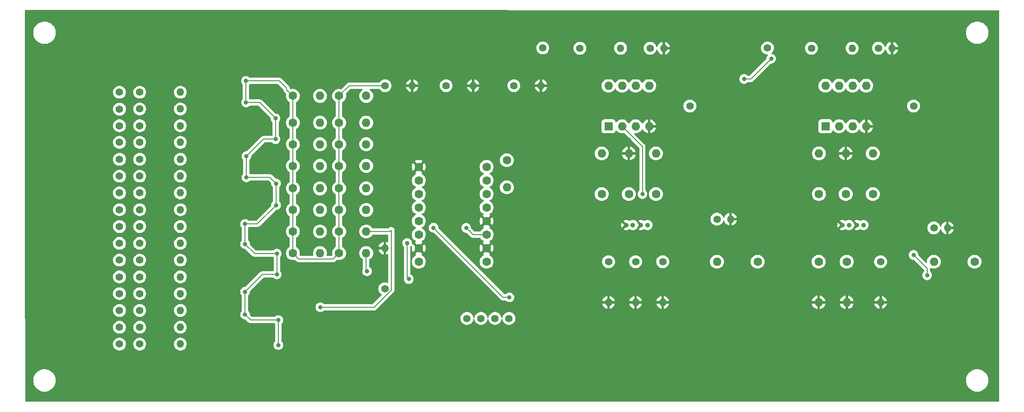
<source format=gbr>
%TF.GenerationSoftware,KiCad,Pcbnew,7.0.6*%
%TF.CreationDate,2023-08-10T10:09:16-04:00*%
%TF.ProjectId,Final_PCB,46696e61-6c5f-4504-9342-2e6b69636164,rev?*%
%TF.SameCoordinates,Original*%
%TF.FileFunction,Copper,L2,Bot*%
%TF.FilePolarity,Positive*%
%FSLAX46Y46*%
G04 Gerber Fmt 4.6, Leading zero omitted, Abs format (unit mm)*
G04 Created by KiCad (PCBNEW 7.0.6) date 2023-08-10 10:09:16*
%MOMM*%
%LPD*%
G01*
G04 APERTURE LIST*
%TA.AperFunction,ComponentPad*%
%ADD10C,1.400000*%
%TD*%
%TA.AperFunction,ComponentPad*%
%ADD11O,1.400000X1.400000*%
%TD*%
%TA.AperFunction,ComponentPad*%
%ADD12C,1.600000*%
%TD*%
%TA.AperFunction,ComponentPad*%
%ADD13O,1.600000X1.600000*%
%TD*%
%TA.AperFunction,ComponentPad*%
%ADD14C,0.900000*%
%TD*%
%TA.AperFunction,ComponentPad*%
%ADD15R,1.600000X1.600000*%
%TD*%
%TA.AperFunction,ViaPad*%
%ADD16C,0.800000*%
%TD*%
%TA.AperFunction,Conductor*%
%ADD17C,0.180000*%
%TD*%
G04 APERTURE END LIST*
D10*
%TO.P,LEDSPT2,1,Pin_1*%
%TO.N,Net-(LEDSPT2-Pin_1)*%
X237744000Y-73939400D03*
D11*
%TO.P,LEDSPT2,2,Pin_2*%
%TO.N,/12V_GND*%
X240284000Y-73939400D03*
%TD*%
D12*
%TO.P,SOLENOID6,1,Pin_1*%
%TO.N,/+12V*%
X128037800Y-104278400D03*
D13*
%TO.P,SOLENOID6,2,Pin_2*%
%TO.N,Net-(D6-A)*%
X133117800Y-104278400D03*
%TD*%
D10*
%TO.P,ARD2_PIN37,1,Pin_1*%
%TO.N,/ARD2_PIN37*%
X95554800Y-104238400D03*
%TD*%
%TO.P,R23,1*%
%TO.N,/ARD2_PIN44*%
X99339400Y-126288400D03*
D11*
%TO.P,R23,2*%
%TO.N,Net-(Q8A-G)*%
X106959400Y-126288400D03*
%TD*%
D14*
%TO.P,IFD97_1,1,Pin_1*%
%TO.N,/12V_GND*%
X190481200Y-107111800D03*
%TO.P,IFD97_1,2,Pin_2*%
%TO.N,/D97_OUT_1*%
X191731200Y-107111800D03*
%TO.P,IFD97_1,3,Pin_3*%
%TO.N,/12V_GND*%
X193231200Y-107111800D03*
%TO.P,IFD97_1,4,Pin_4*%
%TO.N,/5V_ARD1*%
X194481200Y-107111800D03*
%TD*%
D10*
%TO.P,ARD2_PIN33,1,Pin_1*%
%TO.N,/ARD2_PIN33*%
X95554800Y-91592400D03*
%TD*%
D12*
%TO.P,SOLENOID1,1,Pin_1*%
%TO.N,/+12V*%
X128037800Y-82880200D03*
D13*
%TO.P,SOLENOID1,2,Pin_2*%
%TO.N,Net-(D1-A)*%
X133117800Y-82880200D03*
%TD*%
D10*
%TO.P,IFE91D_1,1,Pin_1*%
%TO.N,/E91D_1_SOURCE*%
X207491600Y-106000000D03*
D11*
%TO.P,IFE91D_1,2,Pin_2*%
%TO.N,/12V_GND*%
X210031600Y-106000000D03*
%TD*%
D10*
%TO.P,R24,1*%
%TO.N,/ARD2_PIN45*%
X99339400Y-129438400D03*
D11*
%TO.P,R24,2*%
%TO.N,Net-(Q8B-G)*%
X106959400Y-129438400D03*
%TD*%
D12*
%TO.P,SOLENOID16,1,Pin_1*%
%TO.N,/+12V*%
X136699200Y-112378400D03*
D13*
%TO.P,SOLENOID16,2,Pin_2*%
%TO.N,Net-(D16-A)*%
X141779200Y-112378400D03*
%TD*%
D15*
%TO.P,OP07C_1,1,Pin_1*%
%TO.N,unconnected-(OP07C_1-Pin_1-Pad1)*%
X187171600Y-88585200D03*
D13*
%TO.P,OP07C_1,2,Pin_2*%
%TO.N,/D97_OUT_1*%
X189711600Y-88585200D03*
%TO.P,OP07C_1,3,Pin_3*%
%TO.N,/R1_P3*%
X192251600Y-88585200D03*
%TO.P,OP07C_1,4,Pin_4*%
%TO.N,/12V_GND*%
X194791600Y-88585200D03*
%TO.P,OP07C_1,5,Pin_5*%
%TO.N,unconnected-(OP07C_1-Pin_5-Pad5)*%
X194791600Y-80965200D03*
%TO.P,OP07C_1,6,Pin_6*%
%TO.N,/OUT_ARDUINO_SPT1*%
X192251600Y-80965200D03*
%TO.P,OP07C_1,7,Pin_7*%
%TO.N,/5V_ARD1*%
X189711600Y-80965200D03*
%TO.P,OP07C_1,8,Pin_8*%
%TO.N,unconnected-(OP07C_1-Pin_8-Pad8)*%
X187171600Y-80965200D03*
%TD*%
D12*
%TO.P,SOLENOID5,1,Pin_1*%
%TO.N,/+12V*%
X128037800Y-100228400D03*
D13*
%TO.P,SOLENOID5,2,Pin_2*%
%TO.N,Net-(D5-A)*%
X133117800Y-100228400D03*
%TD*%
D10*
%TO.P,R11,1*%
%TO.N,/ARD2_PIN32*%
X99339400Y-88488400D03*
D11*
%TO.P,R11,2*%
%TO.N,Net-(Q2A-G)*%
X106959400Y-88488400D03*
%TD*%
D10*
%TO.P,ARD1_PIND10,1,Pin_1*%
%TO.N,Net-(ARD1_PIND10-Pin_1)*%
X174853600Y-73888600D03*
%TD*%
%TO.P,ARD2_PIN36,1,Pin_1*%
%TO.N,/ARD2_PIN36*%
X95554800Y-101088400D03*
%TD*%
%TO.P,R15,1*%
%TO.N,/ARD2_PIN36*%
X99339400Y-101088400D03*
D11*
%TO.P,R15,2*%
%TO.N,Net-(Q4A-G)*%
X106959400Y-101088400D03*
%TD*%
D10*
%TO.P,R21,1*%
%TO.N,/ARD2_PIN42*%
X99339400Y-119988400D03*
D11*
%TO.P,R21,2*%
%TO.N,Net-(Q7A-G)*%
X106959400Y-119988400D03*
%TD*%
D10*
%TO.P,R25,1*%
%TO.N,Net-(ARD1_PIND10-Pin_1)*%
X181813200Y-73939400D03*
D11*
%TO.P,R25,2*%
%TO.N,Net-(LEDSPT1-Pin_1)*%
X189433200Y-73939400D03*
%TD*%
D12*
%TO.P,R6,1*%
%TO.N,/R5_P3*%
X231621600Y-101295200D03*
D13*
%TO.P,R6,2*%
%TO.N,/12V_GND*%
X231621600Y-93675200D03*
%TD*%
D12*
%TO.P,SOLENOID9,1,Pin_1*%
%TO.N,/+12V*%
X136699200Y-82880200D03*
D13*
%TO.P,SOLENOID9,2,Pin_2*%
%TO.N,Net-(D9-A)*%
X141779200Y-82880200D03*
%TD*%
D10*
%TO.P,R20,1*%
%TO.N,/ARD2_PIN41*%
X99339400Y-116838400D03*
D11*
%TO.P,R20,2*%
%TO.N,Net-(Q6B-G)*%
X106959400Y-116838400D03*
%TD*%
D12*
%TO.P,SOLENOID13,1,Pin_1*%
%TO.N,/+12V*%
X136699200Y-100228400D03*
D13*
%TO.P,SOLENOID13,2,Pin_2*%
%TO.N,Net-(D13-A)*%
X141779200Y-100228400D03*
%TD*%
D10*
%TO.P,MOTOR_GNWT1,1,Pin_1*%
%TO.N,/MOTOR_GNWT*%
X163281000Y-124637800D03*
%TD*%
%TO.P,C2,1*%
%TO.N,/5V_ARD1*%
X192251600Y-113995200D03*
D11*
%TO.P,C2,2*%
%TO.N,/12V_GND*%
X192251600Y-121615200D03*
%TD*%
D12*
%TO.P,MOTOR_DRIVER1,1,Pin_1*%
%TO.N,/12V_GND*%
X151631600Y-96205200D03*
%TO.P,MOTOR_DRIVER1,2,Pin_2*%
%TO.N,/5V_ARD2*%
X151631600Y-98745200D03*
%TO.P,MOTOR_DRIVER1,3,Pin_3*%
%TO.N,/MOTOR_PK*%
X151631600Y-101285200D03*
%TO.P,MOTOR_DRIVER1,4,Pin_4*%
%TO.N,/MOTOR_PKWT*%
X151631600Y-103825200D03*
%TO.P,MOTOR_DRIVER1,5,Pin_5*%
%TO.N,/MOTOR_GN*%
X151631600Y-106365200D03*
%TO.P,MOTOR_DRIVER1,6,Pin_6*%
%TO.N,/MOTOR_GNWT*%
X151631600Y-108905200D03*
%TO.P,MOTOR_DRIVER1,7,Pin_7*%
%TO.N,/12V_GND*%
X151631600Y-111445200D03*
%TO.P,MOTOR_DRIVER1,8,Pin_8*%
%TO.N,/+12V*%
X151631600Y-113985200D03*
%TO.P,MOTOR_DRIVER1,9,Pin_9*%
%TO.N,unconnected-(MOTOR_DRIVER1-Pin_9-Pad9)*%
X164331600Y-113985200D03*
%TO.P,MOTOR_DRIVER1,10,Pin_10*%
%TO.N,/12V_GND*%
X164331600Y-111445200D03*
%TO.P,MOTOR_DRIVER1,11,Pin_11*%
%TO.N,/5V_ARD2*%
X164331600Y-108905200D03*
%TO.P,MOTOR_DRIVER1,12,Pin_12*%
%TO.N,/12V_GND*%
X164331600Y-106365200D03*
%TO.P,MOTOR_DRIVER1,13,Pin_13*%
%TO.N,Net-(MOTOR_DRIVER1-Pin_13)*%
X164331600Y-103825200D03*
%TO.P,MOTOR_DRIVER1,14,Pin_14*%
X164331600Y-101285200D03*
%TO.P,MOTOR_DRIVER1,15,Pin_15*%
%TO.N,/MOTOR_STEP*%
X164331600Y-98745200D03*
%TO.P,MOTOR_DRIVER1,16,Pin_16*%
%TO.N,/MOTOR_DIR*%
X164331600Y-96205200D03*
%TD*%
%TO.P,R8,1*%
%TO.N,/5V_ARD1*%
X255751600Y-113995200D03*
D13*
%TO.P,R8,2*%
%TO.N,/E91D_2_SOURCE*%
X248131600Y-113995200D03*
%TD*%
D10*
%TO.P,R18,1*%
%TO.N,/ARD2_PIN39*%
X99339400Y-110538400D03*
D11*
%TO.P,R18,2*%
%TO.N,Net-(Q5B-G)*%
X106959400Y-110538400D03*
%TD*%
D10*
%TO.P,ARD2_PIN38,1,Pin_1*%
%TO.N,/ARD2_PIN38*%
X95554800Y-107388400D03*
%TD*%
%TO.P,ARD2_PIN34,1,Pin_1*%
%TO.N,/ARD2_PIN34*%
X95554800Y-94788400D03*
%TD*%
%TO.P,R13,1*%
%TO.N,/ARD2_PIN34*%
X99339400Y-94788400D03*
D11*
%TO.P,R13,2*%
%TO.N,Net-(Q3A-G)*%
X106959400Y-94788400D03*
%TD*%
D10*
%TO.P,ARD2_PIN42,1,Pin_1*%
%TO.N,/ARD2_PIN42*%
X95554800Y-119988400D03*
%TD*%
%TO.P,ARD2_PIN43,1,Pin_1*%
%TO.N,/ARD2_PIN43*%
X95554800Y-123138400D03*
%TD*%
%TO.P,ARD2_PIN30,1,Pin_1*%
%TO.N,/ARD2_PIN30*%
X95554800Y-82188400D03*
%TD*%
%TO.P,ARD1OUT2,1,Pin_1*%
%TO.N,/OUT_ARDUINO_SPT2*%
X244321600Y-84785200D03*
%TD*%
%TO.P,R10,1*%
%TO.N,/ARD2_PIN31*%
X99339400Y-85338400D03*
D11*
%TO.P,R10,2*%
%TO.N,Net-(Q1B-G)*%
X106959400Y-85338400D03*
%TD*%
D12*
%TO.P,SOLENOID10,1,Pin_1*%
%TO.N,/+12V*%
X136699200Y-87909400D03*
D13*
%TO.P,SOLENOID10,2,Pin_2*%
%TO.N,Net-(D10-A)*%
X141779200Y-87909400D03*
%TD*%
D10*
%TO.P,ARD2_SOURCE1,1,Pin_1*%
%TO.N,/5V_ARD2*%
X156741600Y-80975200D03*
D11*
%TO.P,ARD2_SOURCE1,2,Pin_2*%
%TO.N,/12V_GND*%
X161821600Y-80975200D03*
%TD*%
D10*
%TO.P,ARD2_PIN45,1,Pin_1*%
%TO.N,/ARD2_PIN45*%
X95554800Y-129438400D03*
%TD*%
%TO.P,R9,1*%
%TO.N,/ARD2_PIN30*%
X99339400Y-82188400D03*
D11*
%TO.P,R9,2*%
%TO.N,Net-(Q1A-G)*%
X106959400Y-82188400D03*
%TD*%
D10*
%TO.P,ARD2_PIN41,1,Pin_1*%
%TO.N,/ARD2_PIN41*%
X95554800Y-116838400D03*
%TD*%
D12*
%TO.P,R3,1*%
%TO.N,/OUT_ARDUINO_SPT1*%
X196061600Y-101295200D03*
D13*
%TO.P,R3,2*%
%TO.N,/R1_P3*%
X196061600Y-93675200D03*
%TD*%
D12*
%TO.P,SOLENOID11,1,Pin_1*%
%TO.N,/+12V*%
X136699200Y-91959400D03*
D13*
%TO.P,SOLENOID11,2,Pin_2*%
%TO.N,Net-(D11-A)*%
X141779200Y-91959400D03*
%TD*%
D12*
%TO.P,R4,1*%
%TO.N,/5V_ARD1*%
X215111600Y-113995200D03*
D13*
%TO.P,R4,2*%
%TO.N,/E91D_1_SOURCE*%
X207491600Y-113995200D03*
%TD*%
D12*
%TO.P,R1,1*%
%TO.N,/5V_ARD1*%
X185901600Y-101295200D03*
D13*
%TO.P,R1,2*%
%TO.N,/R1_P3*%
X185901600Y-93675200D03*
%TD*%
D10*
%TO.P,R17,1*%
%TO.N,/ARD2_PIN38*%
X99339400Y-107388400D03*
D11*
%TO.P,R17,2*%
%TO.N,Net-(Q5A-G)*%
X106959400Y-107388400D03*
%TD*%
D10*
%TO.P,C4,1*%
%TO.N,/5V_ARD1*%
X238156600Y-113995200D03*
D11*
%TO.P,C4,2*%
%TO.N,/12V_GND*%
X238156600Y-121615200D03*
%TD*%
D10*
%TO.P,MOTOR_PK1,1,Pin_1*%
%TO.N,/MOTOR_PK*%
X165905000Y-124637800D03*
%TD*%
D12*
%TO.P,C6,1*%
%TO.N,/5V_ARD1*%
X226541600Y-113995200D03*
D13*
%TO.P,C6,2*%
%TO.N,/12V_GND*%
X226541600Y-121615200D03*
%TD*%
D10*
%TO.P,LEDSPT1,1,Pin_1*%
%TO.N,Net-(LEDSPT1-Pin_1)*%
X194970400Y-73939400D03*
D11*
%TO.P,LEDSPT1,2,Pin_2*%
%TO.N,/12V_GND*%
X197510400Y-73939400D03*
%TD*%
D10*
%TO.P,ARD2_PIN32,1,Pin_1*%
%TO.N,/ARD2_PIN32*%
X95554800Y-88488400D03*
%TD*%
D12*
%TO.P,R5,1*%
%TO.N,/5V_ARD1*%
X226591600Y-101295200D03*
D13*
%TO.P,R5,2*%
%TO.N,/R5_P3*%
X226591600Y-93675200D03*
%TD*%
D15*
%TO.P,OP07C_2,1,Pin_1*%
%TO.N,unconnected-(OP07C_2-Pin_1-Pad1)*%
X227821600Y-88585200D03*
D13*
%TO.P,OP07C_2,2,Pin_2*%
%TO.N,/D97_OUT_2*%
X230361600Y-88585200D03*
%TO.P,OP07C_2,3,Pin_3*%
%TO.N,/R5_P3*%
X232901600Y-88585200D03*
%TO.P,OP07C_2,4,Pin_4*%
%TO.N,/12V_GND*%
X235441600Y-88585200D03*
%TO.P,OP07C_2,5,Pin_5*%
%TO.N,unconnected-(OP07C_2-Pin_5-Pad5)*%
X235441600Y-80965200D03*
%TO.P,OP07C_2,6,Pin_6*%
%TO.N,/OUT_ARDUINO_SPT2*%
X232901600Y-80965200D03*
%TO.P,OP07C_2,7,Pin_7*%
%TO.N,/5V_ARD1*%
X230361600Y-80965200D03*
%TO.P,OP07C_2,8,Pin_8*%
%TO.N,unconnected-(OP07C_2-Pin_8-Pad8)*%
X227821600Y-80965200D03*
%TD*%
D12*
%TO.P,SOLENOID15,1,Pin_1*%
%TO.N,/+12V*%
X136699200Y-108328400D03*
D13*
%TO.P,SOLENOID15,2,Pin_2*%
%TO.N,Net-(D15-A)*%
X141779200Y-108328400D03*
%TD*%
D10*
%TO.P,R12,1*%
%TO.N,/ARD2_PIN33*%
X99339400Y-91592400D03*
D11*
%TO.P,R12,2*%
%TO.N,Net-(Q2B-G)*%
X106959400Y-91592400D03*
%TD*%
D10*
%TO.P,ARD2_PIN44,1,Pin_1*%
%TO.N,/ARD2_PIN44*%
X95554800Y-126288400D03*
%TD*%
%TO.P,MOTO_PKWT1,1,Pin_1*%
%TO.N,/MOTOR_PKWT*%
X168529000Y-124637800D03*
%TD*%
D12*
%TO.P,SOLENOID3,1,Pin_1*%
%TO.N,/+12V*%
X128037800Y-91959400D03*
D13*
%TO.P,SOLENOID3,2,Pin_2*%
%TO.N,Net-(D3-A)*%
X133117800Y-91959400D03*
%TD*%
D10*
%TO.P,R16,1*%
%TO.N,/ARD2_PIN37*%
X99339400Y-104238400D03*
D11*
%TO.P,R16,2*%
%TO.N,Net-(Q4B-G)*%
X106959400Y-104238400D03*
%TD*%
D12*
%TO.P,SOLENOID12,1,Pin_1*%
%TO.N,/+12V*%
X136699200Y-96009400D03*
D13*
%TO.P,SOLENOID12,2,Pin_2*%
%TO.N,Net-(D12-A)*%
X141779200Y-96009400D03*
%TD*%
D12*
%TO.P,SOLENOID7,1,Pin_1*%
%TO.N,/+12V*%
X128037800Y-108328400D03*
D13*
%TO.P,SOLENOID7,2,Pin_2*%
%TO.N,Net-(D7-A)*%
X133117800Y-108328400D03*
%TD*%
D10*
%TO.P,R19,1*%
%TO.N,/ARD2_PIN40*%
X99339400Y-113688400D03*
D11*
%TO.P,R19,2*%
%TO.N,Net-(Q6A-G)*%
X106959400Y-113688400D03*
%TD*%
D12*
%TO.P,C5,1*%
%TO.N,/5V_ARD1*%
X231806600Y-113995200D03*
D13*
%TO.P,C5,2*%
%TO.N,/12V_GND*%
X231806600Y-121615200D03*
%TD*%
D10*
%TO.P,ARD2_PIN35,1,Pin_1*%
%TO.N,/ARD2_PIN35*%
X95554800Y-97938400D03*
%TD*%
D14*
%TO.P,IFD97_2,1,Pin_1*%
%TO.N,/12V_GND*%
X230968800Y-107111800D03*
%TO.P,IFD97_2,2,Pin_2*%
%TO.N,/D97_OUT_2*%
X232218800Y-107111800D03*
%TO.P,IFD97_2,3,Pin_3*%
%TO.N,/12V_GND*%
X233718800Y-107111800D03*
%TO.P,IFD97_2,4,Pin_4*%
%TO.N,/5V_ARD1*%
X234968800Y-107111800D03*
%TD*%
D10*
%TO.P,R22,1*%
%TO.N,/ARD2_PIN43*%
X99339400Y-123138400D03*
D11*
%TO.P,R22,2*%
%TO.N,Net-(Q7B-G)*%
X106959400Y-123138400D03*
%TD*%
D10*
%TO.P,IFE91D_2,1,Pin_1*%
%TO.N,/E91D_2_SOURCE*%
X248131600Y-107645200D03*
D11*
%TO.P,IFE91D_2,2,Pin_2*%
%TO.N,/12V_GND*%
X250671600Y-107645200D03*
%TD*%
D10*
%TO.P,ARD2_PIN31,1,Pin_1*%
%TO.N,/ARD2_PIN31*%
X95554800Y-85369400D03*
%TD*%
%TO.P,12V_SOURCE1,1,Pin_1*%
%TO.N,/+12V*%
X145311600Y-80975200D03*
D11*
%TO.P,12V_SOURCE1,2,Pin_2*%
%TO.N,/12V_GND*%
X150391600Y-80975200D03*
%TD*%
D12*
%TO.P,R2,1*%
%TO.N,/R1_P3*%
X190981600Y-101295200D03*
D13*
%TO.P,R2,2*%
%TO.N,/12V_GND*%
X190981600Y-93675200D03*
%TD*%
D12*
%TO.P,SOLENOID4,1,Pin_1*%
%TO.N,/+12V*%
X128037800Y-96009400D03*
D13*
%TO.P,SOLENOID4,2,Pin_2*%
%TO.N,Net-(D4-A)*%
X133117800Y-96009400D03*
%TD*%
D10*
%TO.P,ARD1OUT1,1,Pin_1*%
%TO.N,/OUT_ARDUINO_SPT1*%
X202411600Y-84785200D03*
%TD*%
%TO.P,R26,1*%
%TO.N,Net-(ARD1_PIND11-Pin_1)*%
X225196400Y-73939400D03*
D11*
%TO.P,R26,2*%
%TO.N,Net-(LEDSPT2-Pin_1)*%
X232816400Y-73939400D03*
%TD*%
D12*
%TO.P,R7,1*%
%TO.N,/OUT_ARDUINO_SPT2*%
X236701600Y-101295200D03*
D13*
%TO.P,R7,2*%
%TO.N,/R5_P3*%
X236701600Y-93675200D03*
%TD*%
D10*
%TO.P,R14,1*%
%TO.N,/ARD2_PIN35*%
X99339400Y-97938400D03*
D11*
%TO.P,R14,2*%
%TO.N,Net-(Q3B-G)*%
X106959400Y-97938400D03*
%TD*%
D10*
%TO.P,C3,1*%
%TO.N,/5V_ARD1*%
X187171600Y-113995200D03*
D11*
%TO.P,C3,2*%
%TO.N,/12V_GND*%
X187171600Y-121615200D03*
%TD*%
D12*
%TO.P,SOLENOID8,1,Pin_1*%
%TO.N,/+12V*%
X128037800Y-112378400D03*
D13*
%TO.P,SOLENOID8,2,Pin_2*%
%TO.N,Net-(D8-A)*%
X133117800Y-112378400D03*
%TD*%
D12*
%TO.P,MOTOR_CONTROL_PINS1,1,Pin_1*%
%TO.N,/MOTOR_DIR*%
X168121600Y-94945200D03*
D13*
%TO.P,MOTOR_CONTROL_PINS1,2,Pin_2*%
%TO.N,/MOTOR_STEP*%
X168121600Y-100025200D03*
%TD*%
D10*
%TO.P,ARD2_PIN39,1,Pin_1*%
%TO.N,/ARD2_PIN39*%
X95554800Y-110538400D03*
%TD*%
D12*
%TO.P,SOLENOID2,1,Pin_1*%
%TO.N,/+12V*%
X128037800Y-87909400D03*
D13*
%TO.P,SOLENOID2,2,Pin_2*%
%TO.N,Net-(D2-A)*%
X133117800Y-87909400D03*
%TD*%
D10*
%TO.P,C7,1*%
%TO.N,/+12V*%
X145261600Y-119075200D03*
D11*
%TO.P,C7,2*%
%TO.N,/12V_GND*%
X145261600Y-111455200D03*
%TD*%
D10*
%TO.P,ARD1_PIND11,1,Pin_1*%
%TO.N,Net-(ARD1_PIND11-Pin_1)*%
X216966800Y-73888600D03*
%TD*%
%TO.P,ARD1_SOURCE1,1,Pin_1*%
%TO.N,/5V_ARD1*%
X169441600Y-80975200D03*
D11*
%TO.P,ARD1_SOURCE1,2,Pin_2*%
%TO.N,/12V_GND*%
X174521600Y-80975200D03*
%TD*%
D10*
%TO.P,MOTOR_GN1,1,Pin_1*%
%TO.N,/MOTOR_GN*%
X160657000Y-124637800D03*
%TD*%
%TO.P,ARD2_PIN40,1,Pin_1*%
%TO.N,/ARD2_PIN40*%
X95554800Y-113688400D03*
%TD*%
%TO.P,C1,1*%
%TO.N,/5V_ARD1*%
X197331600Y-113995200D03*
D11*
%TO.P,C1,2*%
%TO.N,/12V_GND*%
X197331600Y-121615200D03*
%TD*%
D12*
%TO.P,SOLENOID14,1,Pin_1*%
%TO.N,/+12V*%
X136699200Y-104278400D03*
D13*
%TO.P,SOLENOID14,2,Pin_2*%
%TO.N,Net-(D14-A)*%
X141779200Y-104278400D03*
%TD*%
D16*
%TO.N,/+12V*%
X125322600Y-124942600D03*
X125043200Y-112471200D03*
X119328200Y-98171000D03*
X119252000Y-84124800D03*
X119328200Y-94183200D03*
X119074200Y-119634000D03*
X125043200Y-116382800D03*
X124789200Y-91008200D03*
X124890800Y-103378000D03*
X124789200Y-87096600D03*
X119074200Y-106908600D03*
X119074200Y-110667800D03*
X119074200Y-123901200D03*
X119252000Y-80086200D03*
X124890800Y-99314000D03*
X125322600Y-129641600D03*
%TO.N,/12V_GND*%
X111785400Y-91135200D03*
X109093000Y-125857000D03*
X112699800Y-106959400D03*
X173201600Y-83515200D03*
X153517600Y-76962000D03*
X222731600Y-106426000D03*
X111734600Y-116814600D03*
X247015000Y-77698600D03*
X187171600Y-91135200D03*
X109093000Y-113334800D03*
X190981600Y-91135200D03*
X250469400Y-75971400D03*
X111836200Y-104165400D03*
X220191600Y-102565200D03*
X173201600Y-91135200D03*
X208686400Y-79603600D03*
X111760000Y-129159000D03*
X184480200Y-79705200D03*
X109093000Y-107162600D03*
X215111600Y-102565200D03*
X179551600Y-97485200D03*
X111277400Y-84836000D03*
X109093000Y-95326200D03*
X109093000Y-118948200D03*
X109093000Y-89027000D03*
X233984800Y-96901000D03*
X179551600Y-92405200D03*
X109093000Y-100406200D03*
X111785400Y-122580400D03*
X111785400Y-97739200D03*
X109093000Y-84810600D03*
%TO.N,/5V_ARD1*%
X217651600Y-75895200D03*
X212571600Y-79705200D03*
%TO.N,/5V_ARD2*%
X160501600Y-107645200D03*
%TO.N,/D97_OUT_1*%
X193521600Y-101295200D03*
%TO.N,/E91D_2_SOURCE*%
X244321600Y-112725200D03*
X246861600Y-116535200D03*
%TO.N,Net-(D15-A)*%
X133197600Y-122529600D03*
%TO.N,Net-(D16-A)*%
X141935200Y-115798600D03*
%TO.N,/MOTOR_PKWT*%
X168605200Y-120675400D03*
X154381200Y-107619800D03*
%TO.N,/MOTOR_GN*%
X149453600Y-110490000D03*
X149758400Y-117246400D03*
%TD*%
D17*
%TO.N,/+12V*%
X119074200Y-110667800D02*
X120877600Y-112471200D01*
X119252000Y-80086200D02*
X119252000Y-84124800D01*
X125043200Y-116382800D02*
X122325400Y-116382800D01*
X124890800Y-99314000D02*
X124890800Y-103378000D01*
X124890800Y-103378000D02*
X121360200Y-106908600D01*
X120115600Y-124942600D02*
X125322600Y-124942600D01*
X119074200Y-119634000D02*
X119074200Y-123901200D01*
X120877600Y-112471200D02*
X125043200Y-112471200D01*
X121817400Y-84124800D02*
X124789200Y-87096600D01*
X126873000Y-81432400D02*
X125526800Y-80086200D01*
X122503200Y-91008200D02*
X119328200Y-94183200D01*
X136699200Y-112378400D02*
X136699200Y-82880200D01*
X119252000Y-84124800D02*
X121817400Y-84124800D01*
X128037800Y-82880200D02*
X128037800Y-112378400D01*
X126873000Y-81715400D02*
X126873000Y-81432400D01*
X119328200Y-98171000D02*
X123747800Y-98171000D01*
X119074200Y-123901200D02*
X120115600Y-124942600D01*
X119074200Y-106908600D02*
X119074200Y-110667800D01*
X135574200Y-113503400D02*
X129162800Y-113503400D01*
X119328200Y-94183200D02*
X119328200Y-98171000D01*
X124789200Y-87096600D02*
X124789200Y-91008200D01*
X121360200Y-106908600D02*
X119074200Y-106908600D01*
X122325400Y-116382800D02*
X119074200Y-119634000D01*
X136699200Y-112378400D02*
X135574200Y-113503400D01*
X125526800Y-80086200D02*
X119252000Y-80086200D01*
X125043200Y-112471200D02*
X125043200Y-116382800D01*
X129162800Y-113503400D02*
X128037800Y-112378400D01*
X124789200Y-91008200D02*
X122503200Y-91008200D01*
X136699200Y-82880200D02*
X138604200Y-80975200D01*
X128037800Y-82880200D02*
X126873000Y-81715400D01*
X138604200Y-80975200D02*
X145311600Y-80975200D01*
X125322600Y-124942600D02*
X125322600Y-129641600D01*
X123747800Y-98171000D02*
X124890800Y-99314000D01*
%TO.N,/12V_GND*%
X111836200Y-104165400D02*
X109702600Y-104165400D01*
X247015000Y-77698600D02*
X248742200Y-77698600D01*
X109093000Y-85775800D02*
X109093000Y-87376000D01*
X184480200Y-79705200D02*
X208584800Y-79705200D01*
X109194600Y-122580400D02*
X109093000Y-122682000D01*
X109093000Y-87376000D02*
X109093000Y-88188800D01*
X109093000Y-104775000D02*
X109093000Y-107162600D01*
X109093000Y-91186000D02*
X109093000Y-94056200D01*
X108280200Y-85852000D02*
X108280200Y-79908400D01*
X108280200Y-79908400D02*
X111252000Y-76936600D01*
X111252000Y-76936600D02*
X153492200Y-76936600D01*
X248742200Y-77698600D02*
X250469400Y-75971400D01*
X109093000Y-129184400D02*
X109067600Y-129209800D01*
X173201600Y-91135200D02*
X173201600Y-83515200D01*
X224459800Y-106426000D02*
X222731600Y-106426000D01*
X109093000Y-125857000D02*
X109093000Y-129184400D01*
X112496600Y-107162600D02*
X109093000Y-107162600D01*
X109093000Y-111734600D02*
X109093000Y-113334800D01*
X111277400Y-84836000D02*
X109118400Y-84836000D01*
X109093000Y-84810600D02*
X109093000Y-85775800D01*
X111760000Y-129159000D02*
X111302800Y-129159000D01*
X111785400Y-97739200D02*
X109093000Y-97739200D01*
X109093000Y-129235200D02*
X111226600Y-129235200D01*
X111302800Y-129159000D02*
X111226600Y-129235200D01*
X109093000Y-89027000D02*
X109093000Y-91186000D01*
X109143800Y-91135200D02*
X109093000Y-91186000D01*
X109093000Y-122682000D02*
X109093000Y-125857000D01*
X109016800Y-85852000D02*
X108280200Y-85852000D01*
X109702600Y-104165400D02*
X109093000Y-104775000D01*
X109093000Y-110769400D02*
X109093000Y-111734600D01*
X109067600Y-129209800D02*
X109093000Y-129235200D01*
X109093000Y-85775800D02*
X109016800Y-85852000D01*
X109093000Y-88188800D02*
X109093000Y-89027000D01*
X153492200Y-76936600D02*
X153517600Y-76962000D01*
X109093000Y-94056200D02*
X109093000Y-95326200D01*
X220191600Y-102565200D02*
X215111600Y-102565200D01*
X111785400Y-122580400D02*
X109194600Y-122580400D01*
X109169200Y-116814600D02*
X109093000Y-116738400D01*
X109093000Y-118948200D02*
X109093000Y-122682000D01*
X109093000Y-113334800D02*
X109093000Y-116738400D01*
X109093000Y-95326200D02*
X109093000Y-97739200D01*
X109093000Y-107162600D02*
X109093000Y-110769400D01*
X109093000Y-97739200D02*
X109093000Y-100406200D01*
X111734600Y-116814600D02*
X109169200Y-116814600D01*
X109093000Y-116738400D02*
X109093000Y-118948200D01*
X208584800Y-79705200D02*
X208686400Y-79603600D01*
X109093000Y-100406200D02*
X109093000Y-104775000D01*
X190981600Y-91135200D02*
X187171600Y-91135200D01*
X112699800Y-106959400D02*
X112496600Y-107162600D01*
X109118400Y-84836000D02*
X109093000Y-84810600D01*
X233984800Y-96901000D02*
X224459800Y-106426000D01*
X179551600Y-92405200D02*
X179551600Y-97485200D01*
X111785400Y-91135200D02*
X109143800Y-91135200D01*
%TO.N,/5V_ARD1*%
X213841600Y-79705200D02*
X212571600Y-79705200D01*
X217651600Y-75895200D02*
X213841600Y-79705200D01*
%TO.N,/5V_ARD2*%
X163041600Y-108915200D02*
X163051600Y-108905200D01*
X163051600Y-108905200D02*
X164331600Y-108905200D01*
X160501600Y-107645200D02*
X161771600Y-108915200D01*
X161771600Y-108915200D02*
X163041600Y-108915200D01*
%TO.N,/D97_OUT_1*%
X193521600Y-92395200D02*
X189711600Y-88585200D01*
X193521600Y-101295200D02*
X193521600Y-92395200D01*
%TO.N,/E91D_2_SOURCE*%
X246861600Y-116535200D02*
X246861600Y-115265200D01*
X246861600Y-115265200D02*
X244321600Y-112725200D01*
%TO.N,Net-(D15-A)*%
X146481800Y-108051600D02*
X146205000Y-108328400D01*
X146481800Y-119304569D02*
X146481800Y-108051600D01*
X143256769Y-122529600D02*
X146481800Y-119304569D01*
X133197600Y-122529600D02*
X143256769Y-122529600D01*
X146205000Y-108328400D02*
X141779200Y-108328400D01*
%TO.N,Net-(D16-A)*%
X141935200Y-115798600D02*
X141779200Y-115642600D01*
X141779200Y-115642600D02*
X141779200Y-112378400D01*
%TO.N,/MOTOR_PKWT*%
X167436800Y-120675400D02*
X154381200Y-107619800D01*
X168605200Y-120675400D02*
X167436800Y-120675400D01*
%TO.N,/MOTOR_GN*%
X149453600Y-116941600D02*
X149453600Y-110490000D01*
X149758400Y-117246400D02*
X149453600Y-116941600D01*
%TD*%
%TA.AperFunction,Conductor*%
%TO.N,/12V_GND*%
G36*
X190739889Y-107016936D02*
G01*
X190773374Y-107078259D01*
X190774975Y-107105709D01*
X190776101Y-107105709D01*
X190776101Y-107117891D01*
X190773521Y-107117891D01*
X190762574Y-107175509D01*
X190739889Y-107206662D01*
X190675392Y-107271158D01*
X190716695Y-107209345D01*
X190736098Y-107111800D01*
X190716695Y-107014255D01*
X190675388Y-106952435D01*
X190739889Y-107016936D01*
G37*
%TD.AperFunction*%
%TA.AperFunction,Conductor*%
G36*
X193489889Y-107016936D02*
G01*
X193523374Y-107078259D01*
X193524975Y-107105709D01*
X193526101Y-107105709D01*
X193526101Y-107117891D01*
X193523521Y-107117891D01*
X193512574Y-107175509D01*
X193489889Y-107206662D01*
X193425392Y-107271158D01*
X193466695Y-107209345D01*
X193486098Y-107111800D01*
X193466695Y-107014255D01*
X193425388Y-106952435D01*
X193489889Y-107016936D01*
G37*
%TD.AperFunction*%
%TA.AperFunction,Conductor*%
G36*
X231227489Y-107016936D02*
G01*
X231260974Y-107078259D01*
X231262575Y-107105709D01*
X231263701Y-107105709D01*
X231263701Y-107117891D01*
X231261121Y-107117891D01*
X231250174Y-107175509D01*
X231227489Y-107206662D01*
X231162992Y-107271158D01*
X231204295Y-107209345D01*
X231223698Y-107111800D01*
X231204295Y-107014255D01*
X231162988Y-106952435D01*
X231227489Y-107016936D01*
G37*
%TD.AperFunction*%
%TA.AperFunction,Conductor*%
G36*
X233977489Y-107016936D02*
G01*
X234010974Y-107078259D01*
X234012575Y-107105709D01*
X234013701Y-107105709D01*
X234013701Y-107117891D01*
X234011121Y-107117891D01*
X234000174Y-107175509D01*
X233977489Y-107206662D01*
X233912992Y-107271158D01*
X233954295Y-107209345D01*
X233973698Y-107111800D01*
X233954295Y-107014255D01*
X233912988Y-106952435D01*
X233977489Y-107016936D01*
G37*
%TD.AperFunction*%
%TA.AperFunction,Conductor*%
G36*
X260250961Y-66802481D02*
G01*
X260317996Y-66822175D01*
X260363744Y-66874985D01*
X260374942Y-66926438D01*
X260400256Y-140108892D01*
X260380595Y-140175938D01*
X260327806Y-140221712D01*
X260276292Y-140232935D01*
X158629554Y-140262160D01*
X78000790Y-140250943D01*
X77933753Y-140231249D01*
X77888005Y-140178439D01*
X77876808Y-140127034D01*
X77874242Y-136414678D01*
X79408100Y-136414678D01*
X79447229Y-136699357D01*
X79447230Y-136699364D01*
X79488477Y-136846578D01*
X79524756Y-136976058D01*
X79524757Y-136976061D01*
X79524758Y-136976063D01*
X79524758Y-136976064D01*
X79639234Y-137239617D01*
X79639239Y-137239625D01*
X79788545Y-137485147D01*
X79969892Y-137708053D01*
X80095704Y-137825554D01*
X80179899Y-137904187D01*
X80179902Y-137904189D01*
X80414664Y-138069901D01*
X80669803Y-138202104D01*
X80940568Y-138298334D01*
X81221914Y-138356798D01*
X81436848Y-138371500D01*
X81436853Y-138371500D01*
X81580347Y-138371500D01*
X81580352Y-138371500D01*
X81795286Y-138356798D01*
X82076632Y-138298334D01*
X82347397Y-138202104D01*
X82602536Y-138069901D01*
X82837298Y-137904189D01*
X83047308Y-137708053D01*
X83228655Y-137485147D01*
X83377961Y-137239625D01*
X83377963Y-137239620D01*
X83377965Y-137239617D01*
X83492441Y-136976064D01*
X83492444Y-136976058D01*
X83569971Y-136699358D01*
X83609100Y-136414678D01*
X254160099Y-136414678D01*
X254199229Y-136699357D01*
X254199230Y-136699364D01*
X254240477Y-136846578D01*
X254276756Y-136976058D01*
X254276757Y-136976061D01*
X254276758Y-136976063D01*
X254276758Y-136976064D01*
X254391234Y-137239617D01*
X254391239Y-137239625D01*
X254540545Y-137485147D01*
X254721892Y-137708053D01*
X254847704Y-137825554D01*
X254931899Y-137904187D01*
X254931902Y-137904189D01*
X255166664Y-138069901D01*
X255421803Y-138202104D01*
X255692568Y-138298334D01*
X255973914Y-138356798D01*
X256188848Y-138371500D01*
X256188853Y-138371500D01*
X256332347Y-138371500D01*
X256332352Y-138371500D01*
X256547286Y-138356798D01*
X256828632Y-138298334D01*
X257099397Y-138202104D01*
X257354536Y-138069901D01*
X257589298Y-137904189D01*
X257799308Y-137708053D01*
X257980655Y-137485147D01*
X258129961Y-137239625D01*
X258129963Y-137239620D01*
X258129965Y-137239617D01*
X258244441Y-136976064D01*
X258244444Y-136976058D01*
X258321971Y-136699358D01*
X258361100Y-136414678D01*
X258361100Y-136127322D01*
X258321971Y-135842642D01*
X258244444Y-135565942D01*
X258244441Y-135565935D01*
X258129965Y-135302382D01*
X257980655Y-135056853D01*
X257799310Y-134833950D01*
X257799308Y-134833947D01*
X257680430Y-134722923D01*
X257589300Y-134637812D01*
X257354535Y-134472098D01*
X257099393Y-134339894D01*
X256828637Y-134243667D01*
X256828634Y-134243666D01*
X256652109Y-134206984D01*
X256547286Y-134185202D01*
X256547284Y-134185201D01*
X256547280Y-134185201D01*
X256411254Y-134175897D01*
X256332352Y-134170500D01*
X256188848Y-134170500D01*
X256115342Y-134175527D01*
X255973919Y-134185201D01*
X255692565Y-134243666D01*
X255692562Y-134243667D01*
X255421806Y-134339894D01*
X255166664Y-134472098D01*
X254931899Y-134637812D01*
X254721889Y-134833950D01*
X254540544Y-135056853D01*
X254391234Y-135302382D01*
X254276758Y-135565935D01*
X254276758Y-135565936D01*
X254199230Y-135842635D01*
X254199229Y-135842642D01*
X254160099Y-136127321D01*
X254160099Y-136414678D01*
X83609100Y-136414678D01*
X83609100Y-136127322D01*
X83569971Y-135842642D01*
X83492444Y-135565942D01*
X83492441Y-135565935D01*
X83377965Y-135302382D01*
X83228655Y-135056853D01*
X83047310Y-134833950D01*
X83047308Y-134833947D01*
X82928431Y-134722923D01*
X82837300Y-134637812D01*
X82602535Y-134472098D01*
X82347393Y-134339894D01*
X82076637Y-134243667D01*
X82076634Y-134243666D01*
X81900109Y-134206984D01*
X81795286Y-134185202D01*
X81795284Y-134185201D01*
X81795280Y-134185201D01*
X81659254Y-134175897D01*
X81580352Y-134170500D01*
X81436848Y-134170500D01*
X81363342Y-134175527D01*
X81221919Y-134185201D01*
X80940565Y-134243666D01*
X80940562Y-134243667D01*
X80669806Y-134339894D01*
X80414664Y-134472098D01*
X80179899Y-134637812D01*
X79969889Y-134833950D01*
X79788544Y-135056853D01*
X79639234Y-135302382D01*
X79524758Y-135565935D01*
X79524758Y-135565936D01*
X79447230Y-135842635D01*
X79447229Y-135842642D01*
X79408100Y-136127321D01*
X79408100Y-136414678D01*
X77874242Y-136414678D01*
X77869420Y-129438400D01*
X94349157Y-129438400D01*
X94369684Y-129659935D01*
X94369685Y-129659937D01*
X94430569Y-129873923D01*
X94430575Y-129873938D01*
X94529738Y-130073083D01*
X94529743Y-130073091D01*
X94663820Y-130250638D01*
X94828237Y-130400523D01*
X94828239Y-130400525D01*
X95017395Y-130517645D01*
X95017396Y-130517645D01*
X95017399Y-130517647D01*
X95224860Y-130598018D01*
X95443557Y-130638900D01*
X95443559Y-130638900D01*
X95666041Y-130638900D01*
X95666043Y-130638900D01*
X95884740Y-130598018D01*
X96092201Y-130517647D01*
X96281362Y-130400524D01*
X96445781Y-130250636D01*
X96579858Y-130073089D01*
X96679029Y-129873928D01*
X96739915Y-129659936D01*
X96760443Y-129438400D01*
X98133757Y-129438400D01*
X98154284Y-129659935D01*
X98154285Y-129659937D01*
X98215169Y-129873923D01*
X98215175Y-129873938D01*
X98314338Y-130073083D01*
X98314343Y-130073091D01*
X98448420Y-130250638D01*
X98612837Y-130400523D01*
X98612839Y-130400525D01*
X98801995Y-130517645D01*
X98801996Y-130517645D01*
X98801999Y-130517647D01*
X99009460Y-130598018D01*
X99228157Y-130638900D01*
X99228159Y-130638900D01*
X99450641Y-130638900D01*
X99450643Y-130638900D01*
X99669340Y-130598018D01*
X99876801Y-130517647D01*
X100065962Y-130400524D01*
X100230381Y-130250636D01*
X100364458Y-130073089D01*
X100463629Y-129873928D01*
X100524515Y-129659936D01*
X100545043Y-129438400D01*
X105753757Y-129438400D01*
X105774284Y-129659935D01*
X105774285Y-129659937D01*
X105835169Y-129873923D01*
X105835175Y-129873938D01*
X105934338Y-130073083D01*
X105934343Y-130073091D01*
X106068420Y-130250638D01*
X106232837Y-130400523D01*
X106232839Y-130400525D01*
X106421995Y-130517645D01*
X106421996Y-130517645D01*
X106421999Y-130517647D01*
X106629460Y-130598018D01*
X106848157Y-130638900D01*
X106848159Y-130638900D01*
X107070641Y-130638900D01*
X107070643Y-130638900D01*
X107289340Y-130598018D01*
X107496801Y-130517647D01*
X107685962Y-130400524D01*
X107850381Y-130250636D01*
X107984458Y-130073089D01*
X108083629Y-129873928D01*
X108144515Y-129659936D01*
X108165043Y-129438400D01*
X108144515Y-129216864D01*
X108083629Y-129002872D01*
X108083624Y-129002861D01*
X107984461Y-128803716D01*
X107984456Y-128803708D01*
X107850379Y-128626161D01*
X107685962Y-128476276D01*
X107685960Y-128476274D01*
X107496804Y-128359154D01*
X107496798Y-128359152D01*
X107289340Y-128278782D01*
X107070643Y-128237900D01*
X106848157Y-128237900D01*
X106629460Y-128278782D01*
X106498264Y-128329607D01*
X106422001Y-128359152D01*
X106421995Y-128359154D01*
X106232839Y-128476274D01*
X106232837Y-128476276D01*
X106068420Y-128626161D01*
X105934343Y-128803708D01*
X105934338Y-128803716D01*
X105835175Y-129002861D01*
X105835169Y-129002876D01*
X105774285Y-129216862D01*
X105774284Y-129216864D01*
X105753757Y-129438399D01*
X105753757Y-129438400D01*
X100545043Y-129438400D01*
X100524515Y-129216864D01*
X100463629Y-129002872D01*
X100463624Y-129002861D01*
X100364461Y-128803716D01*
X100364456Y-128803708D01*
X100230379Y-128626161D01*
X100065962Y-128476276D01*
X100065960Y-128476274D01*
X99876804Y-128359154D01*
X99876798Y-128359152D01*
X99669340Y-128278782D01*
X99450643Y-128237900D01*
X99228157Y-128237900D01*
X99009460Y-128278782D01*
X98878264Y-128329607D01*
X98802001Y-128359152D01*
X98801995Y-128359154D01*
X98612839Y-128476274D01*
X98612837Y-128476276D01*
X98448420Y-128626161D01*
X98314343Y-128803708D01*
X98314338Y-128803716D01*
X98215175Y-129002861D01*
X98215169Y-129002876D01*
X98154285Y-129216862D01*
X98154284Y-129216864D01*
X98133757Y-129438399D01*
X98133757Y-129438400D01*
X96760443Y-129438400D01*
X96739915Y-129216864D01*
X96679029Y-129002872D01*
X96679024Y-129002861D01*
X96579861Y-128803716D01*
X96579856Y-128803708D01*
X96445779Y-128626161D01*
X96281362Y-128476276D01*
X96281360Y-128476274D01*
X96092204Y-128359154D01*
X96092198Y-128359152D01*
X95884740Y-128278782D01*
X95666043Y-128237900D01*
X95443557Y-128237900D01*
X95224860Y-128278782D01*
X95093664Y-128329607D01*
X95017401Y-128359152D01*
X95017395Y-128359154D01*
X94828239Y-128476274D01*
X94828237Y-128476276D01*
X94663820Y-128626161D01*
X94529743Y-128803708D01*
X94529738Y-128803716D01*
X94430575Y-129002861D01*
X94430569Y-129002876D01*
X94369685Y-129216862D01*
X94369684Y-129216864D01*
X94349157Y-129438399D01*
X94349157Y-129438400D01*
X77869420Y-129438400D01*
X77867242Y-126288400D01*
X94349157Y-126288400D01*
X94369684Y-126509935D01*
X94369685Y-126509937D01*
X94430569Y-126723923D01*
X94430575Y-126723938D01*
X94529738Y-126923083D01*
X94529743Y-126923091D01*
X94663820Y-127100638D01*
X94828237Y-127250523D01*
X94828239Y-127250525D01*
X95017395Y-127367645D01*
X95017396Y-127367645D01*
X95017399Y-127367647D01*
X95224860Y-127448018D01*
X95443557Y-127488900D01*
X95443559Y-127488900D01*
X95666041Y-127488900D01*
X95666043Y-127488900D01*
X95884740Y-127448018D01*
X96092201Y-127367647D01*
X96281362Y-127250524D01*
X96445781Y-127100636D01*
X96579858Y-126923089D01*
X96679029Y-126723928D01*
X96739915Y-126509936D01*
X96760443Y-126288400D01*
X98133757Y-126288400D01*
X98154284Y-126509935D01*
X98154285Y-126509937D01*
X98215169Y-126723923D01*
X98215175Y-126723938D01*
X98314338Y-126923083D01*
X98314343Y-126923091D01*
X98448420Y-127100638D01*
X98612837Y-127250523D01*
X98612839Y-127250525D01*
X98801995Y-127367645D01*
X98801996Y-127367645D01*
X98801999Y-127367647D01*
X99009460Y-127448018D01*
X99228157Y-127488900D01*
X99228159Y-127488900D01*
X99450641Y-127488900D01*
X99450643Y-127488900D01*
X99669340Y-127448018D01*
X99876801Y-127367647D01*
X100065962Y-127250524D01*
X100230381Y-127100636D01*
X100364458Y-126923089D01*
X100463629Y-126723928D01*
X100524515Y-126509936D01*
X100545043Y-126288400D01*
X105753757Y-126288400D01*
X105774284Y-126509935D01*
X105774285Y-126509937D01*
X105835169Y-126723923D01*
X105835175Y-126723938D01*
X105934338Y-126923083D01*
X105934343Y-126923091D01*
X106068420Y-127100638D01*
X106232837Y-127250523D01*
X106232839Y-127250525D01*
X106421995Y-127367645D01*
X106421996Y-127367645D01*
X106421999Y-127367647D01*
X106629460Y-127448018D01*
X106848157Y-127488900D01*
X106848159Y-127488900D01*
X107070641Y-127488900D01*
X107070643Y-127488900D01*
X107289340Y-127448018D01*
X107496801Y-127367647D01*
X107685962Y-127250524D01*
X107850381Y-127100636D01*
X107984458Y-126923089D01*
X108083629Y-126723928D01*
X108144515Y-126509936D01*
X108165043Y-126288400D01*
X108144515Y-126066864D01*
X108083629Y-125852872D01*
X108076373Y-125838300D01*
X107984461Y-125653716D01*
X107984456Y-125653708D01*
X107850379Y-125476161D01*
X107685962Y-125326276D01*
X107685960Y-125326274D01*
X107496804Y-125209154D01*
X107496798Y-125209152D01*
X107289340Y-125128782D01*
X107070643Y-125087900D01*
X106848157Y-125087900D01*
X106629460Y-125128782D01*
X106498264Y-125179607D01*
X106422001Y-125209152D01*
X106421995Y-125209154D01*
X106232839Y-125326274D01*
X106232837Y-125326276D01*
X106068420Y-125476161D01*
X105934343Y-125653708D01*
X105934338Y-125653716D01*
X105835175Y-125852861D01*
X105835169Y-125852876D01*
X105774285Y-126066862D01*
X105774284Y-126066864D01*
X105753757Y-126288399D01*
X105753757Y-126288400D01*
X100545043Y-126288400D01*
X100524515Y-126066864D01*
X100463629Y-125852872D01*
X100456373Y-125838300D01*
X100364461Y-125653716D01*
X100364456Y-125653708D01*
X100230379Y-125476161D01*
X100065962Y-125326276D01*
X100065960Y-125326274D01*
X99876804Y-125209154D01*
X99876798Y-125209152D01*
X99669340Y-125128782D01*
X99450643Y-125087900D01*
X99228157Y-125087900D01*
X99009460Y-125128782D01*
X98878264Y-125179607D01*
X98802001Y-125209152D01*
X98801995Y-125209154D01*
X98612839Y-125326274D01*
X98612837Y-125326276D01*
X98448420Y-125476161D01*
X98314343Y-125653708D01*
X98314338Y-125653716D01*
X98215175Y-125852861D01*
X98215169Y-125852876D01*
X98154285Y-126066862D01*
X98154284Y-126066864D01*
X98133757Y-126288399D01*
X98133757Y-126288400D01*
X96760443Y-126288400D01*
X96739915Y-126066864D01*
X96679029Y-125852872D01*
X96671773Y-125838300D01*
X96579861Y-125653716D01*
X96579856Y-125653708D01*
X96445779Y-125476161D01*
X96281362Y-125326276D01*
X96281360Y-125326274D01*
X96092204Y-125209154D01*
X96092198Y-125209152D01*
X95884740Y-125128782D01*
X95666043Y-125087900D01*
X95443557Y-125087900D01*
X95224860Y-125128782D01*
X95093664Y-125179607D01*
X95017401Y-125209152D01*
X95017395Y-125209154D01*
X94828239Y-125326274D01*
X94828237Y-125326276D01*
X94663820Y-125476161D01*
X94529743Y-125653708D01*
X94529738Y-125653716D01*
X94430575Y-125852861D01*
X94430569Y-125852876D01*
X94369685Y-126066862D01*
X94369684Y-126066864D01*
X94349157Y-126288399D01*
X94349157Y-126288400D01*
X77867242Y-126288400D01*
X77865065Y-123138400D01*
X94349157Y-123138400D01*
X94369684Y-123359935D01*
X94369685Y-123359937D01*
X94430569Y-123573923D01*
X94430575Y-123573938D01*
X94529738Y-123773083D01*
X94529743Y-123773091D01*
X94663820Y-123950638D01*
X94828237Y-124100523D01*
X94828239Y-124100525D01*
X95017395Y-124217645D01*
X95017396Y-124217645D01*
X95017399Y-124217647D01*
X95224860Y-124298018D01*
X95443557Y-124338900D01*
X95443559Y-124338900D01*
X95666041Y-124338900D01*
X95666043Y-124338900D01*
X95884740Y-124298018D01*
X96092201Y-124217647D01*
X96281362Y-124100524D01*
X96445781Y-123950636D01*
X96579858Y-123773089D01*
X96679029Y-123573928D01*
X96739915Y-123359936D01*
X96760443Y-123138400D01*
X98133757Y-123138400D01*
X98154284Y-123359935D01*
X98154285Y-123359937D01*
X98215169Y-123573923D01*
X98215175Y-123573938D01*
X98314338Y-123773083D01*
X98314343Y-123773091D01*
X98448420Y-123950638D01*
X98612837Y-124100523D01*
X98612839Y-124100525D01*
X98801995Y-124217645D01*
X98801996Y-124217645D01*
X98801999Y-124217647D01*
X99009460Y-124298018D01*
X99228157Y-124338900D01*
X99228159Y-124338900D01*
X99450641Y-124338900D01*
X99450643Y-124338900D01*
X99669340Y-124298018D01*
X99876801Y-124217647D01*
X100065962Y-124100524D01*
X100230381Y-123950636D01*
X100364458Y-123773089D01*
X100463629Y-123573928D01*
X100524515Y-123359936D01*
X100545043Y-123138400D01*
X105753757Y-123138400D01*
X105774284Y-123359935D01*
X105774285Y-123359937D01*
X105835169Y-123573923D01*
X105835175Y-123573938D01*
X105934338Y-123773083D01*
X105934343Y-123773091D01*
X106068420Y-123950638D01*
X106232837Y-124100523D01*
X106232839Y-124100525D01*
X106421995Y-124217645D01*
X106421996Y-124217645D01*
X106421999Y-124217647D01*
X106629460Y-124298018D01*
X106848157Y-124338900D01*
X106848159Y-124338900D01*
X107070641Y-124338900D01*
X107070643Y-124338900D01*
X107289340Y-124298018D01*
X107496801Y-124217647D01*
X107685962Y-124100524D01*
X107850381Y-123950636D01*
X107887713Y-123901200D01*
X118168740Y-123901200D01*
X118188526Y-124089456D01*
X118188527Y-124089459D01*
X118247018Y-124269477D01*
X118247021Y-124269484D01*
X118341667Y-124433416D01*
X118417867Y-124518044D01*
X118468329Y-124574088D01*
X118621465Y-124685348D01*
X118621470Y-124685351D01*
X118794392Y-124762342D01*
X118794397Y-124762344D01*
X118979554Y-124801700D01*
X119088245Y-124801700D01*
X119155284Y-124821385D01*
X119175926Y-124838019D01*
X119667811Y-125329904D01*
X119673162Y-125336005D01*
X119694451Y-125363749D01*
X119724248Y-125386612D01*
X119724264Y-125386626D01*
X119817800Y-125458399D01*
X119817801Y-125458399D01*
X119817802Y-125458400D01*
X119853808Y-125473314D01*
X119961449Y-125517901D01*
X120076899Y-125533100D01*
X120076901Y-125533100D01*
X120115600Y-125538195D01*
X120150269Y-125533630D01*
X120158368Y-125533100D01*
X124587338Y-125533100D01*
X124654377Y-125552785D01*
X124679487Y-125574127D01*
X124700249Y-125597185D01*
X124730479Y-125660176D01*
X124732100Y-125680158D01*
X124732100Y-128904041D01*
X124712415Y-128971080D01*
X124700250Y-128987013D01*
X124590066Y-129109385D01*
X124495421Y-129273315D01*
X124495418Y-129273322D01*
X124436927Y-129453340D01*
X124436926Y-129453344D01*
X124417140Y-129641600D01*
X124436926Y-129829856D01*
X124436927Y-129829859D01*
X124495418Y-130009877D01*
X124495421Y-130009884D01*
X124590067Y-130173816D01*
X124659238Y-130250638D01*
X124716729Y-130314488D01*
X124869865Y-130425748D01*
X124869870Y-130425751D01*
X125042792Y-130502742D01*
X125042797Y-130502744D01*
X125227954Y-130542100D01*
X125227955Y-130542100D01*
X125417244Y-130542100D01*
X125417246Y-130542100D01*
X125602403Y-130502744D01*
X125775330Y-130425751D01*
X125928471Y-130314488D01*
X126055133Y-130173816D01*
X126149779Y-130009884D01*
X126208274Y-129829856D01*
X126228060Y-129641600D01*
X126208274Y-129453344D01*
X126149779Y-129273316D01*
X126055133Y-129109384D01*
X125991490Y-129038702D01*
X125944950Y-128987013D01*
X125914720Y-128924021D01*
X125913100Y-128904041D01*
X125913100Y-125680158D01*
X125932785Y-125613119D01*
X125944950Y-125597186D01*
X125944951Y-125597185D01*
X126055133Y-125474816D01*
X126149779Y-125310884D01*
X126208274Y-125130856D01*
X126228060Y-124942600D01*
X126208274Y-124754344D01*
X126170406Y-124637800D01*
X159451356Y-124637800D01*
X159471884Y-124859335D01*
X159471885Y-124859337D01*
X159532769Y-125073323D01*
X159532775Y-125073338D01*
X159631938Y-125272483D01*
X159631943Y-125272491D01*
X159766020Y-125450038D01*
X159878729Y-125552785D01*
X159927433Y-125597185D01*
X159930437Y-125599923D01*
X159930439Y-125599925D01*
X160119595Y-125717045D01*
X160119596Y-125717045D01*
X160119599Y-125717047D01*
X160327060Y-125797418D01*
X160545757Y-125838300D01*
X160545759Y-125838300D01*
X160768241Y-125838300D01*
X160768243Y-125838300D01*
X160986940Y-125797418D01*
X161194401Y-125717047D01*
X161383562Y-125599924D01*
X161547981Y-125450036D01*
X161682058Y-125272489D01*
X161781229Y-125073328D01*
X161842115Y-124859336D01*
X161845529Y-124822491D01*
X161871315Y-124757555D01*
X161928115Y-124716867D01*
X161997896Y-124713347D01*
X162058503Y-124748112D01*
X162090693Y-124810125D01*
X162092471Y-124822492D01*
X162095884Y-124859335D01*
X162095885Y-124859337D01*
X162156769Y-125073323D01*
X162156775Y-125073338D01*
X162255938Y-125272483D01*
X162255943Y-125272491D01*
X162390020Y-125450038D01*
X162502729Y-125552785D01*
X162551433Y-125597185D01*
X162554437Y-125599923D01*
X162554439Y-125599925D01*
X162743595Y-125717045D01*
X162743596Y-125717045D01*
X162743599Y-125717047D01*
X162951060Y-125797418D01*
X163169757Y-125838300D01*
X163169759Y-125838300D01*
X163392241Y-125838300D01*
X163392243Y-125838300D01*
X163610940Y-125797418D01*
X163818401Y-125717047D01*
X164007562Y-125599924D01*
X164171981Y-125450036D01*
X164306058Y-125272489D01*
X164405229Y-125073328D01*
X164466115Y-124859336D01*
X164469529Y-124822491D01*
X164495315Y-124757555D01*
X164552115Y-124716867D01*
X164621896Y-124713347D01*
X164682503Y-124748112D01*
X164714693Y-124810125D01*
X164716471Y-124822492D01*
X164719884Y-124859335D01*
X164719885Y-124859337D01*
X164780769Y-125073323D01*
X164780775Y-125073338D01*
X164879938Y-125272483D01*
X164879943Y-125272491D01*
X165014020Y-125450038D01*
X165126729Y-125552785D01*
X165175433Y-125597185D01*
X165178437Y-125599923D01*
X165178439Y-125599925D01*
X165367595Y-125717045D01*
X165367596Y-125717045D01*
X165367599Y-125717047D01*
X165575060Y-125797418D01*
X165793757Y-125838300D01*
X165793759Y-125838300D01*
X166016241Y-125838300D01*
X166016243Y-125838300D01*
X166234940Y-125797418D01*
X166442401Y-125717047D01*
X166631562Y-125599924D01*
X166795981Y-125450036D01*
X166930058Y-125272489D01*
X167029229Y-125073328D01*
X167090115Y-124859336D01*
X167093529Y-124822491D01*
X167119315Y-124757555D01*
X167176115Y-124716867D01*
X167245896Y-124713347D01*
X167306503Y-124748112D01*
X167338693Y-124810125D01*
X167340471Y-124822492D01*
X167343884Y-124859335D01*
X167343885Y-124859337D01*
X167404769Y-125073323D01*
X167404775Y-125073338D01*
X167503938Y-125272483D01*
X167503943Y-125272491D01*
X167638020Y-125450038D01*
X167750729Y-125552785D01*
X167799433Y-125597185D01*
X167802437Y-125599923D01*
X167802439Y-125599925D01*
X167991595Y-125717045D01*
X167991596Y-125717045D01*
X167991599Y-125717047D01*
X168199060Y-125797418D01*
X168417757Y-125838300D01*
X168417759Y-125838300D01*
X168640241Y-125838300D01*
X168640243Y-125838300D01*
X168858940Y-125797418D01*
X169066401Y-125717047D01*
X169255562Y-125599924D01*
X169419981Y-125450036D01*
X169554058Y-125272489D01*
X169653229Y-125073328D01*
X169714115Y-124859336D01*
X169734643Y-124637800D01*
X169728760Y-124574316D01*
X169714115Y-124416264D01*
X169714114Y-124416262D01*
X169695858Y-124352100D01*
X169653229Y-124202272D01*
X169631408Y-124158449D01*
X169554061Y-124003116D01*
X169554056Y-124003108D01*
X169419979Y-123825561D01*
X169255562Y-123675676D01*
X169255560Y-123675674D01*
X169066404Y-123558554D01*
X169066398Y-123558552D01*
X168858940Y-123478182D01*
X168640243Y-123437300D01*
X168417757Y-123437300D01*
X168199060Y-123478182D01*
X168067864Y-123529007D01*
X167991601Y-123558552D01*
X167991595Y-123558554D01*
X167802439Y-123675674D01*
X167802437Y-123675676D01*
X167638020Y-123825561D01*
X167503943Y-124003108D01*
X167503938Y-124003116D01*
X167404775Y-124202261D01*
X167404769Y-124202276D01*
X167343885Y-124416262D01*
X167343884Y-124416264D01*
X167340471Y-124453107D01*
X167314685Y-124518044D01*
X167257884Y-124558732D01*
X167188103Y-124562252D01*
X167127497Y-124527487D01*
X167095307Y-124465474D01*
X167093529Y-124453107D01*
X167090115Y-124416264D01*
X167090114Y-124416262D01*
X167071858Y-124352100D01*
X167029229Y-124202272D01*
X167007408Y-124158449D01*
X166930061Y-124003116D01*
X166930056Y-124003108D01*
X166795979Y-123825561D01*
X166631562Y-123675676D01*
X166631560Y-123675674D01*
X166442404Y-123558554D01*
X166442398Y-123558552D01*
X166234940Y-123478182D01*
X166016243Y-123437300D01*
X165793757Y-123437300D01*
X165575060Y-123478182D01*
X165443864Y-123529007D01*
X165367601Y-123558552D01*
X165367595Y-123558554D01*
X165178439Y-123675674D01*
X165178437Y-123675676D01*
X165014020Y-123825561D01*
X164879943Y-124003108D01*
X164879938Y-124003116D01*
X164780775Y-124202261D01*
X164780769Y-124202276D01*
X164719885Y-124416262D01*
X164719884Y-124416264D01*
X164716471Y-124453107D01*
X164690685Y-124518044D01*
X164633884Y-124558732D01*
X164564103Y-124562252D01*
X164503497Y-124527487D01*
X164471307Y-124465474D01*
X164469529Y-124453107D01*
X164466115Y-124416264D01*
X164466114Y-124416262D01*
X164447858Y-124352100D01*
X164405229Y-124202272D01*
X164383408Y-124158449D01*
X164306061Y-124003116D01*
X164306056Y-124003108D01*
X164171979Y-123825561D01*
X164007562Y-123675676D01*
X164007560Y-123675674D01*
X163818404Y-123558554D01*
X163818398Y-123558552D01*
X163610940Y-123478182D01*
X163392243Y-123437300D01*
X163169757Y-123437300D01*
X162951060Y-123478182D01*
X162819864Y-123529007D01*
X162743601Y-123558552D01*
X162743595Y-123558554D01*
X162554439Y-123675674D01*
X162554437Y-123675676D01*
X162390020Y-123825561D01*
X162255943Y-124003108D01*
X162255938Y-124003116D01*
X162156775Y-124202261D01*
X162156769Y-124202276D01*
X162095885Y-124416262D01*
X162095884Y-124416264D01*
X162092471Y-124453107D01*
X162066685Y-124518044D01*
X162009884Y-124558732D01*
X161940103Y-124562252D01*
X161879497Y-124527487D01*
X161847307Y-124465474D01*
X161845529Y-124453107D01*
X161842115Y-124416264D01*
X161842114Y-124416262D01*
X161823858Y-124352100D01*
X161781229Y-124202272D01*
X161759408Y-124158449D01*
X161682061Y-124003116D01*
X161682056Y-124003108D01*
X161547979Y-123825561D01*
X161383562Y-123675676D01*
X161383560Y-123675674D01*
X161194404Y-123558554D01*
X161194398Y-123558552D01*
X160986940Y-123478182D01*
X160768243Y-123437300D01*
X160545757Y-123437300D01*
X160327060Y-123478182D01*
X160195864Y-123529007D01*
X160119601Y-123558552D01*
X160119595Y-123558554D01*
X159930439Y-123675674D01*
X159930437Y-123675676D01*
X159766020Y-123825561D01*
X159631943Y-124003108D01*
X159631938Y-124003116D01*
X159532775Y-124202261D01*
X159532769Y-124202276D01*
X159471885Y-124416262D01*
X159471884Y-124416264D01*
X159451356Y-124637799D01*
X159451356Y-124637800D01*
X126170406Y-124637800D01*
X126149779Y-124574316D01*
X126055133Y-124410384D01*
X125928471Y-124269712D01*
X125928463Y-124269706D01*
X125775334Y-124158451D01*
X125775329Y-124158448D01*
X125602407Y-124081457D01*
X125602402Y-124081455D01*
X125456601Y-124050465D01*
X125417246Y-124042100D01*
X125227954Y-124042100D01*
X125195497Y-124048998D01*
X125042797Y-124081455D01*
X125042792Y-124081457D01*
X124869870Y-124158448D01*
X124869865Y-124158451D01*
X124716735Y-124269706D01*
X124716733Y-124269707D01*
X124703089Y-124284859D01*
X124679486Y-124311074D01*
X124620001Y-124347721D01*
X124587338Y-124352100D01*
X120411555Y-124352100D01*
X120344516Y-124332415D01*
X120323874Y-124315781D01*
X120014789Y-124006696D01*
X119981304Y-123945373D01*
X119979150Y-123906049D01*
X119979660Y-123901200D01*
X119959874Y-123712944D01*
X119901379Y-123532916D01*
X119806733Y-123368984D01*
X119738746Y-123293477D01*
X119696549Y-123246612D01*
X119666319Y-123183620D01*
X119664699Y-123163640D01*
X119664699Y-122529600D01*
X132292140Y-122529600D01*
X132311926Y-122717856D01*
X132311927Y-122717859D01*
X132370418Y-122897877D01*
X132370421Y-122897884D01*
X132465067Y-123061816D01*
X132556750Y-123163640D01*
X132591729Y-123202488D01*
X132744865Y-123313748D01*
X132744870Y-123313751D01*
X132917792Y-123390742D01*
X132917797Y-123390744D01*
X133102954Y-123430100D01*
X133102955Y-123430100D01*
X133292244Y-123430100D01*
X133292246Y-123430100D01*
X133477403Y-123390744D01*
X133650330Y-123313751D01*
X133803464Y-123202492D01*
X133803466Y-123202492D01*
X133803466Y-123202490D01*
X133803471Y-123202488D01*
X133840713Y-123161125D01*
X133900199Y-123124479D01*
X133932862Y-123120100D01*
X143214003Y-123120100D01*
X143222102Y-123120630D01*
X143256769Y-123125195D01*
X143295468Y-123120100D01*
X143295470Y-123120100D01*
X143410920Y-123104901D01*
X143514935Y-123061816D01*
X143554567Y-123045400D01*
X143646950Y-122974512D01*
X143646950Y-122974510D01*
X143655036Y-122968307D01*
X143655040Y-122968302D01*
X143677918Y-122950749D01*
X143699208Y-122923001D01*
X143704550Y-122916910D01*
X144756260Y-121865200D01*
X185995105Y-121865200D01*
X186047839Y-122050549D01*
X186146968Y-122249625D01*
X186280991Y-122427100D01*
X186445338Y-122576921D01*
X186634420Y-122693997D01*
X186634422Y-122693998D01*
X186841795Y-122774335D01*
X186921600Y-122789252D01*
X186921600Y-121865200D01*
X185995105Y-121865200D01*
X144756260Y-121865200D01*
X144976958Y-121644502D01*
X186817972Y-121644502D01*
X186846647Y-121757738D01*
X186910536Y-121855527D01*
X187002715Y-121927272D01*
X187113195Y-121965200D01*
X187200605Y-121965200D01*
X187286816Y-121950814D01*
X187389547Y-121895219D01*
X187417181Y-121865200D01*
X187421600Y-121865200D01*
X187421600Y-122789252D01*
X187501404Y-122774335D01*
X187708777Y-122693998D01*
X187708779Y-122693997D01*
X187897861Y-122576921D01*
X188062208Y-122427100D01*
X188196231Y-122249625D01*
X188295360Y-122050549D01*
X188348095Y-121865200D01*
X191075105Y-121865200D01*
X191127839Y-122050549D01*
X191226968Y-122249625D01*
X191360991Y-122427100D01*
X191525338Y-122576921D01*
X191714420Y-122693997D01*
X191714422Y-122693998D01*
X191921795Y-122774335D01*
X192001600Y-122789252D01*
X192001600Y-121865200D01*
X191075105Y-121865200D01*
X188348095Y-121865200D01*
X187421600Y-121865200D01*
X187417181Y-121865200D01*
X187468660Y-121809279D01*
X187515582Y-121702308D01*
X187520372Y-121644502D01*
X191897972Y-121644502D01*
X191926647Y-121757738D01*
X191990536Y-121855527D01*
X192082715Y-121927272D01*
X192193195Y-121965200D01*
X192280605Y-121965200D01*
X192366816Y-121950814D01*
X192469547Y-121895219D01*
X192497181Y-121865200D01*
X192501600Y-121865200D01*
X192501600Y-122789252D01*
X192581404Y-122774335D01*
X192788777Y-122693998D01*
X192788779Y-122693997D01*
X192977861Y-122576921D01*
X193142208Y-122427100D01*
X193276231Y-122249625D01*
X193375360Y-122050549D01*
X193428095Y-121865200D01*
X196155105Y-121865200D01*
X196207839Y-122050549D01*
X196306968Y-122249625D01*
X196440991Y-122427100D01*
X196605338Y-122576921D01*
X196794420Y-122693997D01*
X196794422Y-122693998D01*
X197001795Y-122774335D01*
X197081600Y-122789252D01*
X197081600Y-121865200D01*
X196155105Y-121865200D01*
X193428095Y-121865200D01*
X192501600Y-121865200D01*
X192497181Y-121865200D01*
X192548660Y-121809279D01*
X192595582Y-121702308D01*
X192600372Y-121644502D01*
X196977972Y-121644502D01*
X197006647Y-121757738D01*
X197070536Y-121855527D01*
X197162715Y-121927272D01*
X197273195Y-121965200D01*
X197360605Y-121965200D01*
X197446816Y-121950814D01*
X197549547Y-121895219D01*
X197577181Y-121865200D01*
X197581600Y-121865200D01*
X197581600Y-122789252D01*
X197661404Y-122774335D01*
X197868777Y-122693998D01*
X197868779Y-122693997D01*
X198057861Y-122576921D01*
X198222208Y-122427100D01*
X198356231Y-122249625D01*
X198455360Y-122050549D01*
X198508095Y-121865200D01*
X197581600Y-121865200D01*
X197577181Y-121865200D01*
X197628660Y-121809279D01*
X197675582Y-121702308D01*
X197685228Y-121585898D01*
X197656553Y-121472662D01*
X197592664Y-121374873D01*
X197500485Y-121303128D01*
X197390005Y-121265200D01*
X197302595Y-121265200D01*
X197216384Y-121279586D01*
X197113653Y-121335181D01*
X197034540Y-121421121D01*
X196987618Y-121528092D01*
X196977972Y-121644502D01*
X192600372Y-121644502D01*
X192605228Y-121585898D01*
X192576553Y-121472662D01*
X192512664Y-121374873D01*
X192420485Y-121303128D01*
X192310005Y-121265200D01*
X192222595Y-121265200D01*
X192136384Y-121279586D01*
X192033653Y-121335181D01*
X191954540Y-121421121D01*
X191907618Y-121528092D01*
X191897972Y-121644502D01*
X187520372Y-121644502D01*
X187525228Y-121585898D01*
X187496553Y-121472662D01*
X187432664Y-121374873D01*
X187340485Y-121303128D01*
X187230005Y-121265200D01*
X187142595Y-121265200D01*
X187056384Y-121279586D01*
X186953653Y-121335181D01*
X186874540Y-121421121D01*
X186827618Y-121528092D01*
X186817972Y-121644502D01*
X144976958Y-121644502D01*
X146869127Y-119752334D01*
X146875202Y-119747008D01*
X146902949Y-119725718D01*
X146922787Y-119699862D01*
X146922799Y-119699850D01*
X146926711Y-119694751D01*
X146926713Y-119694750D01*
X146997601Y-119602367D01*
X147035558Y-119510728D01*
X147057101Y-119458720D01*
X147072300Y-119343270D01*
X147072300Y-119343268D01*
X147077395Y-119304569D01*
X147072830Y-119269900D01*
X147072300Y-119261800D01*
X147072300Y-110490000D01*
X148548140Y-110490000D01*
X148567926Y-110678256D01*
X148567927Y-110678259D01*
X148626418Y-110858277D01*
X148626421Y-110858284D01*
X148721067Y-111022216D01*
X148808740Y-111119586D01*
X148831250Y-111144586D01*
X148861480Y-111207577D01*
X148863100Y-111227558D01*
X148863100Y-116898832D01*
X148862569Y-116906934D01*
X148858005Y-116941599D01*
X148858005Y-116941603D01*
X148862105Y-116972750D01*
X148862109Y-116972770D01*
X148871086Y-117040969D01*
X148871467Y-117070113D01*
X148852940Y-117246400D01*
X148872726Y-117434656D01*
X148872727Y-117434659D01*
X148931218Y-117614677D01*
X148931221Y-117614684D01*
X149025867Y-117778616D01*
X149090764Y-117850691D01*
X149152529Y-117919288D01*
X149305665Y-118030548D01*
X149305670Y-118030551D01*
X149478592Y-118107542D01*
X149478597Y-118107544D01*
X149663754Y-118146900D01*
X149663755Y-118146900D01*
X149853044Y-118146900D01*
X149853046Y-118146900D01*
X150038203Y-118107544D01*
X150211130Y-118030551D01*
X150364271Y-117919288D01*
X150490933Y-117778616D01*
X150585579Y-117614684D01*
X150644074Y-117434656D01*
X150663860Y-117246400D01*
X150644074Y-117058144D01*
X150585579Y-116878116D01*
X150490933Y-116714184D01*
X150364271Y-116573512D01*
X150360891Y-116571056D01*
X150211130Y-116462248D01*
X150117664Y-116420634D01*
X150064427Y-116375384D01*
X150044106Y-116308534D01*
X150044100Y-116307355D01*
X150044100Y-111227558D01*
X150063785Y-111160519D01*
X150075950Y-111144586D01*
X150098460Y-111119586D01*
X150143694Y-111069348D01*
X150203178Y-111032702D01*
X150273035Y-111034031D01*
X150331083Y-111072918D01*
X150358894Y-111137014D01*
X150355617Y-111184414D01*
X150346461Y-111218586D01*
X150346458Y-111218600D01*
X150326634Y-111445197D01*
X150326634Y-111445202D01*
X150346458Y-111671799D01*
X150346460Y-111671810D01*
X150405330Y-111891517D01*
X150405334Y-111891526D01*
X150501465Y-112097681D01*
X150501466Y-112097683D01*
X150552573Y-112170671D01*
X150552573Y-112170672D01*
X151233645Y-111489599D01*
X151246435Y-111570348D01*
X151303959Y-111683245D01*
X151393555Y-111772841D01*
X151506452Y-111830365D01*
X151587199Y-111843153D01*
X150906126Y-112524225D01*
X150906126Y-112524226D01*
X150979112Y-112575331D01*
X150979120Y-112575335D01*
X151037465Y-112602542D01*
X151089905Y-112648714D01*
X151109057Y-112715907D01*
X151088842Y-112782789D01*
X151037467Y-112827305D01*
X151030197Y-112830696D01*
X150978864Y-112854633D01*
X150792458Y-112985154D01*
X150631554Y-113146058D01*
X150501032Y-113332465D01*
X150501031Y-113332467D01*
X150404861Y-113538702D01*
X150404858Y-113538711D01*
X150345966Y-113758502D01*
X150345964Y-113758513D01*
X150326132Y-113985198D01*
X150326132Y-113985201D01*
X150345964Y-114211886D01*
X150345966Y-114211897D01*
X150404858Y-114431688D01*
X150404861Y-114431697D01*
X150501031Y-114637932D01*
X150501032Y-114637934D01*
X150631554Y-114824341D01*
X150792458Y-114985245D01*
X150792461Y-114985247D01*
X150978866Y-115115768D01*
X151185104Y-115211939D01*
X151404908Y-115270835D01*
X151566830Y-115285001D01*
X151631598Y-115290668D01*
X151631600Y-115290668D01*
X151631602Y-115290668D01*
X151688272Y-115285709D01*
X151858292Y-115270835D01*
X152078096Y-115211939D01*
X152284334Y-115115768D01*
X152470739Y-114985247D01*
X152631647Y-114824339D01*
X152762168Y-114637934D01*
X152858339Y-114431696D01*
X152917235Y-114211892D01*
X152937068Y-113985200D01*
X152933840Y-113948309D01*
X152929335Y-113896807D01*
X152917235Y-113758508D01*
X152871104Y-113586344D01*
X152858341Y-113538711D01*
X152858338Y-113538702D01*
X152783609Y-113378447D01*
X152762168Y-113332466D01*
X152631647Y-113146061D01*
X152631645Y-113146058D01*
X152470741Y-112985154D01*
X152327017Y-112884519D01*
X152284334Y-112854632D01*
X152225732Y-112827305D01*
X152173294Y-112781133D01*
X152154143Y-112713939D01*
X152174359Y-112647058D01*
X152225735Y-112602541D01*
X152284082Y-112575333D01*
X152357072Y-112524225D01*
X151676001Y-111843153D01*
X151756748Y-111830365D01*
X151869645Y-111772841D01*
X151959241Y-111683245D01*
X152016765Y-111570348D01*
X152029553Y-111489600D01*
X152710625Y-112170672D01*
X152761736Y-112097678D01*
X152857864Y-111891531D01*
X152857869Y-111891517D01*
X152916739Y-111671810D01*
X152916741Y-111671799D01*
X152936566Y-111445202D01*
X152936566Y-111445197D01*
X152916741Y-111218600D01*
X152916739Y-111218589D01*
X152857869Y-110998882D01*
X152857865Y-110998873D01*
X152761733Y-110792716D01*
X152761731Y-110792712D01*
X152710626Y-110719726D01*
X152710625Y-110719726D01*
X152029553Y-111400798D01*
X152016765Y-111320052D01*
X151959241Y-111207155D01*
X151869645Y-111117559D01*
X151756748Y-111060035D01*
X151676000Y-111047246D01*
X152357072Y-110366174D01*
X152357071Y-110366173D01*
X152284083Y-110315066D01*
X152284081Y-110315065D01*
X152225733Y-110287857D01*
X152173294Y-110241684D01*
X152154142Y-110174491D01*
X152174358Y-110107610D01*
X152225729Y-110063095D01*
X152284334Y-110035768D01*
X152470739Y-109905247D01*
X152631647Y-109744339D01*
X152762168Y-109557934D01*
X152858339Y-109351696D01*
X152917235Y-109131892D01*
X152937068Y-108905200D01*
X152917235Y-108678508D01*
X152871104Y-108506344D01*
X152858341Y-108458711D01*
X152858338Y-108458702D01*
X152807894Y-108350525D01*
X152762168Y-108252466D01*
X152631647Y-108066061D01*
X152631645Y-108066058D01*
X152470741Y-107905154D01*
X152284334Y-107774632D01*
X152284328Y-107774629D01*
X152256638Y-107761717D01*
X152226324Y-107747581D01*
X152173885Y-107701410D01*
X152154733Y-107634217D01*
X152159091Y-107619800D01*
X153475740Y-107619800D01*
X153495526Y-107808056D01*
X153495527Y-107808059D01*
X153554018Y-107988077D01*
X153554021Y-107988084D01*
X153648667Y-108152016D01*
X153771451Y-108288381D01*
X153775329Y-108292688D01*
X153928465Y-108403948D01*
X153928470Y-108403951D01*
X154101392Y-108480942D01*
X154101397Y-108480944D01*
X154286554Y-108520300D01*
X154395245Y-108520300D01*
X154462284Y-108539985D01*
X154482925Y-108556618D01*
X166989023Y-121062717D01*
X166994368Y-121068813D01*
X167015650Y-121096548D01*
X167044709Y-121118846D01*
X167044753Y-121118882D01*
X167109915Y-121168882D01*
X167139002Y-121191201D01*
X167223148Y-121226053D01*
X167223148Y-121226054D01*
X167282647Y-121250700D01*
X167282649Y-121250701D01*
X167398099Y-121265900D01*
X167398101Y-121265900D01*
X167436800Y-121270995D01*
X167471469Y-121266430D01*
X167479568Y-121265900D01*
X167869938Y-121265900D01*
X167936977Y-121285585D01*
X167962084Y-121306923D01*
X167999329Y-121348288D01*
X167999333Y-121348292D01*
X167999335Y-121348293D01*
X168152465Y-121459548D01*
X168152470Y-121459551D01*
X168325392Y-121536542D01*
X168325397Y-121536544D01*
X168510554Y-121575900D01*
X168510555Y-121575900D01*
X168699844Y-121575900D01*
X168699846Y-121575900D01*
X168885003Y-121536544D01*
X169057930Y-121459551D01*
X169187794Y-121365200D01*
X185995105Y-121365200D01*
X186921600Y-121365200D01*
X186921600Y-120441146D01*
X187421600Y-120441146D01*
X187421600Y-121365200D01*
X188348095Y-121365200D01*
X191075105Y-121365200D01*
X192001600Y-121365200D01*
X192001600Y-120441146D01*
X192501600Y-120441146D01*
X192501600Y-121365200D01*
X193428095Y-121365200D01*
X196155105Y-121365200D01*
X197081600Y-121365200D01*
X197081600Y-120441146D01*
X197581600Y-120441146D01*
X197581600Y-121365200D01*
X198508095Y-121365200D01*
X198508095Y-121365199D01*
X225262727Y-121365199D01*
X225262728Y-121365200D01*
X226225914Y-121365200D01*
X226213959Y-121377155D01*
X226156435Y-121490052D01*
X226136614Y-121615200D01*
X226156435Y-121740348D01*
X226213959Y-121853245D01*
X226225914Y-121865200D01*
X225262728Y-121865200D01*
X225315330Y-122061517D01*
X225315334Y-122061526D01*
X225411465Y-122267682D01*
X225541942Y-122454020D01*
X225702779Y-122614857D01*
X225889117Y-122745334D01*
X226095273Y-122841465D01*
X226095282Y-122841469D01*
X226291599Y-122894072D01*
X226291600Y-122894071D01*
X226291600Y-121930886D01*
X226303555Y-121942841D01*
X226416452Y-122000365D01*
X226510119Y-122015200D01*
X226573081Y-122015200D01*
X226666748Y-122000365D01*
X226779645Y-121942841D01*
X226791600Y-121930885D01*
X226791600Y-122894072D01*
X226987917Y-122841469D01*
X226987926Y-122841465D01*
X227194082Y-122745334D01*
X227380420Y-122614857D01*
X227541257Y-122454020D01*
X227671734Y-122267682D01*
X227767865Y-122061526D01*
X227767869Y-122061517D01*
X227820472Y-121865200D01*
X226857286Y-121865200D01*
X226869241Y-121853245D01*
X226926765Y-121740348D01*
X226946586Y-121615200D01*
X226926765Y-121490052D01*
X226869241Y-121377155D01*
X226857286Y-121365200D01*
X227820472Y-121365200D01*
X227820472Y-121365199D01*
X230527727Y-121365199D01*
X230527728Y-121365200D01*
X231490914Y-121365200D01*
X231478959Y-121377155D01*
X231421435Y-121490052D01*
X231401614Y-121615200D01*
X231421435Y-121740348D01*
X231478959Y-121853245D01*
X231490914Y-121865200D01*
X230527728Y-121865200D01*
X230580330Y-122061517D01*
X230580334Y-122061526D01*
X230676465Y-122267682D01*
X230806942Y-122454020D01*
X230967779Y-122614857D01*
X231154117Y-122745334D01*
X231360273Y-122841465D01*
X231360282Y-122841469D01*
X231556599Y-122894072D01*
X231556600Y-122894071D01*
X231556600Y-121930886D01*
X231568555Y-121942841D01*
X231681452Y-122000365D01*
X231775119Y-122015200D01*
X231838081Y-122015200D01*
X231931748Y-122000365D01*
X232044645Y-121942841D01*
X232056600Y-121930885D01*
X232056600Y-122894072D01*
X232252917Y-122841469D01*
X232252926Y-122841465D01*
X232459082Y-122745334D01*
X232645420Y-122614857D01*
X232806257Y-122454020D01*
X232936734Y-122267682D01*
X233032865Y-122061526D01*
X233032869Y-122061517D01*
X233085472Y-121865200D01*
X236980105Y-121865200D01*
X237032839Y-122050549D01*
X237131968Y-122249625D01*
X237265991Y-122427100D01*
X237430338Y-122576921D01*
X237619420Y-122693997D01*
X237619422Y-122693998D01*
X237826795Y-122774335D01*
X237906600Y-122789252D01*
X237906600Y-121865200D01*
X236980105Y-121865200D01*
X233085472Y-121865200D01*
X232122286Y-121865200D01*
X232134241Y-121853245D01*
X232191765Y-121740348D01*
X232206945Y-121644502D01*
X237802972Y-121644502D01*
X237831647Y-121757738D01*
X237895536Y-121855527D01*
X237987715Y-121927272D01*
X238098195Y-121965200D01*
X238185605Y-121965200D01*
X238271816Y-121950814D01*
X238374547Y-121895219D01*
X238402181Y-121865200D01*
X238406600Y-121865200D01*
X238406600Y-122789252D01*
X238486404Y-122774335D01*
X238693777Y-122693998D01*
X238693779Y-122693997D01*
X238882861Y-122576921D01*
X239047208Y-122427100D01*
X239181231Y-122249625D01*
X239280360Y-122050549D01*
X239333095Y-121865200D01*
X238406600Y-121865200D01*
X238402181Y-121865200D01*
X238453660Y-121809279D01*
X238500582Y-121702308D01*
X238510228Y-121585898D01*
X238481553Y-121472662D01*
X238417664Y-121374873D01*
X238325485Y-121303128D01*
X238215005Y-121265200D01*
X238127595Y-121265200D01*
X238041384Y-121279586D01*
X237938653Y-121335181D01*
X237859540Y-121421121D01*
X237812618Y-121528092D01*
X237802972Y-121644502D01*
X232206945Y-121644502D01*
X232211586Y-121615200D01*
X232191765Y-121490052D01*
X232134241Y-121377155D01*
X232122286Y-121365200D01*
X233085472Y-121365200D01*
X236980105Y-121365200D01*
X237906600Y-121365200D01*
X237906600Y-120441146D01*
X238406600Y-120441146D01*
X238406600Y-121365200D01*
X239333095Y-121365200D01*
X239280360Y-121179850D01*
X239181231Y-120980774D01*
X239047208Y-120803299D01*
X238882861Y-120653478D01*
X238693779Y-120536402D01*
X238693777Y-120536401D01*
X238486399Y-120456064D01*
X238406600Y-120441146D01*
X237906600Y-120441146D01*
X237826800Y-120456064D01*
X237619422Y-120536401D01*
X237619420Y-120536402D01*
X237430338Y-120653478D01*
X237265991Y-120803299D01*
X237131968Y-120980774D01*
X237032839Y-121179850D01*
X236980105Y-121365200D01*
X233085472Y-121365200D01*
X233085472Y-121365199D01*
X233032869Y-121168882D01*
X233032865Y-121168873D01*
X232936734Y-120962717D01*
X232806257Y-120776379D01*
X232645420Y-120615542D01*
X232459082Y-120485065D01*
X232252928Y-120388934D01*
X232056599Y-120336327D01*
X232056599Y-121299513D01*
X232044645Y-121287559D01*
X231931748Y-121230035D01*
X231838081Y-121215200D01*
X231775119Y-121215200D01*
X231681452Y-121230035D01*
X231568555Y-121287559D01*
X231556600Y-121299513D01*
X231556600Y-120336327D01*
X231360271Y-120388934D01*
X231154117Y-120485065D01*
X230967779Y-120615542D01*
X230806942Y-120776379D01*
X230676465Y-120962717D01*
X230580334Y-121168873D01*
X230580330Y-121168882D01*
X230527727Y-121365199D01*
X227820472Y-121365199D01*
X227767869Y-121168882D01*
X227767865Y-121168873D01*
X227671734Y-120962717D01*
X227541257Y-120776379D01*
X227380420Y-120615542D01*
X227194082Y-120485065D01*
X226987928Y-120388934D01*
X226791599Y-120336327D01*
X226791598Y-121299512D01*
X226779645Y-121287559D01*
X226666748Y-121230035D01*
X226573081Y-121215200D01*
X226510119Y-121215200D01*
X226416452Y-121230035D01*
X226303555Y-121287559D01*
X226291600Y-121299513D01*
X226291600Y-120336327D01*
X226095271Y-120388934D01*
X225889117Y-120485065D01*
X225702779Y-120615542D01*
X225541942Y-120776379D01*
X225411465Y-120962717D01*
X225315334Y-121168873D01*
X225315330Y-121168882D01*
X225262727Y-121365199D01*
X198508095Y-121365199D01*
X198455360Y-121179850D01*
X198356231Y-120980774D01*
X198222208Y-120803299D01*
X198057861Y-120653478D01*
X197868779Y-120536402D01*
X197868777Y-120536401D01*
X197661399Y-120456064D01*
X197581600Y-120441146D01*
X197081600Y-120441146D01*
X197001800Y-120456064D01*
X196794422Y-120536401D01*
X196794420Y-120536402D01*
X196605338Y-120653478D01*
X196440991Y-120803299D01*
X196306968Y-120980774D01*
X196207839Y-121179850D01*
X196155105Y-121365200D01*
X193428095Y-121365200D01*
X193375360Y-121179850D01*
X193276231Y-120980774D01*
X193142208Y-120803299D01*
X192977861Y-120653478D01*
X192788779Y-120536402D01*
X192788777Y-120536401D01*
X192581399Y-120456064D01*
X192501600Y-120441146D01*
X192001600Y-120441146D01*
X191921800Y-120456064D01*
X191714422Y-120536401D01*
X191714420Y-120536402D01*
X191525338Y-120653478D01*
X191360991Y-120803299D01*
X191226968Y-120980774D01*
X191127839Y-121179850D01*
X191075105Y-121365200D01*
X188348095Y-121365200D01*
X188295360Y-121179850D01*
X188196231Y-120980774D01*
X188062208Y-120803299D01*
X187897861Y-120653478D01*
X187708779Y-120536402D01*
X187708777Y-120536401D01*
X187501399Y-120456064D01*
X187421600Y-120441146D01*
X186921600Y-120441146D01*
X186841800Y-120456064D01*
X186634422Y-120536401D01*
X186634420Y-120536402D01*
X186445338Y-120653478D01*
X186280991Y-120803299D01*
X186146968Y-120980774D01*
X186047839Y-121179850D01*
X185995105Y-121365200D01*
X169187794Y-121365200D01*
X169211071Y-121348288D01*
X169337733Y-121207616D01*
X169432379Y-121043684D01*
X169490874Y-120863656D01*
X169510660Y-120675400D01*
X169490874Y-120487144D01*
X169432379Y-120307116D01*
X169337733Y-120143184D01*
X169211071Y-120002512D01*
X169211063Y-120002506D01*
X169057934Y-119891251D01*
X169057929Y-119891248D01*
X168885007Y-119814257D01*
X168885002Y-119814255D01*
X168739201Y-119783265D01*
X168699846Y-119774900D01*
X168510554Y-119774900D01*
X168478097Y-119781798D01*
X168325397Y-119814255D01*
X168325392Y-119814257D01*
X168152470Y-119891248D01*
X168152465Y-119891251D01*
X167999335Y-120002506D01*
X167999333Y-120002507D01*
X167985689Y-120017659D01*
X167962086Y-120043874D01*
X167902601Y-120080521D01*
X167869938Y-120084900D01*
X167732756Y-120084900D01*
X167665717Y-120065215D01*
X167645075Y-120048581D01*
X155321789Y-107725296D01*
X155288304Y-107663973D01*
X155287276Y-107645200D01*
X159596140Y-107645200D01*
X159615926Y-107833456D01*
X159615927Y-107833459D01*
X159674418Y-108013477D01*
X159674421Y-108013484D01*
X159769067Y-108177416D01*
X159861336Y-108279891D01*
X159895729Y-108318088D01*
X160048865Y-108429348D01*
X160048870Y-108429351D01*
X160221792Y-108506342D01*
X160221797Y-108506344D01*
X160406954Y-108545700D01*
X160515645Y-108545700D01*
X160582684Y-108565385D01*
X160603326Y-108582019D01*
X161323811Y-109302504D01*
X161329162Y-109308605D01*
X161350451Y-109336349D01*
X161380248Y-109359212D01*
X161380264Y-109359226D01*
X161381419Y-109360112D01*
X161473802Y-109431000D01*
X161533303Y-109455646D01*
X161617449Y-109490501D01*
X161732899Y-109505700D01*
X161732904Y-109505700D01*
X161734909Y-109505964D01*
X161734925Y-109505965D01*
X161771600Y-109510794D01*
X161771601Y-109510794D01*
X161781728Y-109509460D01*
X161806263Y-109506230D01*
X161814361Y-109505700D01*
X162998834Y-109505700D01*
X163006933Y-109506230D01*
X163041600Y-109510795D01*
X163080299Y-109505700D01*
X163080301Y-109505700D01*
X163082747Y-109505378D01*
X163083475Y-109505491D01*
X163088397Y-109505169D01*
X163092461Y-109505169D01*
X163092460Y-109506892D01*
X163151783Y-109516140D01*
X163200513Y-109557193D01*
X163331554Y-109744341D01*
X163492458Y-109905245D01*
X163492461Y-109905247D01*
X163678866Y-110035768D01*
X163737465Y-110063093D01*
X163789905Y-110109265D01*
X163809057Y-110176458D01*
X163788842Y-110243339D01*
X163737467Y-110287857D01*
X163679111Y-110315069D01*
X163606127Y-110366172D01*
X163606126Y-110366173D01*
X164287200Y-111047246D01*
X164206452Y-111060035D01*
X164093555Y-111117559D01*
X164003959Y-111207155D01*
X163946435Y-111320052D01*
X163933646Y-111400799D01*
X163252573Y-110719726D01*
X163252572Y-110719727D01*
X163201468Y-110792713D01*
X163105334Y-110998873D01*
X163105330Y-110998882D01*
X163046460Y-111218589D01*
X163046458Y-111218600D01*
X163026634Y-111445197D01*
X163026634Y-111445202D01*
X163046458Y-111671799D01*
X163046460Y-111671810D01*
X163105330Y-111891517D01*
X163105334Y-111891526D01*
X163201465Y-112097681D01*
X163201466Y-112097683D01*
X163252573Y-112170671D01*
X163252574Y-112170672D01*
X163933646Y-111489599D01*
X163946435Y-111570348D01*
X164003959Y-111683245D01*
X164093555Y-111772841D01*
X164206452Y-111830365D01*
X164287199Y-111843153D01*
X163606126Y-112524225D01*
X163606126Y-112524226D01*
X163679112Y-112575331D01*
X163679120Y-112575335D01*
X163737465Y-112602542D01*
X163789905Y-112648714D01*
X163809057Y-112715907D01*
X163788842Y-112782789D01*
X163737467Y-112827305D01*
X163730197Y-112830696D01*
X163678864Y-112854633D01*
X163492458Y-112985154D01*
X163331554Y-113146058D01*
X163201032Y-113332465D01*
X163201031Y-113332467D01*
X163104861Y-113538702D01*
X163104858Y-113538711D01*
X163045966Y-113758502D01*
X163045964Y-113758513D01*
X163026132Y-113985198D01*
X163026132Y-113985201D01*
X163045964Y-114211886D01*
X163045966Y-114211897D01*
X163104858Y-114431688D01*
X163104861Y-114431697D01*
X163201031Y-114637932D01*
X163201032Y-114637934D01*
X163331554Y-114824341D01*
X163492458Y-114985245D01*
X163492461Y-114985247D01*
X163678866Y-115115768D01*
X163885104Y-115211939D01*
X164104908Y-115270835D01*
X164266830Y-115285001D01*
X164331598Y-115290668D01*
X164331600Y-115290668D01*
X164331602Y-115290668D01*
X164388272Y-115285709D01*
X164558292Y-115270835D01*
X164778096Y-115211939D01*
X164984334Y-115115768D01*
X165170739Y-114985247D01*
X165331647Y-114824339D01*
X165462168Y-114637934D01*
X165558339Y-114431696D01*
X165617235Y-114211892D01*
X165636193Y-113995200D01*
X185965956Y-113995200D01*
X185986484Y-114216735D01*
X185986485Y-114216737D01*
X186047369Y-114430723D01*
X186047375Y-114430738D01*
X186146538Y-114629883D01*
X186146543Y-114629891D01*
X186280620Y-114807438D01*
X186445037Y-114957323D01*
X186445039Y-114957325D01*
X186634195Y-115074445D01*
X186634196Y-115074445D01*
X186634199Y-115074447D01*
X186841660Y-115154818D01*
X187060357Y-115195700D01*
X187060359Y-115195700D01*
X187282841Y-115195700D01*
X187282843Y-115195700D01*
X187501540Y-115154818D01*
X187709001Y-115074447D01*
X187898162Y-114957324D01*
X188062581Y-114807436D01*
X188196658Y-114629889D01*
X188295829Y-114430728D01*
X188356715Y-114216736D01*
X188377243Y-113995200D01*
X191045956Y-113995200D01*
X191066484Y-114216735D01*
X191066485Y-114216737D01*
X191127369Y-114430723D01*
X191127375Y-114430738D01*
X191226538Y-114629883D01*
X191226543Y-114629891D01*
X191360620Y-114807438D01*
X191525037Y-114957323D01*
X191525039Y-114957325D01*
X191714195Y-115074445D01*
X191714196Y-115074445D01*
X191714199Y-115074447D01*
X191921660Y-115154818D01*
X192140357Y-115195700D01*
X192140359Y-115195700D01*
X192362841Y-115195700D01*
X192362843Y-115195700D01*
X192581540Y-115154818D01*
X192789001Y-115074447D01*
X192978162Y-114957324D01*
X193142581Y-114807436D01*
X193276658Y-114629889D01*
X193375829Y-114430728D01*
X193436715Y-114216736D01*
X193457243Y-113995200D01*
X196125956Y-113995200D01*
X196146484Y-114216735D01*
X196146485Y-114216737D01*
X196207369Y-114430723D01*
X196207375Y-114430738D01*
X196306538Y-114629883D01*
X196306543Y-114629891D01*
X196440620Y-114807438D01*
X196605037Y-114957323D01*
X196605039Y-114957325D01*
X196794195Y-115074445D01*
X196794196Y-115074445D01*
X196794199Y-115074447D01*
X197001660Y-115154818D01*
X197220357Y-115195700D01*
X197220359Y-115195700D01*
X197442841Y-115195700D01*
X197442843Y-115195700D01*
X197661540Y-115154818D01*
X197869001Y-115074447D01*
X198058162Y-114957324D01*
X198222581Y-114807436D01*
X198356658Y-114629889D01*
X198455829Y-114430728D01*
X198516715Y-114216736D01*
X198537243Y-113995201D01*
X206186132Y-113995201D01*
X206205964Y-114221886D01*
X206205966Y-114221897D01*
X206264858Y-114441688D01*
X206264861Y-114441697D01*
X206361031Y-114647932D01*
X206361032Y-114647934D01*
X206491554Y-114834341D01*
X206652458Y-114995245D01*
X206699293Y-115028039D01*
X206838866Y-115125768D01*
X207045104Y-115221939D01*
X207264908Y-115280835D01*
X207426830Y-115295001D01*
X207491598Y-115300668D01*
X207491600Y-115300668D01*
X207491602Y-115300668D01*
X207548272Y-115295709D01*
X207718292Y-115280835D01*
X207938096Y-115221939D01*
X208144334Y-115125768D01*
X208330739Y-114995247D01*
X208491647Y-114834339D01*
X208622168Y-114647934D01*
X208718339Y-114441696D01*
X208777235Y-114221892D01*
X208797068Y-113995201D01*
X213806132Y-113995201D01*
X213825964Y-114221886D01*
X213825966Y-114221897D01*
X213884858Y-114441688D01*
X213884861Y-114441697D01*
X213981031Y-114647932D01*
X213981032Y-114647934D01*
X214111554Y-114834341D01*
X214272458Y-114995245D01*
X214319293Y-115028039D01*
X214458866Y-115125768D01*
X214665104Y-115221939D01*
X214884908Y-115280835D01*
X215046830Y-115295001D01*
X215111598Y-115300668D01*
X215111600Y-115300668D01*
X215111602Y-115300668D01*
X215168272Y-115295709D01*
X215338292Y-115280835D01*
X215558096Y-115221939D01*
X215764334Y-115125768D01*
X215950739Y-114995247D01*
X216111647Y-114834339D01*
X216242168Y-114647934D01*
X216338339Y-114441696D01*
X216397235Y-114221892D01*
X216417068Y-113995201D01*
X225236132Y-113995201D01*
X225255964Y-114221886D01*
X225255966Y-114221897D01*
X225314858Y-114441688D01*
X225314861Y-114441697D01*
X225411031Y-114647932D01*
X225411032Y-114647934D01*
X225541554Y-114834341D01*
X225702458Y-114995245D01*
X225749293Y-115028039D01*
X225888866Y-115125768D01*
X226095104Y-115221939D01*
X226314908Y-115280835D01*
X226476830Y-115295001D01*
X226541598Y-115300668D01*
X226541600Y-115300668D01*
X226541602Y-115300668D01*
X226598273Y-115295709D01*
X226768292Y-115280835D01*
X226988096Y-115221939D01*
X227194334Y-115125768D01*
X227380739Y-114995247D01*
X227541647Y-114834339D01*
X227672168Y-114647934D01*
X227768339Y-114441696D01*
X227827235Y-114221892D01*
X227847068Y-113995201D01*
X230501132Y-113995201D01*
X230520964Y-114221886D01*
X230520966Y-114221897D01*
X230579858Y-114441688D01*
X230579861Y-114441697D01*
X230676031Y-114647932D01*
X230676032Y-114647934D01*
X230806554Y-114834341D01*
X230967458Y-114995245D01*
X231014293Y-115028039D01*
X231153866Y-115125768D01*
X231360104Y-115221939D01*
X231579908Y-115280835D01*
X231741830Y-115295001D01*
X231806598Y-115300668D01*
X231806600Y-115300668D01*
X231806602Y-115300668D01*
X231863272Y-115295709D01*
X232033292Y-115280835D01*
X232253096Y-115221939D01*
X232459334Y-115125768D01*
X232645739Y-114995247D01*
X232806647Y-114834339D01*
X232937168Y-114647934D01*
X233033339Y-114441696D01*
X233092235Y-114221892D01*
X233112068Y-113995200D01*
X236950956Y-113995200D01*
X236971484Y-114216735D01*
X236971485Y-114216737D01*
X237032369Y-114430723D01*
X237032375Y-114430738D01*
X237131538Y-114629883D01*
X237131543Y-114629891D01*
X237265620Y-114807438D01*
X237430037Y-114957323D01*
X237430039Y-114957325D01*
X237619195Y-115074445D01*
X237619196Y-115074445D01*
X237619199Y-115074447D01*
X237826660Y-115154818D01*
X238045357Y-115195700D01*
X238045359Y-115195700D01*
X238267841Y-115195700D01*
X238267843Y-115195700D01*
X238486540Y-115154818D01*
X238694001Y-115074447D01*
X238883162Y-114957324D01*
X239047581Y-114807436D01*
X239181658Y-114629889D01*
X239280829Y-114430728D01*
X239341715Y-114216736D01*
X239362243Y-113995200D01*
X239361316Y-113985201D01*
X239341715Y-113773664D01*
X239341714Y-113773662D01*
X239337402Y-113758508D01*
X239280829Y-113559672D01*
X239275739Y-113549450D01*
X239181661Y-113360516D01*
X239181656Y-113360508D01*
X239047579Y-113182961D01*
X238883162Y-113033076D01*
X238883160Y-113033074D01*
X238694004Y-112915954D01*
X238693998Y-112915952D01*
X238687563Y-112913459D01*
X238486540Y-112835582D01*
X238267843Y-112794700D01*
X238045357Y-112794700D01*
X237826660Y-112835582D01*
X237721914Y-112876161D01*
X237619201Y-112915952D01*
X237619195Y-112915954D01*
X237430039Y-113033074D01*
X237430037Y-113033076D01*
X237265620Y-113182961D01*
X237131543Y-113360508D01*
X237131538Y-113360516D01*
X237032375Y-113559661D01*
X237032369Y-113559676D01*
X236971485Y-113773662D01*
X236971484Y-113773664D01*
X236950956Y-113995199D01*
X236950956Y-113995200D01*
X233112068Y-113995200D01*
X233092235Y-113768508D01*
X233033339Y-113548704D01*
X232937168Y-113342466D01*
X232806647Y-113156061D01*
X232806645Y-113156058D01*
X232645741Y-112995154D01*
X232459334Y-112864632D01*
X232459332Y-112864631D01*
X232253097Y-112768461D01*
X232253088Y-112768458D01*
X232091645Y-112725200D01*
X243416140Y-112725200D01*
X243435926Y-112913456D01*
X243435927Y-112913459D01*
X243494418Y-113093477D01*
X243494421Y-113093484D01*
X243589067Y-113257416D01*
X243681899Y-113360516D01*
X243715729Y-113398088D01*
X243868865Y-113509348D01*
X243868870Y-113509351D01*
X244041792Y-113586342D01*
X244041797Y-113586344D01*
X244226954Y-113625700D01*
X244335645Y-113625700D01*
X244402684Y-113645385D01*
X244423325Y-113662019D01*
X246234782Y-115473475D01*
X246268266Y-115534796D01*
X246271100Y-115561154D01*
X246271100Y-115797641D01*
X246251415Y-115864680D01*
X246239250Y-115880613D01*
X246129066Y-116002985D01*
X246034421Y-116166915D01*
X246034418Y-116166922D01*
X245988789Y-116307355D01*
X245975926Y-116346944D01*
X245956140Y-116535200D01*
X245975926Y-116723456D01*
X245975927Y-116723459D01*
X246034418Y-116903477D01*
X246034421Y-116903484D01*
X246129067Y-117067416D01*
X246218689Y-117166951D01*
X246255729Y-117208088D01*
X246408865Y-117319348D01*
X246408870Y-117319351D01*
X246581792Y-117396342D01*
X246581797Y-117396344D01*
X246766954Y-117435700D01*
X246766955Y-117435700D01*
X246956244Y-117435700D01*
X246956246Y-117435700D01*
X247141403Y-117396344D01*
X247314330Y-117319351D01*
X247467471Y-117208088D01*
X247594133Y-117067416D01*
X247688779Y-116903484D01*
X247747274Y-116723456D01*
X247767060Y-116535200D01*
X247747274Y-116346944D01*
X247688779Y-116166916D01*
X247594133Y-116002984D01*
X247483948Y-115880612D01*
X247453719Y-115817622D01*
X247452099Y-115797652D01*
X247452099Y-115307963D01*
X247452630Y-115299863D01*
X247453668Y-115291980D01*
X247481933Y-115228083D01*
X247540257Y-115189611D01*
X247610122Y-115188779D01*
X247629000Y-115195777D01*
X247685104Y-115221939D01*
X247904908Y-115280835D01*
X248066830Y-115295001D01*
X248131598Y-115300668D01*
X248131600Y-115300668D01*
X248131602Y-115300668D01*
X248188272Y-115295709D01*
X248358292Y-115280835D01*
X248578096Y-115221939D01*
X248784334Y-115125768D01*
X248970739Y-114995247D01*
X249131647Y-114834339D01*
X249262168Y-114647934D01*
X249358339Y-114441696D01*
X249417235Y-114221892D01*
X249437068Y-113995201D01*
X254446132Y-113995201D01*
X254465964Y-114221886D01*
X254465966Y-114221897D01*
X254524858Y-114441688D01*
X254524861Y-114441697D01*
X254621031Y-114647932D01*
X254621032Y-114647934D01*
X254751554Y-114834341D01*
X254912458Y-114995245D01*
X254959293Y-115028039D01*
X255098866Y-115125768D01*
X255305104Y-115221939D01*
X255524908Y-115280835D01*
X255686830Y-115295001D01*
X255751598Y-115300668D01*
X255751600Y-115300668D01*
X255751602Y-115300668D01*
X255808272Y-115295709D01*
X255978292Y-115280835D01*
X256198096Y-115221939D01*
X256404334Y-115125768D01*
X256590739Y-114995247D01*
X256751647Y-114834339D01*
X256882168Y-114647934D01*
X256978339Y-114441696D01*
X257037235Y-114221892D01*
X257057068Y-113995200D01*
X257037235Y-113768508D01*
X256978339Y-113548704D01*
X256882168Y-113342466D01*
X256751647Y-113156061D01*
X256751645Y-113156058D01*
X256590741Y-112995154D01*
X256404334Y-112864632D01*
X256404332Y-112864631D01*
X256198097Y-112768461D01*
X256198088Y-112768458D01*
X255978297Y-112709566D01*
X255978293Y-112709565D01*
X255978292Y-112709565D01*
X255978291Y-112709564D01*
X255978286Y-112709564D01*
X255751602Y-112689732D01*
X255751598Y-112689732D01*
X255524913Y-112709564D01*
X255524902Y-112709566D01*
X255305111Y-112768458D01*
X255305102Y-112768461D01*
X255098867Y-112864631D01*
X255098865Y-112864632D01*
X254912458Y-112995154D01*
X254751554Y-113156058D01*
X254621032Y-113342465D01*
X254621031Y-113342467D01*
X254524861Y-113548702D01*
X254524858Y-113548711D01*
X254465966Y-113768502D01*
X254465964Y-113768513D01*
X254446132Y-113995198D01*
X254446132Y-113995201D01*
X249437068Y-113995201D01*
X249437068Y-113995200D01*
X249417235Y-113768508D01*
X249358339Y-113548704D01*
X249262168Y-113342466D01*
X249131647Y-113156061D01*
X249131645Y-113156058D01*
X248970741Y-112995154D01*
X248784334Y-112864632D01*
X248784332Y-112864631D01*
X248578097Y-112768461D01*
X248578088Y-112768458D01*
X248358297Y-112709566D01*
X248358293Y-112709565D01*
X248358292Y-112709565D01*
X248358291Y-112709564D01*
X248358286Y-112709564D01*
X248131602Y-112689732D01*
X248131598Y-112689732D01*
X247904913Y-112709564D01*
X247904902Y-112709566D01*
X247685111Y-112768458D01*
X247685102Y-112768461D01*
X247478867Y-112864631D01*
X247478865Y-112864632D01*
X247292458Y-112995154D01*
X247131554Y-113156058D01*
X247001032Y-113342465D01*
X247001031Y-113342467D01*
X246904861Y-113548702D01*
X246904858Y-113548711D01*
X246845966Y-113768502D01*
X246845964Y-113768513D01*
X246826132Y-113995198D01*
X246826132Y-113995201D01*
X246834736Y-114093546D01*
X246820969Y-114162046D01*
X246772354Y-114212229D01*
X246704325Y-114228162D01*
X246638482Y-114204787D01*
X246623527Y-114192034D01*
X245262189Y-112830696D01*
X245228704Y-112769373D01*
X245226550Y-112730049D01*
X245227060Y-112725200D01*
X245207274Y-112536944D01*
X245148779Y-112356916D01*
X245054133Y-112192984D01*
X244927471Y-112052312D01*
X244927470Y-112052311D01*
X244774334Y-111941051D01*
X244774329Y-111941048D01*
X244601407Y-111864057D01*
X244601402Y-111864055D01*
X244442898Y-111830365D01*
X244416246Y-111824700D01*
X244226954Y-111824700D01*
X244200302Y-111830365D01*
X244041797Y-111864055D01*
X244041792Y-111864057D01*
X243868870Y-111941048D01*
X243868865Y-111941051D01*
X243715729Y-112052311D01*
X243589066Y-112192985D01*
X243494421Y-112356915D01*
X243494418Y-112356922D01*
X243436883Y-112533998D01*
X243435926Y-112536944D01*
X243420978Y-112679172D01*
X243417324Y-112713939D01*
X243416140Y-112725200D01*
X232091645Y-112725200D01*
X232033297Y-112709566D01*
X232033293Y-112709565D01*
X232033292Y-112709565D01*
X232033291Y-112709564D01*
X232033286Y-112709564D01*
X231806602Y-112689732D01*
X231806598Y-112689732D01*
X231579913Y-112709564D01*
X231579902Y-112709566D01*
X231360111Y-112768458D01*
X231360102Y-112768461D01*
X231153867Y-112864631D01*
X231153865Y-112864632D01*
X230967458Y-112995154D01*
X230806554Y-113156058D01*
X230676032Y-113342465D01*
X230676031Y-113342467D01*
X230579861Y-113548702D01*
X230579858Y-113548711D01*
X230520966Y-113768502D01*
X230520964Y-113768513D01*
X230501132Y-113995198D01*
X230501132Y-113995201D01*
X227847068Y-113995201D01*
X227847068Y-113995200D01*
X227827235Y-113768508D01*
X227768339Y-113548704D01*
X227672168Y-113342466D01*
X227541647Y-113156061D01*
X227541645Y-113156058D01*
X227380741Y-112995154D01*
X227194334Y-112864632D01*
X227194332Y-112864631D01*
X226988097Y-112768461D01*
X226988088Y-112768458D01*
X226768297Y-112709566D01*
X226768293Y-112709565D01*
X226768292Y-112709565D01*
X226768291Y-112709564D01*
X226768286Y-112709564D01*
X226541602Y-112689732D01*
X226541598Y-112689732D01*
X226314913Y-112709564D01*
X226314902Y-112709566D01*
X226095111Y-112768458D01*
X226095102Y-112768461D01*
X225888867Y-112864631D01*
X225888865Y-112864632D01*
X225702458Y-112995154D01*
X225541554Y-113156058D01*
X225411032Y-113342465D01*
X225411031Y-113342467D01*
X225314861Y-113548702D01*
X225314858Y-113548711D01*
X225255966Y-113768502D01*
X225255964Y-113768513D01*
X225236132Y-113995198D01*
X225236132Y-113995201D01*
X216417068Y-113995201D01*
X216417068Y-113995200D01*
X216397235Y-113768508D01*
X216338339Y-113548704D01*
X216242168Y-113342466D01*
X216111647Y-113156061D01*
X216111645Y-113156058D01*
X215950741Y-112995154D01*
X215764334Y-112864632D01*
X215764332Y-112864631D01*
X215558097Y-112768461D01*
X215558088Y-112768458D01*
X215338297Y-112709566D01*
X215338293Y-112709565D01*
X215338292Y-112709565D01*
X215338291Y-112709564D01*
X215338286Y-112709564D01*
X215111602Y-112689732D01*
X215111598Y-112689732D01*
X214884913Y-112709564D01*
X214884902Y-112709566D01*
X214665111Y-112768458D01*
X214665102Y-112768461D01*
X214458867Y-112864631D01*
X214458865Y-112864632D01*
X214272458Y-112995154D01*
X214111554Y-113156058D01*
X213981032Y-113342465D01*
X213981031Y-113342467D01*
X213884861Y-113548702D01*
X213884858Y-113548711D01*
X213825966Y-113768502D01*
X213825964Y-113768513D01*
X213806132Y-113995198D01*
X213806132Y-113995201D01*
X208797068Y-113995201D01*
X208797068Y-113995200D01*
X208777235Y-113768508D01*
X208718339Y-113548704D01*
X208622168Y-113342466D01*
X208491647Y-113156061D01*
X208491645Y-113156058D01*
X208330741Y-112995154D01*
X208144334Y-112864632D01*
X208144332Y-112864631D01*
X207938097Y-112768461D01*
X207938088Y-112768458D01*
X207718297Y-112709566D01*
X207718293Y-112709565D01*
X207718292Y-112709565D01*
X207718291Y-112709564D01*
X207718286Y-112709564D01*
X207491602Y-112689732D01*
X207491598Y-112689732D01*
X207264913Y-112709564D01*
X207264902Y-112709566D01*
X207045111Y-112768458D01*
X207045102Y-112768461D01*
X206838867Y-112864631D01*
X206838865Y-112864632D01*
X206652458Y-112995154D01*
X206491554Y-113156058D01*
X206361032Y-113342465D01*
X206361031Y-113342467D01*
X206264861Y-113548702D01*
X206264858Y-113548711D01*
X206205966Y-113768502D01*
X206205964Y-113768513D01*
X206186132Y-113995198D01*
X206186132Y-113995201D01*
X198537243Y-113995201D01*
X198537243Y-113995200D01*
X198536316Y-113985201D01*
X198516715Y-113773664D01*
X198516714Y-113773662D01*
X198512402Y-113758508D01*
X198455829Y-113559672D01*
X198450739Y-113549450D01*
X198356661Y-113360516D01*
X198356656Y-113360508D01*
X198222579Y-113182961D01*
X198058162Y-113033076D01*
X198058160Y-113033074D01*
X197869004Y-112915954D01*
X197868998Y-112915952D01*
X197862563Y-112913459D01*
X197661540Y-112835582D01*
X197442843Y-112794700D01*
X197220357Y-112794700D01*
X197001660Y-112835582D01*
X196896914Y-112876161D01*
X196794201Y-112915952D01*
X196794195Y-112915954D01*
X196605039Y-113033074D01*
X196605037Y-113033076D01*
X196440620Y-113182961D01*
X196306543Y-113360508D01*
X196306538Y-113360516D01*
X196207375Y-113559661D01*
X196207369Y-113559676D01*
X196146485Y-113773662D01*
X196146484Y-113773664D01*
X196125956Y-113995199D01*
X196125956Y-113995200D01*
X193457243Y-113995200D01*
X193456316Y-113985201D01*
X193436715Y-113773664D01*
X193436714Y-113773662D01*
X193432402Y-113758508D01*
X193375829Y-113559672D01*
X193370739Y-113549450D01*
X193276661Y-113360516D01*
X193276656Y-113360508D01*
X193142579Y-113182961D01*
X192978162Y-113033076D01*
X192978160Y-113033074D01*
X192789004Y-112915954D01*
X192788998Y-112915952D01*
X192782563Y-112913459D01*
X192581540Y-112835582D01*
X192362843Y-112794700D01*
X192140357Y-112794700D01*
X191921660Y-112835582D01*
X191816914Y-112876161D01*
X191714201Y-112915952D01*
X191714195Y-112915954D01*
X191525039Y-113033074D01*
X191525037Y-113033076D01*
X191360620Y-113182961D01*
X191226543Y-113360508D01*
X191226538Y-113360516D01*
X191127375Y-113559661D01*
X191127369Y-113559676D01*
X191066485Y-113773662D01*
X191066484Y-113773664D01*
X191045956Y-113995199D01*
X191045956Y-113995200D01*
X188377243Y-113995200D01*
X188376316Y-113985201D01*
X188356715Y-113773664D01*
X188356714Y-113773662D01*
X188352402Y-113758508D01*
X188295829Y-113559672D01*
X188290739Y-113549450D01*
X188196661Y-113360516D01*
X188196656Y-113360508D01*
X188062579Y-113182961D01*
X187898162Y-113033076D01*
X187898160Y-113033074D01*
X187709004Y-112915954D01*
X187708998Y-112915952D01*
X187702563Y-112913459D01*
X187501540Y-112835582D01*
X187282843Y-112794700D01*
X187060357Y-112794700D01*
X186841660Y-112835582D01*
X186736914Y-112876161D01*
X186634201Y-112915952D01*
X186634195Y-112915954D01*
X186445039Y-113033074D01*
X186445037Y-113033076D01*
X186280620Y-113182961D01*
X186146543Y-113360508D01*
X186146538Y-113360516D01*
X186047375Y-113559661D01*
X186047369Y-113559676D01*
X185986485Y-113773662D01*
X185986484Y-113773664D01*
X185965956Y-113995199D01*
X185965956Y-113995200D01*
X165636193Y-113995200D01*
X165637068Y-113985200D01*
X165633840Y-113948309D01*
X165629335Y-113896807D01*
X165617235Y-113758508D01*
X165571104Y-113586344D01*
X165558341Y-113538711D01*
X165558338Y-113538702D01*
X165483609Y-113378447D01*
X165462168Y-113332466D01*
X165331647Y-113146061D01*
X165331645Y-113146058D01*
X165170741Y-112985154D01*
X165027017Y-112884519D01*
X164984334Y-112854632D01*
X164925732Y-112827305D01*
X164873294Y-112781133D01*
X164854143Y-112713939D01*
X164874359Y-112647058D01*
X164925735Y-112602541D01*
X164984082Y-112575333D01*
X165057072Y-112524225D01*
X164376001Y-111843153D01*
X164456748Y-111830365D01*
X164569645Y-111772841D01*
X164659241Y-111683245D01*
X164716765Y-111570348D01*
X164729553Y-111489599D01*
X165410625Y-112170672D01*
X165461736Y-112097678D01*
X165557864Y-111891531D01*
X165557869Y-111891517D01*
X165616739Y-111671810D01*
X165616741Y-111671799D01*
X165636566Y-111445202D01*
X165636566Y-111445197D01*
X165616741Y-111218600D01*
X165616739Y-111218589D01*
X165557869Y-110998882D01*
X165557865Y-110998873D01*
X165461733Y-110792716D01*
X165461731Y-110792712D01*
X165410626Y-110719726D01*
X165410625Y-110719726D01*
X164729553Y-111400797D01*
X164716765Y-111320052D01*
X164659241Y-111207155D01*
X164569645Y-111117559D01*
X164456748Y-111060035D01*
X164376000Y-111047246D01*
X165057072Y-110366174D01*
X165057071Y-110366173D01*
X164984083Y-110315066D01*
X164984081Y-110315065D01*
X164925733Y-110287857D01*
X164873294Y-110241684D01*
X164854142Y-110174491D01*
X164874358Y-110107610D01*
X164925729Y-110063095D01*
X164984334Y-110035768D01*
X165170739Y-109905247D01*
X165331647Y-109744339D01*
X165462168Y-109557934D01*
X165558339Y-109351696D01*
X165617235Y-109131892D01*
X165637068Y-108905200D01*
X165617235Y-108678508D01*
X165571104Y-108506344D01*
X165558341Y-108458711D01*
X165558338Y-108458702D01*
X165507894Y-108350525D01*
X165462168Y-108252466D01*
X165331647Y-108066061D01*
X165331645Y-108066058D01*
X165202516Y-107936929D01*
X190009621Y-107936929D01*
X190115888Y-107993731D01*
X190294969Y-108048055D01*
X190481200Y-108066396D01*
X190667430Y-108048055D01*
X190846511Y-107993731D01*
X191011547Y-107905516D01*
X191027135Y-107892723D01*
X191091444Y-107865406D01*
X191160312Y-107877194D01*
X191184471Y-107892720D01*
X191200572Y-107905934D01*
X191200580Y-107905939D01*
X191340663Y-107980814D01*
X191365699Y-107994196D01*
X191543247Y-108048055D01*
X191544866Y-108048546D01*
X191544868Y-108048547D01*
X191561574Y-108050192D01*
X191731200Y-108066899D01*
X191917531Y-108048547D01*
X192096701Y-107994196D01*
X192203841Y-107936929D01*
X192759621Y-107936929D01*
X192865888Y-107993731D01*
X193044969Y-108048055D01*
X193231199Y-108066396D01*
X193417430Y-108048055D01*
X193596511Y-107993731D01*
X193761547Y-107905516D01*
X193777135Y-107892723D01*
X193841444Y-107865406D01*
X193910312Y-107877194D01*
X193934471Y-107892720D01*
X193950572Y-107905934D01*
X193950580Y-107905939D01*
X194090663Y-107980814D01*
X194115699Y-107994196D01*
X194293247Y-108048055D01*
X194294866Y-108048546D01*
X194294868Y-108048547D01*
X194313220Y-108050354D01*
X194481200Y-108066899D01*
X194667531Y-108048547D01*
X194846701Y-107994196D01*
X194953841Y-107936929D01*
X230497221Y-107936929D01*
X230603488Y-107993731D01*
X230782569Y-108048055D01*
X230968799Y-108066396D01*
X231155030Y-108048055D01*
X231334111Y-107993731D01*
X231499147Y-107905516D01*
X231514735Y-107892723D01*
X231579044Y-107865406D01*
X231647912Y-107877194D01*
X231672071Y-107892720D01*
X231688172Y-107905934D01*
X231688180Y-107905939D01*
X231828263Y-107980814D01*
X231853299Y-107994196D01*
X232030847Y-108048055D01*
X232032466Y-108048546D01*
X232032468Y-108048547D01*
X232050820Y-108050354D01*
X232218800Y-108066899D01*
X232405131Y-108048547D01*
X232584301Y-107994196D01*
X232691441Y-107936929D01*
X233247221Y-107936929D01*
X233353488Y-107993731D01*
X233532569Y-108048055D01*
X233718800Y-108066396D01*
X233905030Y-108048055D01*
X234084111Y-107993731D01*
X234249147Y-107905516D01*
X234264735Y-107892723D01*
X234329044Y-107865406D01*
X234397912Y-107877194D01*
X234422071Y-107892720D01*
X234438172Y-107905934D01*
X234438180Y-107905939D01*
X234578263Y-107980814D01*
X234603299Y-107994196D01*
X234780847Y-108048055D01*
X234782466Y-108048546D01*
X234782468Y-108048547D01*
X234799174Y-108050192D01*
X234968800Y-108066899D01*
X235155131Y-108048547D01*
X235334301Y-107994196D01*
X235499425Y-107905936D01*
X235644157Y-107787157D01*
X235760659Y-107645200D01*
X246925956Y-107645200D01*
X246946484Y-107866735D01*
X246946485Y-107866737D01*
X247007369Y-108080723D01*
X247007375Y-108080738D01*
X247106538Y-108279883D01*
X247106543Y-108279891D01*
X247240620Y-108457438D01*
X247405037Y-108607323D01*
X247405039Y-108607325D01*
X247594195Y-108724445D01*
X247594196Y-108724445D01*
X247594199Y-108724447D01*
X247801660Y-108804818D01*
X248020357Y-108845700D01*
X248020359Y-108845700D01*
X248242841Y-108845700D01*
X248242843Y-108845700D01*
X248461540Y-108804818D01*
X248669001Y-108724447D01*
X248858162Y-108607324D01*
X249011382Y-108467645D01*
X249022579Y-108457438D01*
X249022835Y-108457100D01*
X249156658Y-108279889D01*
X249255829Y-108080728D01*
X249282595Y-107986655D01*
X249319872Y-107927567D01*
X249383181Y-107898009D01*
X249452421Y-107907371D01*
X249505607Y-107952680D01*
X249521125Y-107986660D01*
X249547836Y-108080542D01*
X249547839Y-108080548D01*
X249646968Y-108279625D01*
X249780991Y-108457100D01*
X249945338Y-108606921D01*
X250134420Y-108723997D01*
X250134422Y-108723998D01*
X250341795Y-108804335D01*
X250421599Y-108819252D01*
X250421599Y-107894137D01*
X250502715Y-107957272D01*
X250613195Y-107995200D01*
X250700605Y-107995200D01*
X250786816Y-107980814D01*
X250889547Y-107925219D01*
X250917181Y-107895200D01*
X250921600Y-107895200D01*
X250921600Y-108819252D01*
X251001404Y-108804335D01*
X251208777Y-108723998D01*
X251208779Y-108723997D01*
X251397861Y-108606921D01*
X251562208Y-108457100D01*
X251696231Y-108279625D01*
X251795360Y-108080549D01*
X251848095Y-107895200D01*
X250921600Y-107895200D01*
X250917181Y-107895200D01*
X250968660Y-107839279D01*
X251015582Y-107732308D01*
X251025228Y-107615898D01*
X250996553Y-107502662D01*
X250932664Y-107404873D01*
X250840485Y-107333128D01*
X250730005Y-107295200D01*
X250642595Y-107295200D01*
X250556384Y-107309586D01*
X250453653Y-107365181D01*
X250421598Y-107400001D01*
X250421599Y-106471146D01*
X250921600Y-106471146D01*
X250921600Y-107395200D01*
X251848095Y-107395200D01*
X251795360Y-107209850D01*
X251696231Y-107010774D01*
X251562208Y-106833299D01*
X251397861Y-106683478D01*
X251208779Y-106566402D01*
X251208777Y-106566401D01*
X251001399Y-106486064D01*
X250921600Y-106471146D01*
X250421599Y-106471146D01*
X250341800Y-106486064D01*
X250134422Y-106566401D01*
X250134420Y-106566402D01*
X249945338Y-106683478D01*
X249780991Y-106833299D01*
X249646968Y-107010774D01*
X249547839Y-107209851D01*
X249547837Y-107209855D01*
X249521125Y-107303740D01*
X249483846Y-107362833D01*
X249420536Y-107392390D01*
X249351297Y-107383028D01*
X249298110Y-107337718D01*
X249282594Y-107303741D01*
X249255829Y-107209672D01*
X249255824Y-107209661D01*
X249156661Y-107010516D01*
X249156656Y-107010508D01*
X249022579Y-106832961D01*
X248858162Y-106683076D01*
X248858160Y-106683074D01*
X248669004Y-106565954D01*
X248668998Y-106565952D01*
X248461540Y-106485582D01*
X248242843Y-106444700D01*
X248020357Y-106444700D01*
X247801660Y-106485582D01*
X247789358Y-106490348D01*
X247594201Y-106565952D01*
X247594195Y-106565954D01*
X247405039Y-106683074D01*
X247405037Y-106683076D01*
X247240620Y-106832961D01*
X247106543Y-107010508D01*
X247106538Y-107010516D01*
X247007375Y-107209661D01*
X247007369Y-107209676D01*
X246946485Y-107423662D01*
X246946484Y-107423664D01*
X246925956Y-107645199D01*
X246925956Y-107645200D01*
X235760659Y-107645200D01*
X235762936Y-107642425D01*
X235851196Y-107477301D01*
X235905547Y-107298131D01*
X235923899Y-107111800D01*
X235905547Y-106925469D01*
X235851196Y-106746299D01*
X235836765Y-106719300D01*
X235762937Y-106581176D01*
X235762935Y-106581173D01*
X235644157Y-106436442D01*
X235499426Y-106317664D01*
X235499423Y-106317662D01*
X235334302Y-106229404D01*
X235155133Y-106175053D01*
X235155131Y-106175052D01*
X234968800Y-106156701D01*
X234782468Y-106175052D01*
X234782466Y-106175053D01*
X234603297Y-106229404D01*
X234438176Y-106317662D01*
X234438174Y-106317663D01*
X234422068Y-106330882D01*
X234357758Y-106358194D01*
X234288890Y-106346401D01*
X234264738Y-106330879D01*
X234249142Y-106318079D01*
X234249140Y-106318078D01*
X234084113Y-106229869D01*
X233905030Y-106175544D01*
X233718800Y-106157203D01*
X233532569Y-106175544D01*
X233353492Y-106229867D01*
X233247222Y-106286669D01*
X233878164Y-106917611D01*
X233816345Y-106876305D01*
X233743424Y-106861800D01*
X233694176Y-106861800D01*
X233621255Y-106876305D01*
X233538560Y-106931560D01*
X233483305Y-107014255D01*
X233463902Y-107111800D01*
X233483305Y-107209345D01*
X233538560Y-107292040D01*
X233621255Y-107347295D01*
X233694176Y-107361800D01*
X233743424Y-107361800D01*
X233816345Y-107347295D01*
X233878157Y-107305992D01*
X233247221Y-107936929D01*
X232691441Y-107936929D01*
X232749425Y-107905936D01*
X232894157Y-107787157D01*
X233012936Y-107642425D01*
X233101196Y-107477301D01*
X233136356Y-107361392D01*
X233167334Y-107309710D01*
X233365245Y-107111799D01*
X233167334Y-106913887D01*
X233136355Y-106862203D01*
X233101196Y-106746299D01*
X233101194Y-106746296D01*
X233101194Y-106746294D01*
X233012937Y-106581176D01*
X233012935Y-106581173D01*
X232894157Y-106436442D01*
X232749426Y-106317664D01*
X232749423Y-106317662D01*
X232584302Y-106229404D01*
X232405133Y-106175053D01*
X232405131Y-106175052D01*
X232218800Y-106156701D01*
X232032468Y-106175052D01*
X232032466Y-106175053D01*
X231853297Y-106229404D01*
X231688176Y-106317662D01*
X231688174Y-106317663D01*
X231672068Y-106330882D01*
X231607758Y-106358194D01*
X231538890Y-106346401D01*
X231514738Y-106330879D01*
X231499142Y-106318079D01*
X231499140Y-106318078D01*
X231334113Y-106229869D01*
X231155030Y-106175544D01*
X230968800Y-106157203D01*
X230782569Y-106175544D01*
X230603492Y-106229867D01*
X230497222Y-106286669D01*
X231128164Y-106917611D01*
X231066345Y-106876305D01*
X230993424Y-106861800D01*
X230944176Y-106861800D01*
X230871255Y-106876305D01*
X230788560Y-106931560D01*
X230733305Y-107014255D01*
X230713902Y-107111800D01*
X230733305Y-107209345D01*
X230788560Y-107292040D01*
X230871255Y-107347295D01*
X230944176Y-107361800D01*
X230993424Y-107361800D01*
X231066345Y-107347295D01*
X231128157Y-107305992D01*
X230497221Y-107936929D01*
X194953841Y-107936929D01*
X195011825Y-107905936D01*
X195156557Y-107787157D01*
X195275336Y-107642425D01*
X195363596Y-107477301D01*
X195417947Y-107298131D01*
X195436299Y-107111800D01*
X195417947Y-106925469D01*
X195363596Y-106746299D01*
X195349165Y-106719300D01*
X195275337Y-106581176D01*
X195275335Y-106581173D01*
X195156557Y-106436442D01*
X195011826Y-106317664D01*
X195011823Y-106317662D01*
X194846702Y-106229404D01*
X194667533Y-106175053D01*
X194667531Y-106175052D01*
X194481200Y-106156701D01*
X194294868Y-106175052D01*
X194294866Y-106175053D01*
X194115697Y-106229404D01*
X193950576Y-106317662D01*
X193950574Y-106317663D01*
X193934468Y-106330882D01*
X193870158Y-106358194D01*
X193801290Y-106346401D01*
X193777138Y-106330879D01*
X193761542Y-106318079D01*
X193761540Y-106318078D01*
X193596513Y-106229869D01*
X193417430Y-106175544D01*
X193231200Y-106157203D01*
X193044969Y-106175544D01*
X192865892Y-106229867D01*
X192759622Y-106286669D01*
X193390564Y-106917611D01*
X193328745Y-106876305D01*
X193255824Y-106861800D01*
X193206576Y-106861800D01*
X193133655Y-106876305D01*
X193050960Y-106931560D01*
X192995705Y-107014255D01*
X192976302Y-107111800D01*
X192995705Y-107209345D01*
X193050960Y-107292040D01*
X193133655Y-107347295D01*
X193206576Y-107361800D01*
X193255824Y-107361800D01*
X193328745Y-107347295D01*
X193390557Y-107305992D01*
X192759621Y-107936929D01*
X192203841Y-107936929D01*
X192261825Y-107905936D01*
X192406557Y-107787157D01*
X192525336Y-107642425D01*
X192613596Y-107477301D01*
X192648756Y-107361392D01*
X192679734Y-107309710D01*
X192877646Y-107111799D01*
X192679734Y-106913887D01*
X192648755Y-106862203D01*
X192613596Y-106746299D01*
X192613594Y-106746296D01*
X192613594Y-106746294D01*
X192525337Y-106581176D01*
X192525335Y-106581173D01*
X192406557Y-106436442D01*
X192261826Y-106317664D01*
X192261823Y-106317662D01*
X192096702Y-106229404D01*
X191917533Y-106175053D01*
X191917531Y-106175052D01*
X191731200Y-106156701D01*
X191544868Y-106175052D01*
X191544866Y-106175053D01*
X191365697Y-106229404D01*
X191200576Y-106317662D01*
X191200574Y-106317663D01*
X191184468Y-106330882D01*
X191120158Y-106358194D01*
X191051290Y-106346401D01*
X191027138Y-106330879D01*
X191011542Y-106318079D01*
X191011540Y-106318078D01*
X190846513Y-106229869D01*
X190667430Y-106175544D01*
X190481200Y-106157203D01*
X190294969Y-106175544D01*
X190115892Y-106229867D01*
X190009622Y-106286669D01*
X190640564Y-106917611D01*
X190578745Y-106876305D01*
X190505824Y-106861800D01*
X190456576Y-106861800D01*
X190383655Y-106876305D01*
X190300960Y-106931560D01*
X190245705Y-107014255D01*
X190226302Y-107111800D01*
X190245705Y-107209345D01*
X190300960Y-107292040D01*
X190383655Y-107347295D01*
X190456576Y-107361800D01*
X190505824Y-107361800D01*
X190578745Y-107347295D01*
X190640557Y-107305992D01*
X190009621Y-107936929D01*
X165202516Y-107936929D01*
X165170741Y-107905154D01*
X165003051Y-107787738D01*
X164984334Y-107774632D01*
X164925732Y-107747305D01*
X164873294Y-107701133D01*
X164854143Y-107633939D01*
X164874359Y-107567058D01*
X164925735Y-107522541D01*
X164984082Y-107495333D01*
X165057072Y-107444225D01*
X164724646Y-107111799D01*
X189526603Y-107111799D01*
X189544944Y-107298030D01*
X189599268Y-107477111D01*
X189656069Y-107583376D01*
X190127647Y-107111800D01*
X189656069Y-106640222D01*
X189599267Y-106746492D01*
X189544944Y-106925569D01*
X189526603Y-107111799D01*
X164724646Y-107111799D01*
X164376001Y-106763153D01*
X164456748Y-106750365D01*
X164569645Y-106692841D01*
X164659241Y-106603245D01*
X164716765Y-106490348D01*
X164729553Y-106409600D01*
X165410625Y-107090672D01*
X165461736Y-107017678D01*
X165557864Y-106811531D01*
X165557869Y-106811517D01*
X165616739Y-106591810D01*
X165616741Y-106591799D01*
X165636566Y-106365202D01*
X165636566Y-106365197D01*
X165616741Y-106138600D01*
X165616739Y-106138589D01*
X165579604Y-106000000D01*
X206285956Y-106000000D01*
X206306484Y-106221535D01*
X206306485Y-106221537D01*
X206367369Y-106435523D01*
X206367375Y-106435538D01*
X206466538Y-106634683D01*
X206466543Y-106634691D01*
X206600620Y-106812238D01*
X206765037Y-106962123D01*
X206765039Y-106962125D01*
X206954195Y-107079245D01*
X206954196Y-107079245D01*
X206954199Y-107079247D01*
X207161660Y-107159618D01*
X207380357Y-107200500D01*
X207380359Y-107200500D01*
X207602841Y-107200500D01*
X207602843Y-107200500D01*
X207821540Y-107159618D01*
X208029001Y-107079247D01*
X208218162Y-106962124D01*
X208382581Y-106812236D01*
X208516658Y-106634689D01*
X208615829Y-106435528D01*
X208642595Y-106341455D01*
X208679872Y-106282367D01*
X208743181Y-106252809D01*
X208812421Y-106262171D01*
X208865607Y-106307480D01*
X208881125Y-106341460D01*
X208907836Y-106435342D01*
X208907839Y-106435348D01*
X209006968Y-106634425D01*
X209140991Y-106811900D01*
X209305338Y-106961721D01*
X209494420Y-107078797D01*
X209494422Y-107078798D01*
X209701795Y-107159135D01*
X209781600Y-107174052D01*
X209781600Y-106248938D01*
X209862715Y-106312072D01*
X209973195Y-106350000D01*
X210060605Y-106350000D01*
X210146816Y-106335614D01*
X210249547Y-106280019D01*
X210277181Y-106250000D01*
X210281600Y-106250000D01*
X210281600Y-107174052D01*
X210361404Y-107159135D01*
X210483589Y-107111800D01*
X230014203Y-107111800D01*
X230032544Y-107298030D01*
X230086869Y-107477113D01*
X230143668Y-107583377D01*
X230143669Y-107583377D01*
X230615246Y-107111800D01*
X230615246Y-107111799D01*
X230143669Y-106640222D01*
X230086867Y-106746492D01*
X230032544Y-106925569D01*
X230014203Y-107111800D01*
X210483589Y-107111800D01*
X210568777Y-107078798D01*
X210568779Y-107078797D01*
X210757861Y-106961721D01*
X210922208Y-106811900D01*
X211056231Y-106634425D01*
X211155360Y-106435349D01*
X211208095Y-106250000D01*
X210281600Y-106250000D01*
X210277181Y-106250000D01*
X210328660Y-106194079D01*
X210375582Y-106087108D01*
X210385228Y-105970698D01*
X210356553Y-105857462D01*
X210292664Y-105759673D01*
X210200485Y-105687928D01*
X210090005Y-105650000D01*
X210002595Y-105650000D01*
X209916384Y-105664386D01*
X209813653Y-105719981D01*
X209781600Y-105754799D01*
X209781600Y-104825946D01*
X210281600Y-104825946D01*
X210281600Y-105750000D01*
X211208095Y-105750000D01*
X211155360Y-105564650D01*
X211056231Y-105365574D01*
X210922208Y-105188099D01*
X210757861Y-105038278D01*
X210568779Y-104921202D01*
X210568777Y-104921201D01*
X210361399Y-104840864D01*
X210281600Y-104825946D01*
X209781600Y-104825946D01*
X209701800Y-104840864D01*
X209494422Y-104921201D01*
X209494420Y-104921202D01*
X209305338Y-105038278D01*
X209140991Y-105188099D01*
X209006968Y-105365574D01*
X208907839Y-105564651D01*
X208907837Y-105564655D01*
X208881125Y-105658540D01*
X208843846Y-105717633D01*
X208780536Y-105747190D01*
X208711297Y-105737828D01*
X208658110Y-105692518D01*
X208642594Y-105658541D01*
X208615829Y-105564472D01*
X208615824Y-105564461D01*
X208516661Y-105365316D01*
X208516656Y-105365308D01*
X208382579Y-105187761D01*
X208218162Y-105037876D01*
X208218160Y-105037874D01*
X208029004Y-104920754D01*
X208028998Y-104920752D01*
X207821540Y-104840382D01*
X207602843Y-104799500D01*
X207380357Y-104799500D01*
X207161660Y-104840382D01*
X207077234Y-104873089D01*
X206954201Y-104920752D01*
X206954195Y-104920754D01*
X206765039Y-105037874D01*
X206765037Y-105037876D01*
X206600620Y-105187761D01*
X206466543Y-105365308D01*
X206466538Y-105365316D01*
X206367375Y-105564461D01*
X206367369Y-105564476D01*
X206306485Y-105778462D01*
X206306484Y-105778464D01*
X206285956Y-105999999D01*
X206285956Y-106000000D01*
X165579604Y-106000000D01*
X165557869Y-105918882D01*
X165557865Y-105918873D01*
X165461733Y-105712716D01*
X165461731Y-105712712D01*
X165410626Y-105639726D01*
X165410625Y-105639726D01*
X164729553Y-106320798D01*
X164716765Y-106240052D01*
X164659241Y-106127155D01*
X164569645Y-106037559D01*
X164456748Y-105980035D01*
X164375999Y-105967245D01*
X165057072Y-105286173D01*
X164984083Y-105235066D01*
X164984081Y-105235065D01*
X164925733Y-105207857D01*
X164873294Y-105161684D01*
X164854142Y-105094491D01*
X164874358Y-105027610D01*
X164925729Y-104983095D01*
X164984334Y-104955768D01*
X165170739Y-104825247D01*
X165331647Y-104664339D01*
X165462168Y-104477934D01*
X165558339Y-104271696D01*
X165617235Y-104051892D01*
X165636481Y-103831911D01*
X165637068Y-103825201D01*
X165637068Y-103825198D01*
X165619611Y-103625665D01*
X165617235Y-103598508D01*
X165558339Y-103378704D01*
X165462168Y-103172466D01*
X165364439Y-103032893D01*
X165331645Y-102986058D01*
X165170741Y-102825154D01*
X164984334Y-102694632D01*
X164984328Y-102694629D01*
X164926325Y-102667582D01*
X164873885Y-102621410D01*
X164854733Y-102554217D01*
X164874948Y-102487335D01*
X164926325Y-102442818D01*
X164984334Y-102415768D01*
X165170739Y-102285247D01*
X165331647Y-102124339D01*
X165462168Y-101937934D01*
X165558339Y-101731696D01*
X165617235Y-101511892D01*
X165637068Y-101285200D01*
X165617235Y-101058508D01*
X165569708Y-100881134D01*
X165558341Y-100838711D01*
X165558338Y-100838702D01*
X165481954Y-100674897D01*
X165462168Y-100632466D01*
X165337004Y-100453711D01*
X165331645Y-100446058D01*
X165170741Y-100285154D01*
X164984334Y-100154632D01*
X164984328Y-100154629D01*
X164926325Y-100127582D01*
X164873885Y-100081410D01*
X164857864Y-100025201D01*
X166816132Y-100025201D01*
X166835964Y-100251886D01*
X166835966Y-100251897D01*
X166894858Y-100471688D01*
X166894861Y-100471697D01*
X166991031Y-100677932D01*
X166991032Y-100677934D01*
X167121554Y-100864341D01*
X167282458Y-101025245D01*
X167282461Y-101025247D01*
X167468866Y-101155768D01*
X167675104Y-101251939D01*
X167894908Y-101310835D01*
X168056830Y-101325001D01*
X168121598Y-101330668D01*
X168121600Y-101330668D01*
X168121602Y-101330668D01*
X168178273Y-101325709D01*
X168348292Y-101310835D01*
X168406639Y-101295201D01*
X184596132Y-101295201D01*
X184615964Y-101521886D01*
X184615966Y-101521897D01*
X184674858Y-101741688D01*
X184674861Y-101741697D01*
X184771031Y-101947932D01*
X184771032Y-101947934D01*
X184901554Y-102134341D01*
X185062458Y-102295245D01*
X185062461Y-102295247D01*
X185248866Y-102425768D01*
X185455104Y-102521939D01*
X185674908Y-102580835D01*
X185836830Y-102595001D01*
X185901598Y-102600668D01*
X185901600Y-102600668D01*
X185901602Y-102600668D01*
X185958273Y-102595709D01*
X186128292Y-102580835D01*
X186348096Y-102521939D01*
X186554334Y-102425768D01*
X186740739Y-102295247D01*
X186901647Y-102134339D01*
X187032168Y-101947934D01*
X187128339Y-101741696D01*
X187187235Y-101521892D01*
X187207068Y-101295201D01*
X189676132Y-101295201D01*
X189695964Y-101521886D01*
X189695966Y-101521897D01*
X189754858Y-101741688D01*
X189754861Y-101741697D01*
X189851031Y-101947932D01*
X189851032Y-101947934D01*
X189981554Y-102134341D01*
X190142458Y-102295245D01*
X190142461Y-102295247D01*
X190328866Y-102425768D01*
X190535104Y-102521939D01*
X190754908Y-102580835D01*
X190916830Y-102595001D01*
X190981598Y-102600668D01*
X190981600Y-102600668D01*
X190981602Y-102600668D01*
X191038272Y-102595709D01*
X191208292Y-102580835D01*
X191428096Y-102521939D01*
X191634334Y-102425768D01*
X191820739Y-102295247D01*
X191981647Y-102134339D01*
X192112168Y-101947934D01*
X192208339Y-101741696D01*
X192267235Y-101521892D01*
X192287068Y-101295200D01*
X192267235Y-101068508D01*
X192208339Y-100848704D01*
X192112168Y-100642466D01*
X191981647Y-100456061D01*
X191981645Y-100456058D01*
X191820741Y-100295154D01*
X191634334Y-100164632D01*
X191634332Y-100164631D01*
X191428097Y-100068461D01*
X191428088Y-100068458D01*
X191208297Y-100009566D01*
X191208293Y-100009565D01*
X191208292Y-100009565D01*
X191208291Y-100009564D01*
X191208286Y-100009564D01*
X190981602Y-99989732D01*
X190981598Y-99989732D01*
X190754913Y-100009564D01*
X190754902Y-100009566D01*
X190535111Y-100068458D01*
X190535102Y-100068461D01*
X190328867Y-100164631D01*
X190328865Y-100164632D01*
X190142458Y-100295154D01*
X189981554Y-100456058D01*
X189851032Y-100642465D01*
X189851031Y-100642467D01*
X189754861Y-100848702D01*
X189754858Y-100848711D01*
X189695966Y-101068502D01*
X189695964Y-101068513D01*
X189676132Y-101295198D01*
X189676132Y-101295201D01*
X187207068Y-101295201D01*
X187207068Y-101295200D01*
X187187235Y-101068508D01*
X187128339Y-100848704D01*
X187032168Y-100642466D01*
X186901647Y-100456061D01*
X186901645Y-100456058D01*
X186740741Y-100295154D01*
X186554334Y-100164632D01*
X186554332Y-100164631D01*
X186348097Y-100068461D01*
X186348088Y-100068458D01*
X186128297Y-100009566D01*
X186128293Y-100009565D01*
X186128292Y-100009565D01*
X186128291Y-100009564D01*
X186128286Y-100009564D01*
X185901602Y-99989732D01*
X185901598Y-99989732D01*
X185674913Y-100009564D01*
X185674902Y-100009566D01*
X185455111Y-100068458D01*
X185455102Y-100068461D01*
X185248867Y-100164631D01*
X185248865Y-100164632D01*
X185062458Y-100295154D01*
X184901554Y-100456058D01*
X184771032Y-100642465D01*
X184771031Y-100642467D01*
X184674861Y-100848702D01*
X184674858Y-100848711D01*
X184615966Y-101068502D01*
X184615964Y-101068513D01*
X184596132Y-101295198D01*
X184596132Y-101295201D01*
X168406639Y-101295201D01*
X168568096Y-101251939D01*
X168774334Y-101155768D01*
X168960739Y-101025247D01*
X169121647Y-100864339D01*
X169252168Y-100677934D01*
X169348339Y-100471696D01*
X169407235Y-100251892D01*
X169427068Y-100025200D01*
X169407235Y-99798508D01*
X169362516Y-99631615D01*
X169348341Y-99578711D01*
X169348338Y-99578702D01*
X169264043Y-99397932D01*
X169252168Y-99372466D01*
X169121647Y-99186061D01*
X169121645Y-99186058D01*
X168960741Y-99025154D01*
X168774334Y-98894632D01*
X168774332Y-98894631D01*
X168568097Y-98798461D01*
X168568088Y-98798458D01*
X168348297Y-98739566D01*
X168348293Y-98739565D01*
X168348292Y-98739565D01*
X168348291Y-98739564D01*
X168348286Y-98739564D01*
X168121602Y-98719732D01*
X168121598Y-98719732D01*
X167894913Y-98739564D01*
X167894902Y-98739566D01*
X167675111Y-98798458D01*
X167675102Y-98798461D01*
X167468867Y-98894631D01*
X167468865Y-98894632D01*
X167282458Y-99025154D01*
X167121554Y-99186058D01*
X166991032Y-99372465D01*
X166991031Y-99372467D01*
X166894861Y-99578702D01*
X166894858Y-99578711D01*
X166835966Y-99798502D01*
X166835964Y-99798513D01*
X166816132Y-100025198D01*
X166816132Y-100025201D01*
X164857864Y-100025201D01*
X164854733Y-100014217D01*
X164874948Y-99947335D01*
X164926325Y-99902818D01*
X164984334Y-99875768D01*
X165170739Y-99745247D01*
X165331647Y-99584339D01*
X165462168Y-99397934D01*
X165558339Y-99191696D01*
X165617235Y-98971892D01*
X165637068Y-98745200D01*
X165617235Y-98518508D01*
X165558339Y-98298704D01*
X165462168Y-98092466D01*
X165331647Y-97906061D01*
X165331645Y-97906058D01*
X165170741Y-97745154D01*
X164984334Y-97614632D01*
X164984328Y-97614629D01*
X164926325Y-97587582D01*
X164873885Y-97541410D01*
X164854733Y-97474217D01*
X164874948Y-97407335D01*
X164926325Y-97362818D01*
X164926919Y-97362541D01*
X164984334Y-97335768D01*
X165170739Y-97205247D01*
X165331647Y-97044339D01*
X165462168Y-96857934D01*
X165558339Y-96651696D01*
X165617235Y-96431892D01*
X165637068Y-96205200D01*
X165617235Y-95978508D01*
X165558339Y-95758704D01*
X165462168Y-95552466D01*
X165331647Y-95366061D01*
X165331645Y-95366058D01*
X165170741Y-95205154D01*
X164984334Y-95074632D01*
X164984332Y-95074631D01*
X164778097Y-94978461D01*
X164778088Y-94978458D01*
X164653969Y-94945201D01*
X166816132Y-94945201D01*
X166835964Y-95171886D01*
X166835966Y-95171897D01*
X166894858Y-95391688D01*
X166894861Y-95391697D01*
X166991031Y-95597932D01*
X166991032Y-95597934D01*
X167121554Y-95784341D01*
X167282458Y-95945245D01*
X167282461Y-95945247D01*
X167468866Y-96075768D01*
X167675104Y-96171939D01*
X167894908Y-96230835D01*
X168056830Y-96245001D01*
X168121598Y-96250668D01*
X168121600Y-96250668D01*
X168121602Y-96250668D01*
X168178273Y-96245709D01*
X168348292Y-96230835D01*
X168568096Y-96171939D01*
X168774334Y-96075768D01*
X168960739Y-95945247D01*
X169121647Y-95784339D01*
X169252168Y-95597934D01*
X169348339Y-95391696D01*
X169407235Y-95171892D01*
X169427068Y-94945200D01*
X169423181Y-94900777D01*
X169419064Y-94853719D01*
X169407235Y-94718508D01*
X169348339Y-94498704D01*
X169252168Y-94292466D01*
X169121647Y-94106061D01*
X169121645Y-94106058D01*
X168960741Y-93945154D01*
X168774334Y-93814632D01*
X168774332Y-93814631D01*
X168568097Y-93718461D01*
X168568088Y-93718458D01*
X168406648Y-93675201D01*
X184596132Y-93675201D01*
X184615964Y-93901886D01*
X184615966Y-93901897D01*
X184674858Y-94121688D01*
X184674861Y-94121697D01*
X184771031Y-94327932D01*
X184771032Y-94327934D01*
X184901554Y-94514341D01*
X185062458Y-94675245D01*
X185062461Y-94675247D01*
X185248866Y-94805768D01*
X185455104Y-94901939D01*
X185674908Y-94960835D01*
X185836830Y-94975001D01*
X185901598Y-94980668D01*
X185901600Y-94980668D01*
X185901602Y-94980668D01*
X185958273Y-94975709D01*
X186128292Y-94960835D01*
X186348096Y-94901939D01*
X186554334Y-94805768D01*
X186740739Y-94675247D01*
X186901647Y-94514339D01*
X187032168Y-94327934D01*
X187128339Y-94121696D01*
X187187235Y-93901892D01*
X187207068Y-93675200D01*
X187204949Y-93650985D01*
X187187235Y-93448513D01*
X187187235Y-93448508D01*
X187180989Y-93425199D01*
X189702727Y-93425199D01*
X189702728Y-93425200D01*
X190665914Y-93425200D01*
X190653959Y-93437155D01*
X190596435Y-93550052D01*
X190576614Y-93675200D01*
X190596435Y-93800348D01*
X190653959Y-93913245D01*
X190665914Y-93925200D01*
X189702728Y-93925200D01*
X189755330Y-94121517D01*
X189755334Y-94121526D01*
X189851465Y-94327682D01*
X189981942Y-94514020D01*
X190142779Y-94674857D01*
X190329117Y-94805334D01*
X190535273Y-94901465D01*
X190535282Y-94901469D01*
X190731599Y-94954072D01*
X190731599Y-94954071D01*
X190731599Y-93990885D01*
X190743555Y-94002841D01*
X190856452Y-94060365D01*
X190950119Y-94075200D01*
X191013081Y-94075200D01*
X191106748Y-94060365D01*
X191219645Y-94002841D01*
X191231600Y-93990886D01*
X191231600Y-94954072D01*
X191427917Y-94901469D01*
X191427926Y-94901465D01*
X191634082Y-94805334D01*
X191820420Y-94674857D01*
X191981257Y-94514020D01*
X192111734Y-94327682D01*
X192207865Y-94121526D01*
X192207869Y-94121517D01*
X192260472Y-93925200D01*
X191297286Y-93925200D01*
X191309241Y-93913245D01*
X191366765Y-93800348D01*
X191386586Y-93675200D01*
X191366765Y-93550052D01*
X191309241Y-93437155D01*
X191297286Y-93425200D01*
X192260472Y-93425200D01*
X192260472Y-93425199D01*
X192207869Y-93228882D01*
X192207865Y-93228873D01*
X192111734Y-93022717D01*
X191981257Y-92836379D01*
X191820420Y-92675542D01*
X191634082Y-92545065D01*
X191427928Y-92448934D01*
X191231600Y-92396327D01*
X191231600Y-93359514D01*
X191219645Y-93347559D01*
X191106748Y-93290035D01*
X191013081Y-93275200D01*
X190950119Y-93275200D01*
X190856452Y-93290035D01*
X190743555Y-93347559D01*
X190731600Y-93359514D01*
X190731600Y-92396327D01*
X190535271Y-92448934D01*
X190329117Y-92545065D01*
X190142779Y-92675542D01*
X189981942Y-92836379D01*
X189851465Y-93022717D01*
X189755334Y-93228873D01*
X189755330Y-93228882D01*
X189702727Y-93425199D01*
X187180989Y-93425199D01*
X187128339Y-93228704D01*
X187032168Y-93022466D01*
X186901647Y-92836061D01*
X186901645Y-92836058D01*
X186740741Y-92675154D01*
X186554334Y-92544632D01*
X186554332Y-92544631D01*
X186348097Y-92448461D01*
X186348088Y-92448458D01*
X186128297Y-92389566D01*
X186128293Y-92389565D01*
X186128292Y-92389565D01*
X186128291Y-92389564D01*
X186128286Y-92389564D01*
X185901602Y-92369732D01*
X185901598Y-92369732D01*
X185674913Y-92389564D01*
X185674902Y-92389566D01*
X185455111Y-92448458D01*
X185455102Y-92448461D01*
X185248867Y-92544631D01*
X185248865Y-92544632D01*
X185062458Y-92675154D01*
X184901554Y-92836058D01*
X184771032Y-93022465D01*
X184771031Y-93022467D01*
X184674861Y-93228702D01*
X184674858Y-93228711D01*
X184615966Y-93448502D01*
X184615964Y-93448513D01*
X184596132Y-93675198D01*
X184596132Y-93675201D01*
X168406648Y-93675201D01*
X168348297Y-93659566D01*
X168348293Y-93659565D01*
X168348292Y-93659565D01*
X168348291Y-93659564D01*
X168348286Y-93659564D01*
X168121602Y-93639732D01*
X168121598Y-93639732D01*
X167894913Y-93659564D01*
X167894902Y-93659566D01*
X167675111Y-93718458D01*
X167675102Y-93718461D01*
X167468867Y-93814631D01*
X167468865Y-93814632D01*
X167282458Y-93945154D01*
X167121554Y-94106058D01*
X166991032Y-94292465D01*
X166991031Y-94292467D01*
X166894861Y-94498702D01*
X166894858Y-94498711D01*
X166835966Y-94718502D01*
X166835964Y-94718513D01*
X166816132Y-94945198D01*
X166816132Y-94945201D01*
X164653969Y-94945201D01*
X164558297Y-94919566D01*
X164558293Y-94919565D01*
X164558292Y-94919565D01*
X164558291Y-94919564D01*
X164558286Y-94919564D01*
X164331602Y-94899732D01*
X164331598Y-94899732D01*
X164104913Y-94919564D01*
X164104902Y-94919566D01*
X163885111Y-94978458D01*
X163885102Y-94978461D01*
X163678867Y-95074631D01*
X163678865Y-95074632D01*
X163492458Y-95205154D01*
X163331554Y-95366058D01*
X163201032Y-95552465D01*
X163201031Y-95552467D01*
X163104861Y-95758702D01*
X163104858Y-95758711D01*
X163045966Y-95978502D01*
X163045964Y-95978513D01*
X163026132Y-96205198D01*
X163026132Y-96205201D01*
X163045964Y-96431886D01*
X163045966Y-96431897D01*
X163104858Y-96651688D01*
X163104861Y-96651697D01*
X163201031Y-96857932D01*
X163201032Y-96857934D01*
X163331554Y-97044341D01*
X163492458Y-97205245D01*
X163492461Y-97205247D01*
X163678866Y-97335768D01*
X163736281Y-97362541D01*
X163736875Y-97362818D01*
X163789314Y-97408991D01*
X163808466Y-97476184D01*
X163788250Y-97543065D01*
X163736875Y-97587582D01*
X163678867Y-97614631D01*
X163678865Y-97614632D01*
X163492458Y-97745154D01*
X163331554Y-97906058D01*
X163201032Y-98092465D01*
X163201031Y-98092467D01*
X163104861Y-98298702D01*
X163104858Y-98298711D01*
X163045966Y-98518502D01*
X163045964Y-98518513D01*
X163026132Y-98745198D01*
X163026132Y-98745201D01*
X163045964Y-98971886D01*
X163045966Y-98971897D01*
X163104858Y-99191688D01*
X163104861Y-99191697D01*
X163201031Y-99397932D01*
X163201032Y-99397934D01*
X163331554Y-99584341D01*
X163492458Y-99745245D01*
X163492461Y-99745247D01*
X163678866Y-99875768D01*
X163736875Y-99902818D01*
X163789314Y-99948991D01*
X163808466Y-100016184D01*
X163788250Y-100083065D01*
X163736875Y-100127582D01*
X163678867Y-100154631D01*
X163678865Y-100154632D01*
X163492458Y-100285154D01*
X163331554Y-100446058D01*
X163201032Y-100632465D01*
X163201031Y-100632467D01*
X163104861Y-100838702D01*
X163104858Y-100838711D01*
X163045966Y-101058502D01*
X163045964Y-101058513D01*
X163026132Y-101285198D01*
X163026132Y-101285201D01*
X163045964Y-101511886D01*
X163045966Y-101511897D01*
X163104858Y-101731688D01*
X163104861Y-101731697D01*
X163201031Y-101937932D01*
X163201032Y-101937934D01*
X163331554Y-102124341D01*
X163492458Y-102285245D01*
X163492461Y-102285247D01*
X163678866Y-102415768D01*
X163736875Y-102442818D01*
X163789314Y-102488991D01*
X163808466Y-102556184D01*
X163788250Y-102623065D01*
X163736875Y-102667582D01*
X163678867Y-102694631D01*
X163678865Y-102694632D01*
X163492458Y-102825154D01*
X163331554Y-102986058D01*
X163201032Y-103172465D01*
X163201031Y-103172467D01*
X163104861Y-103378702D01*
X163104858Y-103378711D01*
X163045966Y-103598502D01*
X163045964Y-103598513D01*
X163026132Y-103825198D01*
X163026132Y-103825201D01*
X163045964Y-104051886D01*
X163045966Y-104051897D01*
X163104858Y-104271688D01*
X163104861Y-104271697D01*
X163201031Y-104477932D01*
X163201032Y-104477934D01*
X163331554Y-104664341D01*
X163492458Y-104825245D01*
X163492461Y-104825247D01*
X163678866Y-104955768D01*
X163737465Y-104983093D01*
X163789905Y-105029265D01*
X163809057Y-105096458D01*
X163788842Y-105163339D01*
X163737467Y-105207857D01*
X163679111Y-105235069D01*
X163606126Y-105286173D01*
X164287198Y-105967246D01*
X164206452Y-105980035D01*
X164093555Y-106037559D01*
X164003959Y-106127155D01*
X163946435Y-106240052D01*
X163933646Y-106320799D01*
X163252573Y-105639726D01*
X163252572Y-105639727D01*
X163201468Y-105712713D01*
X163105334Y-105918873D01*
X163105330Y-105918882D01*
X163046460Y-106138589D01*
X163046458Y-106138600D01*
X163026634Y-106365197D01*
X163026634Y-106365202D01*
X163046458Y-106591799D01*
X163046460Y-106591810D01*
X163105330Y-106811517D01*
X163105334Y-106811526D01*
X163201465Y-107017681D01*
X163201466Y-107017683D01*
X163252573Y-107090671D01*
X163252574Y-107090672D01*
X163933646Y-106409599D01*
X163946435Y-106490348D01*
X164003959Y-106603245D01*
X164093555Y-106692841D01*
X164206452Y-106750365D01*
X164287199Y-106763153D01*
X163606126Y-107444225D01*
X163606126Y-107444226D01*
X163679112Y-107495331D01*
X163679120Y-107495335D01*
X163737465Y-107522542D01*
X163789905Y-107568714D01*
X163809057Y-107635907D01*
X163788842Y-107702789D01*
X163737467Y-107747305D01*
X163678868Y-107774631D01*
X163678864Y-107774633D01*
X163492458Y-107905154D01*
X163331554Y-108066058D01*
X163197927Y-108256901D01*
X163196938Y-108256209D01*
X163150661Y-108300322D01*
X163082052Y-108313535D01*
X163077672Y-108313037D01*
X163051602Y-108309605D01*
X163051596Y-108309605D01*
X163016931Y-108314168D01*
X163016924Y-108314170D01*
X162990797Y-108317609D01*
X162940971Y-108324169D01*
X162932873Y-108324700D01*
X162067555Y-108324700D01*
X162000516Y-108305015D01*
X161979874Y-108288381D01*
X161442189Y-107750696D01*
X161408704Y-107689373D01*
X161406550Y-107650049D01*
X161407060Y-107645200D01*
X161387274Y-107456944D01*
X161328779Y-107276916D01*
X161234133Y-107112984D01*
X161107471Y-106972312D01*
X161093450Y-106962125D01*
X160954334Y-106861051D01*
X160954329Y-106861048D01*
X160781407Y-106784057D01*
X160781402Y-106784055D01*
X160622898Y-106750365D01*
X160596246Y-106744700D01*
X160406954Y-106744700D01*
X160380302Y-106750365D01*
X160221797Y-106784055D01*
X160221792Y-106784057D01*
X160048870Y-106861048D01*
X160048865Y-106861051D01*
X159895729Y-106972311D01*
X159769066Y-107112985D01*
X159674421Y-107276915D01*
X159674418Y-107276922D01*
X159620058Y-107444226D01*
X159615926Y-107456944D01*
X159596140Y-107645200D01*
X155287276Y-107645200D01*
X155286150Y-107624649D01*
X155286660Y-107619800D01*
X155266874Y-107431544D01*
X155208379Y-107251516D01*
X155113733Y-107087584D01*
X154987071Y-106946912D01*
X154957695Y-106925569D01*
X154833934Y-106835651D01*
X154833929Y-106835648D01*
X154661007Y-106758657D01*
X154661002Y-106758655D01*
X154515200Y-106727665D01*
X154475846Y-106719300D01*
X154286554Y-106719300D01*
X154254097Y-106726198D01*
X154101397Y-106758655D01*
X154101392Y-106758657D01*
X153928470Y-106835648D01*
X153928465Y-106835651D01*
X153775329Y-106946911D01*
X153648666Y-107087585D01*
X153554021Y-107251515D01*
X153554018Y-107251522D01*
X153509544Y-107388400D01*
X153495526Y-107431544D01*
X153475740Y-107619800D01*
X152159091Y-107619800D01*
X152174948Y-107567335D01*
X152226325Y-107522818D01*
X152226919Y-107522541D01*
X152284334Y-107495768D01*
X152470739Y-107365247D01*
X152543946Y-107292040D01*
X152631647Y-107204340D01*
X152696443Y-107111800D01*
X152762168Y-107017934D01*
X152858339Y-106811696D01*
X152917235Y-106591892D01*
X152937068Y-106365200D01*
X152917235Y-106138508D01*
X152858339Y-105918704D01*
X152762168Y-105712466D01*
X152631647Y-105526061D01*
X152631645Y-105526058D01*
X152470741Y-105365154D01*
X152284334Y-105234632D01*
X152284328Y-105234629D01*
X152226325Y-105207582D01*
X152173885Y-105161410D01*
X152154733Y-105094217D01*
X152174948Y-105027335D01*
X152226325Y-104982818D01*
X152284334Y-104955768D01*
X152470739Y-104825247D01*
X152631647Y-104664339D01*
X152762168Y-104477934D01*
X152858339Y-104271696D01*
X152917235Y-104051892D01*
X152936481Y-103831911D01*
X152937068Y-103825201D01*
X152937068Y-103825198D01*
X152919611Y-103625665D01*
X152917235Y-103598508D01*
X152858339Y-103378704D01*
X152762168Y-103172466D01*
X152664439Y-103032893D01*
X152631645Y-102986058D01*
X152470741Y-102825154D01*
X152284334Y-102694632D01*
X152284328Y-102694629D01*
X152226325Y-102667582D01*
X152173885Y-102621410D01*
X152154733Y-102554217D01*
X152174948Y-102487335D01*
X152226325Y-102442818D01*
X152284334Y-102415768D01*
X152470739Y-102285247D01*
X152631647Y-102124339D01*
X152762168Y-101937934D01*
X152858339Y-101731696D01*
X152917235Y-101511892D01*
X152937068Y-101285200D01*
X152917235Y-101058508D01*
X152869708Y-100881134D01*
X152858341Y-100838711D01*
X152858338Y-100838702D01*
X152781954Y-100674897D01*
X152762168Y-100632466D01*
X152637004Y-100453711D01*
X152631645Y-100446058D01*
X152470741Y-100285154D01*
X152284334Y-100154632D01*
X152284328Y-100154629D01*
X152226325Y-100127582D01*
X152173885Y-100081410D01*
X152154733Y-100014217D01*
X152174948Y-99947335D01*
X152226325Y-99902818D01*
X152284334Y-99875768D01*
X152470739Y-99745247D01*
X152631647Y-99584339D01*
X152762168Y-99397934D01*
X152858339Y-99191696D01*
X152917235Y-98971892D01*
X152937068Y-98745200D01*
X152917235Y-98518508D01*
X152858339Y-98298704D01*
X152762168Y-98092466D01*
X152631647Y-97906061D01*
X152631645Y-97906058D01*
X152470741Y-97745154D01*
X152318827Y-97638784D01*
X152284334Y-97614632D01*
X152225732Y-97587305D01*
X152173294Y-97541133D01*
X152154143Y-97473939D01*
X152174359Y-97407058D01*
X152225735Y-97362541D01*
X152284082Y-97335333D01*
X152357072Y-97284225D01*
X151676001Y-96603153D01*
X151756748Y-96590365D01*
X151869645Y-96532841D01*
X151959241Y-96443245D01*
X152016765Y-96330348D01*
X152029553Y-96249600D01*
X152710625Y-96930672D01*
X152761736Y-96857678D01*
X152857864Y-96651531D01*
X152857869Y-96651517D01*
X152916739Y-96431810D01*
X152916741Y-96431799D01*
X152936566Y-96205202D01*
X152936566Y-96205197D01*
X152916741Y-95978600D01*
X152916739Y-95978589D01*
X152857869Y-95758882D01*
X152857865Y-95758873D01*
X152761733Y-95552716D01*
X152761731Y-95552712D01*
X152710626Y-95479726D01*
X152710625Y-95479726D01*
X152029553Y-96160798D01*
X152016765Y-96080052D01*
X151959241Y-95967155D01*
X151869645Y-95877559D01*
X151756748Y-95820035D01*
X151676000Y-95807246D01*
X152357072Y-95126174D01*
X152357071Y-95126173D01*
X152284083Y-95075066D01*
X152284081Y-95075065D01*
X152077926Y-94978934D01*
X152077917Y-94978930D01*
X151858210Y-94920060D01*
X151858199Y-94920058D01*
X151631602Y-94900234D01*
X151631598Y-94900234D01*
X151405000Y-94920058D01*
X151404989Y-94920060D01*
X151185282Y-94978930D01*
X151185273Y-94978934D01*
X150979113Y-95075068D01*
X150906127Y-95126172D01*
X150906126Y-95126173D01*
X151587200Y-95807246D01*
X151506452Y-95820035D01*
X151393555Y-95877559D01*
X151303959Y-95967155D01*
X151246435Y-96080052D01*
X151233646Y-96160798D01*
X150552573Y-95479726D01*
X150501468Y-95552713D01*
X150405334Y-95758873D01*
X150405330Y-95758882D01*
X150346460Y-95978589D01*
X150346458Y-95978600D01*
X150326634Y-96205197D01*
X150326634Y-96205202D01*
X150346458Y-96431799D01*
X150346460Y-96431810D01*
X150405330Y-96651517D01*
X150405334Y-96651526D01*
X150501465Y-96857681D01*
X150501466Y-96857683D01*
X150552573Y-96930671D01*
X150552573Y-96930672D01*
X151233645Y-96249599D01*
X151246435Y-96330348D01*
X151303959Y-96443245D01*
X151393555Y-96532841D01*
X151506452Y-96590365D01*
X151587199Y-96603153D01*
X150906126Y-97284225D01*
X150906126Y-97284226D01*
X150979112Y-97335331D01*
X150979120Y-97335335D01*
X151037465Y-97362542D01*
X151089905Y-97408714D01*
X151109057Y-97475907D01*
X151088842Y-97542789D01*
X151037467Y-97587305D01*
X150978868Y-97614631D01*
X150978864Y-97614633D01*
X150792458Y-97745154D01*
X150631554Y-97906058D01*
X150501032Y-98092465D01*
X150501031Y-98092467D01*
X150404861Y-98298702D01*
X150404858Y-98298711D01*
X150345966Y-98518502D01*
X150345964Y-98518513D01*
X150326132Y-98745198D01*
X150326132Y-98745201D01*
X150345964Y-98971886D01*
X150345966Y-98971897D01*
X150404858Y-99191688D01*
X150404861Y-99191697D01*
X150501031Y-99397932D01*
X150501032Y-99397934D01*
X150631554Y-99584341D01*
X150792458Y-99745245D01*
X150792461Y-99745247D01*
X150978866Y-99875768D01*
X151036875Y-99902818D01*
X151089314Y-99948991D01*
X151108466Y-100016184D01*
X151088250Y-100083065D01*
X151036875Y-100127582D01*
X150978867Y-100154631D01*
X150978865Y-100154632D01*
X150792458Y-100285154D01*
X150631554Y-100446058D01*
X150501032Y-100632465D01*
X150501031Y-100632467D01*
X150404861Y-100838702D01*
X150404858Y-100838711D01*
X150345966Y-101058502D01*
X150345964Y-101058513D01*
X150326132Y-101285198D01*
X150326132Y-101285201D01*
X150345964Y-101511886D01*
X150345966Y-101511897D01*
X150404858Y-101731688D01*
X150404861Y-101731697D01*
X150501031Y-101937932D01*
X150501032Y-101937934D01*
X150631554Y-102124341D01*
X150792458Y-102285245D01*
X150792461Y-102285247D01*
X150978866Y-102415768D01*
X151036875Y-102442818D01*
X151089314Y-102488991D01*
X151108466Y-102556184D01*
X151088250Y-102623065D01*
X151036875Y-102667582D01*
X150978867Y-102694631D01*
X150978865Y-102694632D01*
X150792458Y-102825154D01*
X150631554Y-102986058D01*
X150501032Y-103172465D01*
X150501031Y-103172467D01*
X150404861Y-103378702D01*
X150404858Y-103378711D01*
X150345966Y-103598502D01*
X150345964Y-103598513D01*
X150326132Y-103825198D01*
X150326132Y-103825201D01*
X150345964Y-104051886D01*
X150345966Y-104051897D01*
X150404858Y-104271688D01*
X150404861Y-104271697D01*
X150501031Y-104477932D01*
X150501032Y-104477934D01*
X150631554Y-104664341D01*
X150792458Y-104825245D01*
X150792461Y-104825247D01*
X150978866Y-104955768D01*
X151036875Y-104982818D01*
X151089314Y-105028991D01*
X151108466Y-105096184D01*
X151088250Y-105163065D01*
X151036875Y-105207582D01*
X150978867Y-105234631D01*
X150978865Y-105234632D01*
X150792458Y-105365154D01*
X150631554Y-105526058D01*
X150501032Y-105712465D01*
X150501031Y-105712467D01*
X150404861Y-105918702D01*
X150404858Y-105918711D01*
X150345966Y-106138502D01*
X150345964Y-106138513D01*
X150326132Y-106365198D01*
X150326132Y-106365201D01*
X150345964Y-106591886D01*
X150345966Y-106591897D01*
X150404858Y-106811688D01*
X150404861Y-106811697D01*
X150501031Y-107017932D01*
X150501032Y-107017934D01*
X150631553Y-107204340D01*
X150792458Y-107365245D01*
X150792461Y-107365247D01*
X150978866Y-107495768D01*
X150996938Y-107504195D01*
X151036875Y-107522818D01*
X151089314Y-107568991D01*
X151108466Y-107636184D01*
X151088250Y-107703065D01*
X151036875Y-107747582D01*
X150978867Y-107774631D01*
X150978865Y-107774632D01*
X150792458Y-107905154D01*
X150631554Y-108066058D01*
X150501032Y-108252465D01*
X150501031Y-108252467D01*
X150404861Y-108458702D01*
X150404858Y-108458711D01*
X150345966Y-108678502D01*
X150345964Y-108678513D01*
X150326132Y-108905198D01*
X150326132Y-108905201D01*
X150345964Y-109131886D01*
X150345966Y-109131897D01*
X150404858Y-109351688D01*
X150404861Y-109351697D01*
X150501031Y-109557932D01*
X150501032Y-109557934D01*
X150631554Y-109744341D01*
X150792458Y-109905245D01*
X150792461Y-109905247D01*
X150978866Y-110035768D01*
X151037465Y-110063093D01*
X151089905Y-110109265D01*
X151109057Y-110176458D01*
X151088842Y-110243339D01*
X151037467Y-110287857D01*
X150979111Y-110315069D01*
X150906127Y-110366172D01*
X150906126Y-110366173D01*
X151587200Y-111047246D01*
X151506452Y-111060035D01*
X151393555Y-111117559D01*
X151303959Y-111207155D01*
X151246435Y-111320052D01*
X151233646Y-111400798D01*
X150552573Y-110719726D01*
X150535864Y-110721188D01*
X150516909Y-110736340D01*
X150447410Y-110743532D01*
X150385056Y-110712009D01*
X150349643Y-110651779D01*
X150346591Y-110608634D01*
X150359060Y-110490000D01*
X150339274Y-110301744D01*
X150280779Y-110121716D01*
X150186133Y-109957784D01*
X150059471Y-109817112D01*
X150059470Y-109817111D01*
X149906334Y-109705851D01*
X149906329Y-109705848D01*
X149733407Y-109628857D01*
X149733402Y-109628855D01*
X149587600Y-109597865D01*
X149548246Y-109589500D01*
X149358954Y-109589500D01*
X149326497Y-109596398D01*
X149173797Y-109628855D01*
X149173792Y-109628857D01*
X149000870Y-109705848D01*
X149000865Y-109705851D01*
X148847729Y-109817111D01*
X148721066Y-109957785D01*
X148626421Y-110121715D01*
X148626418Y-110121722D01*
X148569056Y-110298266D01*
X148567926Y-110301744D01*
X148548140Y-110490000D01*
X147072300Y-110490000D01*
X147072300Y-108094360D01*
X147072831Y-108086258D01*
X147073559Y-108080733D01*
X147077394Y-108051600D01*
X147072300Y-108012906D01*
X147072300Y-108012899D01*
X147057101Y-107897449D01*
X146998376Y-107755676D01*
X146997738Y-107753981D01*
X146940713Y-107679666D01*
X146902949Y-107630451D01*
X146779598Y-107535800D01*
X146779591Y-107535797D01*
X146757888Y-107526807D01*
X146635951Y-107476299D01*
X146635949Y-107476298D01*
X146481801Y-107456005D01*
X146481799Y-107456005D01*
X146327650Y-107476298D01*
X146327648Y-107476299D01*
X146267483Y-107501221D01*
X146184006Y-107535797D01*
X146184001Y-107535800D01*
X146093581Y-107605182D01*
X146093576Y-107605186D01*
X146091619Y-107606688D01*
X146091616Y-107606690D01*
X146087387Y-107609935D01*
X146060650Y-107630450D01*
X146039365Y-107658188D01*
X146034015Y-107664290D01*
X145996728Y-107701579D01*
X145935406Y-107735065D01*
X145909044Y-107737900D01*
X143017290Y-107737900D01*
X142950251Y-107718215D01*
X142913493Y-107679666D01*
X142912873Y-107680101D01*
X142910015Y-107676019D01*
X142909906Y-107675905D01*
X142909769Y-107675669D01*
X142909768Y-107675667D01*
X142909768Y-107675666D01*
X142779247Y-107489261D01*
X142779245Y-107489258D01*
X142618341Y-107328354D01*
X142431934Y-107197832D01*
X142431932Y-107197831D01*
X142225697Y-107101661D01*
X142225688Y-107101658D01*
X142005897Y-107042766D01*
X142005893Y-107042765D01*
X142005892Y-107042765D01*
X142005891Y-107042764D01*
X142005886Y-107042764D01*
X141779202Y-107022932D01*
X141779198Y-107022932D01*
X141552513Y-107042764D01*
X141552502Y-107042766D01*
X141332711Y-107101658D01*
X141332702Y-107101661D01*
X141126467Y-107197831D01*
X141126465Y-107197832D01*
X140940058Y-107328354D01*
X140779154Y-107489258D01*
X140648632Y-107675665D01*
X140648631Y-107675667D01*
X140552461Y-107881902D01*
X140552458Y-107881911D01*
X140493566Y-108101702D01*
X140493564Y-108101713D01*
X140473732Y-108328398D01*
X140473732Y-108328401D01*
X140493564Y-108555086D01*
X140493566Y-108555097D01*
X140552458Y-108774888D01*
X140552461Y-108774897D01*
X140648631Y-108981132D01*
X140648632Y-108981134D01*
X140779154Y-109167541D01*
X140940058Y-109328445D01*
X140940061Y-109328447D01*
X141126466Y-109458968D01*
X141332704Y-109555139D01*
X141332709Y-109555140D01*
X141332711Y-109555141D01*
X141343135Y-109557934D01*
X141552508Y-109614035D01*
X141714430Y-109628201D01*
X141779198Y-109633868D01*
X141779200Y-109633868D01*
X141779202Y-109633868D01*
X141836499Y-109628855D01*
X142005892Y-109614035D01*
X142225696Y-109555139D01*
X142431934Y-109458968D01*
X142618339Y-109328447D01*
X142779247Y-109167539D01*
X142909768Y-108981134D01*
X142909773Y-108981122D01*
X142909906Y-108980895D01*
X142909993Y-108980811D01*
X142912873Y-108976699D01*
X142913699Y-108977277D01*
X142960475Y-108932682D01*
X143017290Y-108918900D01*
X145767300Y-108918900D01*
X145834339Y-108938585D01*
X145880094Y-108991389D01*
X145891300Y-109042900D01*
X145891300Y-110231227D01*
X145871615Y-110298266D01*
X145818811Y-110344021D01*
X145749653Y-110353965D01*
X145722507Y-110346854D01*
X145591401Y-110296064D01*
X145591402Y-110296064D01*
X145511600Y-110281146D01*
X145511600Y-111206261D01*
X145430485Y-111143128D01*
X145320005Y-111105200D01*
X145232595Y-111105200D01*
X145146384Y-111119586D01*
X145043653Y-111175181D01*
X144964540Y-111261121D01*
X144917618Y-111368092D01*
X144907972Y-111484502D01*
X144936647Y-111597738D01*
X145000536Y-111695527D01*
X145092715Y-111767272D01*
X145203195Y-111805200D01*
X145290605Y-111805200D01*
X145376816Y-111790814D01*
X145479547Y-111735219D01*
X145511600Y-111700400D01*
X145511600Y-112629252D01*
X145591407Y-112614334D01*
X145722505Y-112563546D01*
X145792129Y-112557683D01*
X145853869Y-112590392D01*
X145888124Y-112651289D01*
X145891300Y-112679172D01*
X145891300Y-117850691D01*
X145871615Y-117917730D01*
X145818811Y-117963485D01*
X145749653Y-117973429D01*
X145722507Y-117966318D01*
X145601106Y-117919288D01*
X145591540Y-117915582D01*
X145372843Y-117874700D01*
X145150357Y-117874700D01*
X144931660Y-117915582D01*
X144808008Y-117963485D01*
X144724201Y-117995952D01*
X144724195Y-117995954D01*
X144535039Y-118113074D01*
X144535037Y-118113076D01*
X144370620Y-118262961D01*
X144236543Y-118440508D01*
X144236538Y-118440516D01*
X144137375Y-118639661D01*
X144137369Y-118639676D01*
X144076485Y-118853662D01*
X144076484Y-118853664D01*
X144055957Y-119075199D01*
X144055957Y-119075200D01*
X144076484Y-119296735D01*
X144076485Y-119296737D01*
X144137369Y-119510723D01*
X144137375Y-119510738D01*
X144236538Y-119709883D01*
X144236543Y-119709891D01*
X144370620Y-119887438D01*
X144535037Y-120037323D01*
X144535039Y-120037325D01*
X144635954Y-120099808D01*
X144682590Y-120151835D01*
X144693694Y-120220817D01*
X144665741Y-120284851D01*
X144658358Y-120292916D01*
X143048495Y-121902781D01*
X142987172Y-121936266D01*
X142960814Y-121939100D01*
X133932862Y-121939100D01*
X133865823Y-121919415D01*
X133840715Y-121898076D01*
X133803471Y-121856712D01*
X133803469Y-121856710D01*
X133803466Y-121856707D01*
X133803464Y-121856706D01*
X133650334Y-121745451D01*
X133650329Y-121745448D01*
X133477407Y-121668457D01*
X133477402Y-121668455D01*
X133331600Y-121637465D01*
X133292246Y-121629100D01*
X133102954Y-121629100D01*
X133070497Y-121635998D01*
X132917797Y-121668455D01*
X132917792Y-121668457D01*
X132744870Y-121745448D01*
X132744865Y-121745451D01*
X132591729Y-121856711D01*
X132465066Y-121997385D01*
X132370421Y-122161315D01*
X132370418Y-122161322D01*
X132341727Y-122249625D01*
X132311926Y-122341344D01*
X132292140Y-122529600D01*
X119664699Y-122529600D01*
X119664699Y-120371559D01*
X119684384Y-120304520D01*
X119696549Y-120288587D01*
X119699913Y-120284851D01*
X119806733Y-120166216D01*
X119901379Y-120002284D01*
X119959874Y-119822256D01*
X119979660Y-119634000D01*
X119979150Y-119629148D01*
X119991716Y-119560419D01*
X120014786Y-119528505D01*
X122533673Y-117009619D01*
X122594997Y-116976134D01*
X122621355Y-116973300D01*
X124307938Y-116973300D01*
X124374977Y-116992985D01*
X124400084Y-117014323D01*
X124424076Y-117040969D01*
X124437333Y-117055692D01*
X124437335Y-117055693D01*
X124590465Y-117166948D01*
X124590470Y-117166951D01*
X124763392Y-117243942D01*
X124763397Y-117243944D01*
X124948554Y-117283300D01*
X124948555Y-117283300D01*
X125137844Y-117283300D01*
X125137846Y-117283300D01*
X125323003Y-117243944D01*
X125495930Y-117166951D01*
X125649071Y-117055688D01*
X125775733Y-116915016D01*
X125870379Y-116751084D01*
X125928874Y-116571056D01*
X125948660Y-116382800D01*
X125928874Y-116194544D01*
X125870379Y-116014516D01*
X125775733Y-115850584D01*
X125686311Y-115751271D01*
X125665550Y-115728213D01*
X125635320Y-115665221D01*
X125633700Y-115645241D01*
X125633700Y-113208758D01*
X125653385Y-113141719D01*
X125665550Y-113125786D01*
X125665551Y-113125785D01*
X125775733Y-113003416D01*
X125870379Y-112839484D01*
X125928874Y-112659456D01*
X125948660Y-112471200D01*
X125928874Y-112282944D01*
X125870379Y-112102916D01*
X125775733Y-111938984D01*
X125649071Y-111798312D01*
X125638751Y-111790814D01*
X125495934Y-111687051D01*
X125495929Y-111687048D01*
X125323007Y-111610057D01*
X125323002Y-111610055D01*
X125177200Y-111579065D01*
X125137846Y-111570700D01*
X124948554Y-111570700D01*
X124916097Y-111577598D01*
X124763397Y-111610055D01*
X124763392Y-111610057D01*
X124590470Y-111687048D01*
X124590465Y-111687051D01*
X124437335Y-111798306D01*
X124437333Y-111798307D01*
X124431127Y-111805200D01*
X124400086Y-111839674D01*
X124340601Y-111876321D01*
X124307938Y-111880700D01*
X121173555Y-111880700D01*
X121106516Y-111861015D01*
X121085874Y-111844381D01*
X120014789Y-110773296D01*
X119981304Y-110711973D01*
X119979150Y-110672649D01*
X119979660Y-110667800D01*
X119959874Y-110479544D01*
X119901379Y-110299516D01*
X119806733Y-110135584D01*
X119716857Y-110035767D01*
X119696550Y-110013213D01*
X119666320Y-109950221D01*
X119664700Y-109930241D01*
X119664700Y-107646158D01*
X119684385Y-107579119D01*
X119696551Y-107563185D01*
X119717313Y-107540127D01*
X119776800Y-107503479D01*
X119809462Y-107499100D01*
X121317434Y-107499100D01*
X121325533Y-107499630D01*
X121360200Y-107504195D01*
X121398899Y-107499100D01*
X121398901Y-107499100D01*
X121514351Y-107483901D01*
X121633090Y-107434717D01*
X121657998Y-107424400D01*
X121750381Y-107353512D01*
X121750382Y-107353510D01*
X121758473Y-107347302D01*
X121758474Y-107347300D01*
X121781349Y-107329749D01*
X121802639Y-107302001D01*
X121807981Y-107295910D01*
X124789073Y-104314819D01*
X124850397Y-104281334D01*
X124876755Y-104278500D01*
X124985444Y-104278500D01*
X124985446Y-104278500D01*
X125170603Y-104239144D01*
X125343530Y-104162151D01*
X125496671Y-104050888D01*
X125623333Y-103910216D01*
X125717979Y-103746284D01*
X125776474Y-103566256D01*
X125796260Y-103378000D01*
X125776474Y-103189744D01*
X125717979Y-103009716D01*
X125623333Y-102845784D01*
X125559690Y-102775102D01*
X125513150Y-102723413D01*
X125482920Y-102660421D01*
X125481300Y-102640441D01*
X125481300Y-100051558D01*
X125500985Y-99984519D01*
X125513150Y-99968586D01*
X125623333Y-99846216D01*
X125717979Y-99682284D01*
X125776474Y-99502256D01*
X125796260Y-99314000D01*
X125776474Y-99125744D01*
X125717979Y-98945716D01*
X125623333Y-98781784D01*
X125496671Y-98641112D01*
X125496670Y-98641111D01*
X125343534Y-98529851D01*
X125343529Y-98529848D01*
X125170607Y-98452857D01*
X125170602Y-98452855D01*
X125024801Y-98421865D01*
X124985446Y-98413500D01*
X124985445Y-98413500D01*
X124876755Y-98413500D01*
X124809716Y-98393815D01*
X124789074Y-98377181D01*
X124195586Y-97783693D01*
X124190232Y-97777588D01*
X124168952Y-97749854D01*
X124168950Y-97749852D01*
X124168949Y-97749851D01*
X124139434Y-97727204D01*
X124139417Y-97727189D01*
X124045598Y-97655200D01*
X124045595Y-97655198D01*
X124003524Y-97637772D01*
X123901951Y-97595699D01*
X123901949Y-97595698D01*
X123778969Y-97579508D01*
X123778964Y-97579507D01*
X123747804Y-97575405D01*
X123747799Y-97575405D01*
X123734407Y-97577168D01*
X123713130Y-97579969D01*
X123705032Y-97580500D01*
X120063462Y-97580500D01*
X119996423Y-97560815D01*
X119971311Y-97539471D01*
X119950549Y-97516412D01*
X119920320Y-97453420D01*
X119918700Y-97433441D01*
X119918700Y-94920758D01*
X119938385Y-94853719D01*
X119950550Y-94837786D01*
X119979770Y-94805334D01*
X120060733Y-94715416D01*
X120155379Y-94551484D01*
X120213874Y-94371456D01*
X120233660Y-94183200D01*
X120233150Y-94178348D01*
X120245716Y-94109619D01*
X120268786Y-94077705D01*
X122711473Y-91635019D01*
X122772797Y-91601534D01*
X122799155Y-91598700D01*
X124053938Y-91598700D01*
X124120977Y-91618385D01*
X124146084Y-91639723D01*
X124183329Y-91681088D01*
X124183333Y-91681092D01*
X124183335Y-91681093D01*
X124336465Y-91792348D01*
X124336470Y-91792351D01*
X124509392Y-91869342D01*
X124509397Y-91869344D01*
X124694554Y-91908700D01*
X124694555Y-91908700D01*
X124883844Y-91908700D01*
X124883846Y-91908700D01*
X125069003Y-91869344D01*
X125241930Y-91792351D01*
X125395071Y-91681088D01*
X125521733Y-91540416D01*
X125616379Y-91376484D01*
X125674874Y-91196456D01*
X125694660Y-91008200D01*
X125674874Y-90819944D01*
X125616379Y-90639916D01*
X125521733Y-90475984D01*
X125432311Y-90376671D01*
X125411550Y-90353613D01*
X125381320Y-90290621D01*
X125379700Y-90270641D01*
X125379700Y-87834158D01*
X125399385Y-87767119D01*
X125411550Y-87751186D01*
X125416165Y-87746061D01*
X125521733Y-87628816D01*
X125616379Y-87464884D01*
X125674874Y-87284856D01*
X125694660Y-87096600D01*
X125674874Y-86908344D01*
X125616379Y-86728316D01*
X125521733Y-86564384D01*
X125395071Y-86423712D01*
X125395070Y-86423711D01*
X125241934Y-86312451D01*
X125241929Y-86312448D01*
X125069007Y-86235457D01*
X125069002Y-86235455D01*
X124923200Y-86204465D01*
X124883846Y-86196100D01*
X124883845Y-86196100D01*
X124775155Y-86196100D01*
X124708116Y-86176415D01*
X124687474Y-86159781D01*
X122265186Y-83737493D01*
X122259832Y-83731388D01*
X122238552Y-83703654D01*
X122238550Y-83703652D01*
X122238549Y-83703651D01*
X122209034Y-83681004D01*
X122209017Y-83680989D01*
X122115197Y-83608999D01*
X122115198Y-83608999D01*
X122056532Y-83584700D01*
X122056532Y-83584699D01*
X121971551Y-83549499D01*
X121941753Y-83545576D01*
X121848569Y-83533308D01*
X121848564Y-83533307D01*
X121817404Y-83529205D01*
X121817399Y-83529205D01*
X121804007Y-83530968D01*
X121782730Y-83533769D01*
X121774632Y-83534300D01*
X119987262Y-83534300D01*
X119920223Y-83514615D01*
X119895111Y-83493271D01*
X119874349Y-83470212D01*
X119844120Y-83407220D01*
X119842500Y-83387241D01*
X119842500Y-80823758D01*
X119862185Y-80756719D01*
X119874351Y-80740785D01*
X119895113Y-80717727D01*
X119954600Y-80681079D01*
X119987262Y-80676700D01*
X125230845Y-80676700D01*
X125297884Y-80696385D01*
X125318526Y-80713019D01*
X126241085Y-81635579D01*
X126274570Y-81696902D01*
X126275721Y-81707425D01*
X126276344Y-81707344D01*
X126281507Y-81746564D01*
X126281508Y-81746569D01*
X126297698Y-81869547D01*
X126297700Y-81869553D01*
X126302091Y-81880153D01*
X126325771Y-81937323D01*
X126357200Y-82013198D01*
X126420558Y-82095768D01*
X126428089Y-82105582D01*
X126451848Y-82136546D01*
X126451849Y-82136547D01*
X126451851Y-82136549D01*
X126468406Y-82149252D01*
X126479591Y-82157835D01*
X126485686Y-82163179D01*
X126732442Y-82409935D01*
X126748846Y-82426339D01*
X126782331Y-82487662D01*
X126780940Y-82546112D01*
X126752167Y-82653500D01*
X126752164Y-82653513D01*
X126732332Y-82880199D01*
X126732332Y-82880201D01*
X126752164Y-83106886D01*
X126752166Y-83106897D01*
X126811058Y-83326688D01*
X126811061Y-83326697D01*
X126907231Y-83532932D01*
X126907232Y-83532934D01*
X127037754Y-83719341D01*
X127198658Y-83880245D01*
X127198661Y-83880247D01*
X127385066Y-84010768D01*
X127385074Y-84010772D01*
X127385288Y-84010895D01*
X127385368Y-84010979D01*
X127389501Y-84013873D01*
X127388919Y-84014703D01*
X127433509Y-84061457D01*
X127447300Y-84118289D01*
X127447300Y-86671309D01*
X127427615Y-86738348D01*
X127389066Y-86775108D01*
X127389500Y-86775727D01*
X127385428Y-86778577D01*
X127385312Y-86778689D01*
X127385071Y-86778828D01*
X127198658Y-86909354D01*
X127037754Y-87070258D01*
X126907232Y-87256665D01*
X126907231Y-87256667D01*
X126811061Y-87462902D01*
X126811058Y-87462911D01*
X126752166Y-87682702D01*
X126752164Y-87682713D01*
X126732332Y-87909398D01*
X126732332Y-87909401D01*
X126752164Y-88136086D01*
X126752166Y-88136097D01*
X126811058Y-88355888D01*
X126811061Y-88355897D01*
X126907231Y-88562132D01*
X126907232Y-88562134D01*
X127037754Y-88748541D01*
X127198658Y-88909445D01*
X127198661Y-88909447D01*
X127385066Y-89039968D01*
X127385074Y-89039972D01*
X127385288Y-89040095D01*
X127385368Y-89040179D01*
X127389501Y-89043073D01*
X127388919Y-89043903D01*
X127433509Y-89090657D01*
X127447300Y-89147489D01*
X127447300Y-90721309D01*
X127427615Y-90788348D01*
X127389066Y-90825108D01*
X127389500Y-90825727D01*
X127385428Y-90828577D01*
X127385312Y-90828689D01*
X127385071Y-90828828D01*
X127198658Y-90959354D01*
X127037754Y-91120258D01*
X126907232Y-91306665D01*
X126907231Y-91306667D01*
X126811061Y-91512902D01*
X126811058Y-91512911D01*
X126752166Y-91732702D01*
X126752164Y-91732713D01*
X126732332Y-91959398D01*
X126732332Y-91959401D01*
X126752164Y-92186086D01*
X126752166Y-92186097D01*
X126811058Y-92405888D01*
X126811061Y-92405897D01*
X126907231Y-92612132D01*
X126907232Y-92612134D01*
X127037754Y-92798541D01*
X127198658Y-92959445D01*
X127198661Y-92959447D01*
X127385066Y-93089968D01*
X127385074Y-93089972D01*
X127385288Y-93090095D01*
X127385368Y-93090179D01*
X127389501Y-93093073D01*
X127388919Y-93093903D01*
X127433509Y-93140657D01*
X127447300Y-93197489D01*
X127447300Y-94771309D01*
X127427615Y-94838348D01*
X127389066Y-94875108D01*
X127389500Y-94875727D01*
X127385428Y-94878577D01*
X127385312Y-94878689D01*
X127385071Y-94878828D01*
X127198658Y-95009354D01*
X127037754Y-95170258D01*
X126907232Y-95356665D01*
X126907231Y-95356667D01*
X126811061Y-95562902D01*
X126811058Y-95562911D01*
X126752166Y-95782702D01*
X126752164Y-95782713D01*
X126732332Y-96009398D01*
X126732332Y-96009401D01*
X126752164Y-96236086D01*
X126752166Y-96236097D01*
X126811058Y-96455888D01*
X126811061Y-96455897D01*
X126907231Y-96662132D01*
X126907232Y-96662134D01*
X127037754Y-96848541D01*
X127198658Y-97009445D01*
X127198661Y-97009447D01*
X127385066Y-97139968D01*
X127385074Y-97139972D01*
X127385288Y-97140095D01*
X127385368Y-97140179D01*
X127389501Y-97143073D01*
X127388919Y-97143903D01*
X127433509Y-97190657D01*
X127447300Y-97247489D01*
X127447300Y-98990309D01*
X127427615Y-99057348D01*
X127389066Y-99094108D01*
X127389500Y-99094727D01*
X127385428Y-99097577D01*
X127385312Y-99097689D01*
X127385071Y-99097828D01*
X127198658Y-99228354D01*
X127037754Y-99389258D01*
X126907232Y-99575665D01*
X126907231Y-99575667D01*
X126811061Y-99781902D01*
X126811058Y-99781911D01*
X126752166Y-100001702D01*
X126752164Y-100001713D01*
X126732332Y-100228398D01*
X126732332Y-100228401D01*
X126752164Y-100455086D01*
X126752166Y-100455097D01*
X126811058Y-100674888D01*
X126811061Y-100674897D01*
X126907231Y-100881132D01*
X126907232Y-100881134D01*
X127037754Y-101067541D01*
X127198658Y-101228445D01*
X127198661Y-101228447D01*
X127385066Y-101358968D01*
X127385074Y-101358972D01*
X127385288Y-101359095D01*
X127385368Y-101359179D01*
X127389501Y-101362073D01*
X127388919Y-101362903D01*
X127433509Y-101409657D01*
X127447300Y-101466489D01*
X127447300Y-103040309D01*
X127427615Y-103107348D01*
X127389066Y-103144108D01*
X127389500Y-103144727D01*
X127385428Y-103147577D01*
X127385312Y-103147689D01*
X127385071Y-103147828D01*
X127198658Y-103278354D01*
X127037754Y-103439258D01*
X126907232Y-103625665D01*
X126907231Y-103625667D01*
X126811061Y-103831902D01*
X126811058Y-103831911D01*
X126752166Y-104051702D01*
X126752164Y-104051713D01*
X126732332Y-104278398D01*
X126732332Y-104278401D01*
X126752164Y-104505086D01*
X126752166Y-104505097D01*
X126811058Y-104724888D01*
X126811061Y-104724897D01*
X126907231Y-104931132D01*
X126907232Y-104931134D01*
X127037754Y-105117541D01*
X127198658Y-105278445D01*
X127198661Y-105278447D01*
X127385066Y-105408968D01*
X127385074Y-105408972D01*
X127385288Y-105409095D01*
X127385368Y-105409179D01*
X127389501Y-105412073D01*
X127388919Y-105412903D01*
X127433509Y-105459657D01*
X127447300Y-105516489D01*
X127447300Y-107090309D01*
X127427615Y-107157348D01*
X127389066Y-107194108D01*
X127389500Y-107194727D01*
X127385428Y-107197577D01*
X127385312Y-107197689D01*
X127385071Y-107197828D01*
X127198658Y-107328354D01*
X127037754Y-107489258D01*
X126907232Y-107675665D01*
X126907231Y-107675667D01*
X126811061Y-107881902D01*
X126811058Y-107881911D01*
X126752166Y-108101702D01*
X126752164Y-108101713D01*
X126732332Y-108328398D01*
X126732332Y-108328401D01*
X126752164Y-108555086D01*
X126752166Y-108555097D01*
X126811058Y-108774888D01*
X126811061Y-108774897D01*
X126907231Y-108981132D01*
X126907232Y-108981134D01*
X127037754Y-109167541D01*
X127198658Y-109328445D01*
X127198661Y-109328447D01*
X127385066Y-109458968D01*
X127385074Y-109458972D01*
X127385288Y-109459095D01*
X127385368Y-109459179D01*
X127389501Y-109462073D01*
X127388919Y-109462903D01*
X127433509Y-109509657D01*
X127447300Y-109566489D01*
X127447300Y-111140309D01*
X127427615Y-111207348D01*
X127389066Y-111244108D01*
X127389500Y-111244727D01*
X127385428Y-111247577D01*
X127385312Y-111247689D01*
X127385071Y-111247828D01*
X127198658Y-111378354D01*
X127037754Y-111539258D01*
X126907232Y-111725665D01*
X126907231Y-111725667D01*
X126811061Y-111931902D01*
X126811058Y-111931911D01*
X126752166Y-112151702D01*
X126752164Y-112151713D01*
X126732332Y-112378398D01*
X126732332Y-112378401D01*
X126752164Y-112605086D01*
X126752166Y-112605097D01*
X126811058Y-112824888D01*
X126811061Y-112824897D01*
X126907231Y-113031132D01*
X126907232Y-113031134D01*
X127037754Y-113217541D01*
X127198658Y-113378445D01*
X127245493Y-113411239D01*
X127385066Y-113508968D01*
X127591304Y-113605139D01*
X127811108Y-113664035D01*
X127973030Y-113678201D01*
X128037798Y-113683868D01*
X128037800Y-113683868D01*
X128037802Y-113683868D01*
X128094473Y-113678909D01*
X128264492Y-113664035D01*
X128371886Y-113635259D01*
X128441736Y-113636922D01*
X128491660Y-113667353D01*
X128715011Y-113890704D01*
X128720362Y-113896805D01*
X128741651Y-113924549D01*
X128771448Y-113947412D01*
X128771464Y-113947426D01*
X128772619Y-113948312D01*
X128865002Y-114019200D01*
X128918880Y-114041517D01*
X129008649Y-114078701D01*
X129124099Y-114093900D01*
X129124104Y-114093900D01*
X129126109Y-114094164D01*
X129126125Y-114094165D01*
X129162800Y-114098994D01*
X129197461Y-114094430D01*
X129205560Y-114093900D01*
X135531434Y-114093900D01*
X135539533Y-114094430D01*
X135574200Y-114098995D01*
X135612899Y-114093900D01*
X135612901Y-114093900D01*
X135728351Y-114078701D01*
X135829924Y-114036627D01*
X135871998Y-114019200D01*
X135964381Y-113948312D01*
X135964382Y-113948310D01*
X135972473Y-113942102D01*
X135972474Y-113942100D01*
X135995349Y-113924549D01*
X136016639Y-113896801D01*
X136021981Y-113890710D01*
X136245341Y-113667350D01*
X136306662Y-113633867D01*
X136365109Y-113635257D01*
X136472508Y-113664035D01*
X136634430Y-113678201D01*
X136699198Y-113683868D01*
X136699200Y-113683868D01*
X136699202Y-113683868D01*
X136755873Y-113678909D01*
X136925892Y-113664035D01*
X137145696Y-113605139D01*
X137351934Y-113508968D01*
X137538339Y-113378447D01*
X137699247Y-113217539D01*
X137829768Y-113031134D01*
X137925939Y-112824896D01*
X137984835Y-112605092D01*
X138004668Y-112378401D01*
X140473732Y-112378401D01*
X140493564Y-112605086D01*
X140493566Y-112605097D01*
X140552458Y-112824888D01*
X140552461Y-112824897D01*
X140648631Y-113031132D01*
X140648632Y-113031134D01*
X140779154Y-113217541D01*
X140940058Y-113378445D01*
X141034199Y-113444363D01*
X141126466Y-113508968D01*
X141126474Y-113508972D01*
X141126688Y-113509095D01*
X141126768Y-113509179D01*
X141130901Y-113512073D01*
X141130319Y-113512903D01*
X141174909Y-113559657D01*
X141188700Y-113616489D01*
X141188700Y-115257349D01*
X141172087Y-115319349D01*
X141108021Y-115430314D01*
X141093998Y-115473473D01*
X141049526Y-115610344D01*
X141029740Y-115798600D01*
X141049526Y-115986856D01*
X141049527Y-115986859D01*
X141108018Y-116166877D01*
X141108021Y-116166884D01*
X141202667Y-116330816D01*
X141283540Y-116420634D01*
X141329329Y-116471488D01*
X141482465Y-116582748D01*
X141482470Y-116582751D01*
X141655392Y-116659742D01*
X141655397Y-116659744D01*
X141840554Y-116699100D01*
X141840555Y-116699100D01*
X142029844Y-116699100D01*
X142029846Y-116699100D01*
X142215003Y-116659744D01*
X142387930Y-116582751D01*
X142541071Y-116471488D01*
X142667733Y-116330816D01*
X142762379Y-116166884D01*
X142820874Y-115986856D01*
X142840660Y-115798600D01*
X142820874Y-115610344D01*
X142762379Y-115430316D01*
X142667733Y-115266384D01*
X142553686Y-115139723D01*
X142541072Y-115125713D01*
X142420814Y-115038340D01*
X142378149Y-114983010D01*
X142369700Y-114938022D01*
X142369700Y-113616489D01*
X142389385Y-113549450D01*
X142427935Y-113512695D01*
X142427499Y-113512073D01*
X142431601Y-113509200D01*
X142431712Y-113509095D01*
X142431920Y-113508974D01*
X142431934Y-113508968D01*
X142618339Y-113378447D01*
X142779247Y-113217539D01*
X142909768Y-113031134D01*
X143005939Y-112824896D01*
X143064835Y-112605092D01*
X143084668Y-112378400D01*
X143082788Y-112356916D01*
X143076316Y-112282940D01*
X143064835Y-112151708D01*
X143005939Y-111931904D01*
X142909768Y-111725666D01*
X142895438Y-111705200D01*
X144085105Y-111705200D01*
X144137839Y-111890549D01*
X144236968Y-112089625D01*
X144370991Y-112267100D01*
X144535338Y-112416921D01*
X144724420Y-112533997D01*
X144724422Y-112533998D01*
X144931795Y-112614335D01*
X145011600Y-112629252D01*
X145011600Y-111705200D01*
X144085105Y-111705200D01*
X142895438Y-111705200D01*
X142779247Y-111539261D01*
X142779245Y-111539258D01*
X142618341Y-111378354D01*
X142431934Y-111247832D01*
X142431932Y-111247831D01*
X142340511Y-111205200D01*
X144085105Y-111205200D01*
X145011600Y-111205200D01*
X145011600Y-110281146D01*
X144931800Y-110296064D01*
X144724422Y-110376401D01*
X144724420Y-110376402D01*
X144535338Y-110493478D01*
X144370991Y-110643299D01*
X144236968Y-110820774D01*
X144137839Y-111019850D01*
X144085105Y-111205200D01*
X142340511Y-111205200D01*
X142225697Y-111151661D01*
X142225688Y-111151658D01*
X142005897Y-111092766D01*
X142005893Y-111092765D01*
X142005892Y-111092765D01*
X142005891Y-111092764D01*
X142005886Y-111092764D01*
X141779202Y-111072932D01*
X141779198Y-111072932D01*
X141552513Y-111092764D01*
X141552502Y-111092766D01*
X141332711Y-111151658D01*
X141332702Y-111151661D01*
X141126467Y-111247831D01*
X141126465Y-111247832D01*
X140940058Y-111378354D01*
X140779154Y-111539258D01*
X140648632Y-111725665D01*
X140648631Y-111725667D01*
X140552461Y-111931902D01*
X140552458Y-111931911D01*
X140493566Y-112151702D01*
X140493564Y-112151713D01*
X140473732Y-112378398D01*
X140473732Y-112378401D01*
X138004668Y-112378401D01*
X138004668Y-112378400D01*
X138002788Y-112356916D01*
X137996316Y-112282940D01*
X137984835Y-112151708D01*
X137925939Y-111931904D01*
X137829768Y-111725666D01*
X137699247Y-111539261D01*
X137699245Y-111539258D01*
X137538341Y-111378354D01*
X137351928Y-111247828D01*
X137351688Y-111247689D01*
X137351603Y-111247600D01*
X137347500Y-111244727D01*
X137348077Y-111243901D01*
X137303478Y-111197117D01*
X137289700Y-111140309D01*
X137289700Y-109566489D01*
X137309385Y-109499450D01*
X137347935Y-109462695D01*
X137347499Y-109462073D01*
X137351601Y-109459200D01*
X137351712Y-109459095D01*
X137351920Y-109458974D01*
X137351934Y-109458968D01*
X137538339Y-109328447D01*
X137699247Y-109167539D01*
X137829768Y-108981134D01*
X137925939Y-108774896D01*
X137984835Y-108555092D01*
X138002732Y-108350524D01*
X138004668Y-108328401D01*
X138004668Y-108328398D01*
X137993490Y-108200636D01*
X137984835Y-108101708D01*
X137925939Y-107881904D01*
X137829768Y-107675666D01*
X137709703Y-107504194D01*
X137699245Y-107489258D01*
X137538341Y-107328354D01*
X137369099Y-107209851D01*
X137351934Y-107197832D01*
X137351933Y-107197831D01*
X137351928Y-107197828D01*
X137351688Y-107197689D01*
X137351603Y-107197600D01*
X137347500Y-107194727D01*
X137348077Y-107193901D01*
X137303478Y-107147117D01*
X137289700Y-107090309D01*
X137289700Y-105516489D01*
X137309385Y-105449450D01*
X137347935Y-105412695D01*
X137347499Y-105412073D01*
X137351601Y-105409200D01*
X137351712Y-105409095D01*
X137351920Y-105408974D01*
X137351934Y-105408968D01*
X137538339Y-105278447D01*
X137699247Y-105117539D01*
X137829768Y-104931134D01*
X137925939Y-104724896D01*
X137984835Y-104505092D01*
X138004668Y-104278401D01*
X140473732Y-104278401D01*
X140493564Y-104505086D01*
X140493566Y-104505097D01*
X140552458Y-104724888D01*
X140552461Y-104724897D01*
X140648631Y-104931132D01*
X140648632Y-104931134D01*
X140779154Y-105117541D01*
X140940058Y-105278445D01*
X140940061Y-105278447D01*
X141126466Y-105408968D01*
X141332704Y-105505139D01*
X141552508Y-105564035D01*
X141714430Y-105578201D01*
X141779198Y-105583868D01*
X141779200Y-105583868D01*
X141779202Y-105583868D01*
X141835873Y-105578909D01*
X142005892Y-105564035D01*
X142225696Y-105505139D01*
X142431934Y-105408968D01*
X142618339Y-105278447D01*
X142779247Y-105117539D01*
X142909768Y-104931134D01*
X143005939Y-104724896D01*
X143064835Y-104505092D01*
X143084668Y-104278400D01*
X143084081Y-104271696D01*
X143079001Y-104213630D01*
X143064835Y-104051708D01*
X143005939Y-103831904D01*
X142909768Y-103625666D01*
X142779247Y-103439261D01*
X142779245Y-103439258D01*
X142618341Y-103278354D01*
X142431934Y-103147832D01*
X142431932Y-103147831D01*
X142225697Y-103051661D01*
X142225688Y-103051658D01*
X142005897Y-102992766D01*
X142005893Y-102992765D01*
X142005892Y-102992765D01*
X142005891Y-102992764D01*
X142005886Y-102992764D01*
X141779202Y-102972932D01*
X141779198Y-102972932D01*
X141552513Y-102992764D01*
X141552502Y-102992766D01*
X141332711Y-103051658D01*
X141332702Y-103051661D01*
X141126467Y-103147831D01*
X141126465Y-103147832D01*
X140940058Y-103278354D01*
X140779154Y-103439258D01*
X140648632Y-103625665D01*
X140648631Y-103625667D01*
X140552461Y-103831902D01*
X140552458Y-103831911D01*
X140493566Y-104051702D01*
X140493564Y-104051713D01*
X140473732Y-104278398D01*
X140473732Y-104278401D01*
X138004668Y-104278401D01*
X138004668Y-104278400D01*
X138004081Y-104271696D01*
X137999001Y-104213630D01*
X137984835Y-104051708D01*
X137925939Y-103831904D01*
X137829768Y-103625666D01*
X137699247Y-103439261D01*
X137699245Y-103439258D01*
X137538341Y-103278354D01*
X137387114Y-103172465D01*
X137351934Y-103147832D01*
X137351933Y-103147831D01*
X137351928Y-103147828D01*
X137351688Y-103147689D01*
X137351603Y-103147600D01*
X137347500Y-103144727D01*
X137348077Y-103143901D01*
X137303478Y-103097117D01*
X137289700Y-103040309D01*
X137289700Y-101466489D01*
X137309385Y-101399450D01*
X137347935Y-101362695D01*
X137347499Y-101362073D01*
X137351601Y-101359200D01*
X137351712Y-101359095D01*
X137351920Y-101358974D01*
X137351934Y-101358968D01*
X137538339Y-101228447D01*
X137699247Y-101067539D01*
X137829768Y-100881134D01*
X137925939Y-100674896D01*
X137984835Y-100455092D01*
X138004668Y-100228401D01*
X140473732Y-100228401D01*
X140493564Y-100455086D01*
X140493566Y-100455097D01*
X140552458Y-100674888D01*
X140552461Y-100674897D01*
X140648631Y-100881132D01*
X140648632Y-100881134D01*
X140779154Y-101067541D01*
X140940058Y-101228445D01*
X140940061Y-101228447D01*
X141126466Y-101358968D01*
X141332704Y-101455139D01*
X141552508Y-101514035D01*
X141714430Y-101528201D01*
X141779198Y-101533868D01*
X141779200Y-101533868D01*
X141779202Y-101533868D01*
X141835873Y-101528909D01*
X142005892Y-101514035D01*
X142225696Y-101455139D01*
X142431934Y-101358968D01*
X142618339Y-101228447D01*
X142779247Y-101067539D01*
X142909768Y-100881134D01*
X143005939Y-100674896D01*
X143064835Y-100455092D01*
X143084668Y-100228400D01*
X143064835Y-100001708D01*
X143005939Y-99781904D01*
X142909768Y-99575666D01*
X142785320Y-99397934D01*
X142779245Y-99389258D01*
X142618341Y-99228354D01*
X142431934Y-99097832D01*
X142431932Y-99097831D01*
X142225697Y-99001661D01*
X142225688Y-99001658D01*
X142005897Y-98942766D01*
X142005893Y-98942765D01*
X142005892Y-98942765D01*
X142005891Y-98942764D01*
X142005886Y-98942764D01*
X141779202Y-98922932D01*
X141779198Y-98922932D01*
X141552513Y-98942764D01*
X141552502Y-98942766D01*
X141332711Y-99001658D01*
X141332702Y-99001661D01*
X141126467Y-99097831D01*
X141126465Y-99097832D01*
X140940058Y-99228354D01*
X140779154Y-99389258D01*
X140648632Y-99575665D01*
X140648631Y-99575667D01*
X140552461Y-99781902D01*
X140552458Y-99781911D01*
X140493566Y-100001702D01*
X140493564Y-100001713D01*
X140473732Y-100228398D01*
X140473732Y-100228401D01*
X138004668Y-100228401D01*
X138004668Y-100228400D01*
X137984835Y-100001708D01*
X137925939Y-99781904D01*
X137829768Y-99575666D01*
X137705320Y-99397934D01*
X137699245Y-99389258D01*
X137538341Y-99228354D01*
X137391791Y-99125740D01*
X137351934Y-99097832D01*
X137351933Y-99097831D01*
X137351928Y-99097828D01*
X137351688Y-99097689D01*
X137351603Y-99097600D01*
X137347500Y-99094727D01*
X137348077Y-99093901D01*
X137303478Y-99047117D01*
X137289700Y-98990309D01*
X137289700Y-97247489D01*
X137309385Y-97180450D01*
X137347935Y-97143695D01*
X137347499Y-97143073D01*
X137351601Y-97140200D01*
X137351712Y-97140095D01*
X137351920Y-97139974D01*
X137351934Y-97139968D01*
X137538339Y-97009447D01*
X137699247Y-96848539D01*
X137829768Y-96662134D01*
X137925939Y-96455896D01*
X137984835Y-96236092D01*
X138004668Y-96009401D01*
X140473732Y-96009401D01*
X140493564Y-96236086D01*
X140493566Y-96236097D01*
X140552458Y-96455888D01*
X140552461Y-96455897D01*
X140648631Y-96662132D01*
X140648632Y-96662134D01*
X140779154Y-96848541D01*
X140940058Y-97009445D01*
X140940061Y-97009447D01*
X141126466Y-97139968D01*
X141332704Y-97236139D01*
X141552508Y-97295035D01*
X141714430Y-97309201D01*
X141779198Y-97314868D01*
X141779200Y-97314868D01*
X141779202Y-97314868D01*
X141835873Y-97309909D01*
X142005892Y-97295035D01*
X142225696Y-97236139D01*
X142431934Y-97139968D01*
X142618339Y-97009447D01*
X142779247Y-96848539D01*
X142909768Y-96662134D01*
X143005939Y-96455896D01*
X143064835Y-96236092D01*
X143084668Y-96009400D01*
X143082874Y-95988900D01*
X143070866Y-95851646D01*
X143064835Y-95782708D01*
X143005939Y-95562904D01*
X142909768Y-95356666D01*
X142779247Y-95170261D01*
X142779245Y-95170258D01*
X142618341Y-95009354D01*
X142431934Y-94878832D01*
X142431932Y-94878831D01*
X142225697Y-94782661D01*
X142225688Y-94782658D01*
X142005897Y-94723766D01*
X142005893Y-94723765D01*
X142005892Y-94723765D01*
X142005891Y-94723764D01*
X142005886Y-94723764D01*
X141779202Y-94703932D01*
X141779198Y-94703932D01*
X141552513Y-94723764D01*
X141552502Y-94723766D01*
X141332711Y-94782658D01*
X141332702Y-94782661D01*
X141126467Y-94878831D01*
X141126465Y-94878832D01*
X140940058Y-95009354D01*
X140779154Y-95170258D01*
X140648632Y-95356665D01*
X140648631Y-95356667D01*
X140552461Y-95562902D01*
X140552458Y-95562911D01*
X140493566Y-95782702D01*
X140493564Y-95782713D01*
X140473732Y-96009398D01*
X140473732Y-96009401D01*
X138004668Y-96009401D01*
X138004668Y-96009400D01*
X138002874Y-95988900D01*
X137990866Y-95851646D01*
X137984835Y-95782708D01*
X137925939Y-95562904D01*
X137829768Y-95356666D01*
X137699247Y-95170261D01*
X137699245Y-95170258D01*
X137538341Y-95009354D01*
X137384937Y-94901941D01*
X137351934Y-94878832D01*
X137351933Y-94878831D01*
X137351928Y-94878828D01*
X137351688Y-94878689D01*
X137351603Y-94878600D01*
X137347500Y-94875727D01*
X137348077Y-94874901D01*
X137303478Y-94828117D01*
X137289700Y-94771309D01*
X137289700Y-93197489D01*
X137309385Y-93130450D01*
X137347935Y-93093695D01*
X137347499Y-93093073D01*
X137351601Y-93090200D01*
X137351712Y-93090095D01*
X137351920Y-93089974D01*
X137351934Y-93089968D01*
X137538339Y-92959447D01*
X137699247Y-92798539D01*
X137829768Y-92612134D01*
X137925939Y-92405896D01*
X137984835Y-92186092D01*
X138004668Y-91959401D01*
X140473732Y-91959401D01*
X140493564Y-92186086D01*
X140493566Y-92186097D01*
X140552458Y-92405888D01*
X140552461Y-92405897D01*
X140648631Y-92612132D01*
X140648632Y-92612134D01*
X140779154Y-92798541D01*
X140940058Y-92959445D01*
X140940061Y-92959447D01*
X141126466Y-93089968D01*
X141332704Y-93186139D01*
X141552508Y-93245035D01*
X141714430Y-93259201D01*
X141779198Y-93264868D01*
X141779200Y-93264868D01*
X141779202Y-93264868D01*
X141835873Y-93259909D01*
X142005892Y-93245035D01*
X142225696Y-93186139D01*
X142431934Y-93089968D01*
X142618339Y-92959447D01*
X142779247Y-92798539D01*
X142909768Y-92612134D01*
X143005939Y-92405896D01*
X143064835Y-92186092D01*
X143084668Y-91959400D01*
X143083619Y-91947415D01*
X143076789Y-91869342D01*
X143064835Y-91732708D01*
X143005939Y-91512904D01*
X142909768Y-91306666D01*
X142779247Y-91120261D01*
X142779245Y-91120258D01*
X142618341Y-90959354D01*
X142431934Y-90828832D01*
X142431932Y-90828831D01*
X142225697Y-90732661D01*
X142225688Y-90732658D01*
X142005897Y-90673766D01*
X142005893Y-90673765D01*
X142005892Y-90673765D01*
X142005891Y-90673764D01*
X142005886Y-90673764D01*
X141779202Y-90653932D01*
X141779198Y-90653932D01*
X141552513Y-90673764D01*
X141552502Y-90673766D01*
X141332711Y-90732658D01*
X141332702Y-90732661D01*
X141126467Y-90828831D01*
X141126465Y-90828832D01*
X140940058Y-90959354D01*
X140779154Y-91120258D01*
X140648632Y-91306665D01*
X140648631Y-91306667D01*
X140552461Y-91512902D01*
X140552458Y-91512911D01*
X140493566Y-91732702D01*
X140493564Y-91732713D01*
X140473732Y-91959398D01*
X140473732Y-91959401D01*
X138004668Y-91959401D01*
X138004668Y-91959400D01*
X138003619Y-91947415D01*
X137996789Y-91869342D01*
X137984835Y-91732708D01*
X137925939Y-91512904D01*
X137829768Y-91306666D01*
X137699247Y-91120261D01*
X137699245Y-91120258D01*
X137538341Y-90959354D01*
X137351928Y-90828828D01*
X137351688Y-90828689D01*
X137351603Y-90828600D01*
X137347500Y-90825727D01*
X137348077Y-90824901D01*
X137303478Y-90778117D01*
X137289700Y-90721309D01*
X137289700Y-89433070D01*
X185871100Y-89433070D01*
X185871101Y-89433076D01*
X185877508Y-89492683D01*
X185927802Y-89627528D01*
X185927806Y-89627535D01*
X186014052Y-89742744D01*
X186014055Y-89742747D01*
X186129264Y-89828993D01*
X186129271Y-89828997D01*
X186264117Y-89879291D01*
X186264116Y-89879291D01*
X186271044Y-89880035D01*
X186323727Y-89885700D01*
X188019472Y-89885699D01*
X188079083Y-89879291D01*
X188213931Y-89828996D01*
X188329146Y-89742746D01*
X188415396Y-89627531D01*
X188465691Y-89492683D01*
X188469462Y-89457601D01*
X188496199Y-89393055D01*
X188553590Y-89353206D01*
X188623416Y-89350711D01*
X188683505Y-89386363D01*
X188694326Y-89399736D01*
X188711556Y-89424343D01*
X188872458Y-89585245D01*
X188872461Y-89585247D01*
X189058866Y-89715768D01*
X189265104Y-89811939D01*
X189484908Y-89870835D01*
X189646830Y-89885001D01*
X189711598Y-89890668D01*
X189711600Y-89890668D01*
X189711602Y-89890668D01*
X189768407Y-89885698D01*
X189938292Y-89870835D01*
X190045685Y-89842059D01*
X190115534Y-89843722D01*
X190165459Y-89874153D01*
X192894781Y-92603474D01*
X192928266Y-92664797D01*
X192931100Y-92691155D01*
X192931100Y-100557641D01*
X192911415Y-100624680D01*
X192899250Y-100640613D01*
X192789066Y-100762985D01*
X192694421Y-100926915D01*
X192694418Y-100926922D01*
X192641951Y-101088400D01*
X192635926Y-101106944D01*
X192616140Y-101295200D01*
X192635926Y-101483456D01*
X192635927Y-101483459D01*
X192694418Y-101663477D01*
X192694421Y-101663484D01*
X192789067Y-101827416D01*
X192897582Y-101947934D01*
X192915729Y-101968088D01*
X193068865Y-102079348D01*
X193068870Y-102079351D01*
X193241792Y-102156342D01*
X193241797Y-102156344D01*
X193426954Y-102195700D01*
X193426955Y-102195700D01*
X193616244Y-102195700D01*
X193616246Y-102195700D01*
X193801403Y-102156344D01*
X193974330Y-102079351D01*
X194127471Y-101968088D01*
X194254133Y-101827416D01*
X194348779Y-101663484D01*
X194407274Y-101483456D01*
X194427060Y-101295201D01*
X194756132Y-101295201D01*
X194775964Y-101521886D01*
X194775966Y-101521897D01*
X194834858Y-101741688D01*
X194834861Y-101741697D01*
X194931031Y-101947932D01*
X194931032Y-101947934D01*
X195061554Y-102134341D01*
X195222458Y-102295245D01*
X195222461Y-102295247D01*
X195408866Y-102425768D01*
X195615104Y-102521939D01*
X195834908Y-102580835D01*
X195996830Y-102595001D01*
X196061598Y-102600668D01*
X196061600Y-102600668D01*
X196061602Y-102600668D01*
X196118273Y-102595709D01*
X196288292Y-102580835D01*
X196508096Y-102521939D01*
X196714334Y-102425768D01*
X196900739Y-102295247D01*
X197061647Y-102134339D01*
X197192168Y-101947934D01*
X197288339Y-101741696D01*
X197347235Y-101521892D01*
X197367068Y-101295201D01*
X225286132Y-101295201D01*
X225305964Y-101521886D01*
X225305966Y-101521897D01*
X225364858Y-101741688D01*
X225364861Y-101741697D01*
X225461031Y-101947932D01*
X225461032Y-101947934D01*
X225591554Y-102134341D01*
X225752458Y-102295245D01*
X225752461Y-102295247D01*
X225938866Y-102425768D01*
X226145104Y-102521939D01*
X226364908Y-102580835D01*
X226526830Y-102595001D01*
X226591598Y-102600668D01*
X226591600Y-102600668D01*
X226591602Y-102600668D01*
X226648272Y-102595709D01*
X226818292Y-102580835D01*
X227038096Y-102521939D01*
X227244334Y-102425768D01*
X227430739Y-102295247D01*
X227591647Y-102134339D01*
X227722168Y-101947934D01*
X227818339Y-101741696D01*
X227877235Y-101521892D01*
X227897068Y-101295201D01*
X230316132Y-101295201D01*
X230335964Y-101521886D01*
X230335966Y-101521897D01*
X230394858Y-101741688D01*
X230394861Y-101741697D01*
X230491031Y-101947932D01*
X230491032Y-101947934D01*
X230621554Y-102134341D01*
X230782458Y-102295245D01*
X230782461Y-102295247D01*
X230968866Y-102425768D01*
X231175104Y-102521939D01*
X231394908Y-102580835D01*
X231556830Y-102595001D01*
X231621598Y-102600668D01*
X231621600Y-102600668D01*
X231621602Y-102600668D01*
X231678272Y-102595709D01*
X231848292Y-102580835D01*
X232068096Y-102521939D01*
X232274334Y-102425768D01*
X232460739Y-102295247D01*
X232621647Y-102134339D01*
X232752168Y-101947934D01*
X232848339Y-101741696D01*
X232907235Y-101521892D01*
X232927068Y-101295201D01*
X235396132Y-101295201D01*
X235415964Y-101521886D01*
X235415966Y-101521897D01*
X235474858Y-101741688D01*
X235474861Y-101741697D01*
X235571031Y-101947932D01*
X235571032Y-101947934D01*
X235701554Y-102134341D01*
X235862458Y-102295245D01*
X235862461Y-102295247D01*
X236048866Y-102425768D01*
X236255104Y-102521939D01*
X236474908Y-102580835D01*
X236636830Y-102595001D01*
X236701598Y-102600668D01*
X236701600Y-102600668D01*
X236701602Y-102600668D01*
X236758273Y-102595709D01*
X236928292Y-102580835D01*
X237148096Y-102521939D01*
X237354334Y-102425768D01*
X237540739Y-102295247D01*
X237701647Y-102134339D01*
X237832168Y-101947934D01*
X237928339Y-101741696D01*
X237987235Y-101521892D01*
X238007068Y-101295200D01*
X237987235Y-101068508D01*
X237928339Y-100848704D01*
X237832168Y-100642466D01*
X237701647Y-100456061D01*
X237701645Y-100456058D01*
X237540741Y-100295154D01*
X237354334Y-100164632D01*
X237354332Y-100164631D01*
X237148097Y-100068461D01*
X237148088Y-100068458D01*
X236928297Y-100009566D01*
X236928293Y-100009565D01*
X236928292Y-100009565D01*
X236928291Y-100009564D01*
X236928286Y-100009564D01*
X236701602Y-99989732D01*
X236701598Y-99989732D01*
X236474913Y-100009564D01*
X236474902Y-100009566D01*
X236255111Y-100068458D01*
X236255102Y-100068461D01*
X236048867Y-100164631D01*
X236048865Y-100164632D01*
X235862458Y-100295154D01*
X235701554Y-100456058D01*
X235571032Y-100642465D01*
X235571031Y-100642467D01*
X235474861Y-100848702D01*
X235474858Y-100848711D01*
X235415966Y-101068502D01*
X235415964Y-101068513D01*
X235396132Y-101295198D01*
X235396132Y-101295201D01*
X232927068Y-101295201D01*
X232927068Y-101295200D01*
X232907235Y-101068508D01*
X232848339Y-100848704D01*
X232752168Y-100642466D01*
X232621647Y-100456061D01*
X232621645Y-100456058D01*
X232460741Y-100295154D01*
X232274334Y-100164632D01*
X232274332Y-100164631D01*
X232068097Y-100068461D01*
X232068088Y-100068458D01*
X231848297Y-100009566D01*
X231848293Y-100009565D01*
X231848292Y-100009565D01*
X231848291Y-100009564D01*
X231848286Y-100009564D01*
X231621602Y-99989732D01*
X231621598Y-99989732D01*
X231394913Y-100009564D01*
X231394902Y-100009566D01*
X231175111Y-100068458D01*
X231175102Y-100068461D01*
X230968867Y-100164631D01*
X230968865Y-100164632D01*
X230782458Y-100295154D01*
X230621554Y-100456058D01*
X230491032Y-100642465D01*
X230491031Y-100642467D01*
X230394861Y-100848702D01*
X230394858Y-100848711D01*
X230335966Y-101068502D01*
X230335964Y-101068513D01*
X230316132Y-101295198D01*
X230316132Y-101295201D01*
X227897068Y-101295201D01*
X227897068Y-101295200D01*
X227877235Y-101068508D01*
X227818339Y-100848704D01*
X227722168Y-100642466D01*
X227591647Y-100456061D01*
X227591645Y-100456058D01*
X227430741Y-100295154D01*
X227244334Y-100164632D01*
X227244332Y-100164631D01*
X227038097Y-100068461D01*
X227038088Y-100068458D01*
X226818297Y-100009566D01*
X226818293Y-100009565D01*
X226818292Y-100009565D01*
X226818291Y-100009564D01*
X226818286Y-100009564D01*
X226591602Y-99989732D01*
X226591598Y-99989732D01*
X226364913Y-100009564D01*
X226364902Y-100009566D01*
X226145111Y-100068458D01*
X226145102Y-100068461D01*
X225938867Y-100164631D01*
X225938865Y-100164632D01*
X225752458Y-100295154D01*
X225591554Y-100456058D01*
X225461032Y-100642465D01*
X225461031Y-100642467D01*
X225364861Y-100848702D01*
X225364858Y-100848711D01*
X225305966Y-101068502D01*
X225305964Y-101068513D01*
X225286132Y-101295198D01*
X225286132Y-101295201D01*
X197367068Y-101295201D01*
X197367068Y-101295200D01*
X197347235Y-101068508D01*
X197288339Y-100848704D01*
X197192168Y-100642466D01*
X197061647Y-100456061D01*
X197061645Y-100456058D01*
X196900741Y-100295154D01*
X196714334Y-100164632D01*
X196714332Y-100164631D01*
X196508097Y-100068461D01*
X196508088Y-100068458D01*
X196288297Y-100009566D01*
X196288293Y-100009565D01*
X196288292Y-100009565D01*
X196288291Y-100009564D01*
X196288286Y-100009564D01*
X196061602Y-99989732D01*
X196061598Y-99989732D01*
X195834913Y-100009564D01*
X195834902Y-100009566D01*
X195615111Y-100068458D01*
X195615102Y-100068461D01*
X195408867Y-100164631D01*
X195408865Y-100164632D01*
X195222458Y-100295154D01*
X195061554Y-100456058D01*
X194931032Y-100642465D01*
X194931031Y-100642467D01*
X194834861Y-100848702D01*
X194834858Y-100848711D01*
X194775966Y-101068502D01*
X194775964Y-101068513D01*
X194756132Y-101295198D01*
X194756132Y-101295201D01*
X194427060Y-101295201D01*
X194427060Y-101295200D01*
X194407274Y-101106944D01*
X194348779Y-100926916D01*
X194254133Y-100762984D01*
X194190490Y-100692302D01*
X194143950Y-100640613D01*
X194113720Y-100577621D01*
X194112100Y-100557641D01*
X194112100Y-93675201D01*
X194756132Y-93675201D01*
X194775964Y-93901886D01*
X194775966Y-93901897D01*
X194834858Y-94121688D01*
X194834861Y-94121697D01*
X194931031Y-94327932D01*
X194931032Y-94327934D01*
X195061554Y-94514341D01*
X195222458Y-94675245D01*
X195222461Y-94675247D01*
X195408866Y-94805768D01*
X195615104Y-94901939D01*
X195834908Y-94960835D01*
X195996830Y-94975001D01*
X196061598Y-94980668D01*
X196061600Y-94980668D01*
X196061602Y-94980668D01*
X196118273Y-94975709D01*
X196288292Y-94960835D01*
X196508096Y-94901939D01*
X196714334Y-94805768D01*
X196900739Y-94675247D01*
X197061647Y-94514339D01*
X197192168Y-94327934D01*
X197288339Y-94121696D01*
X197347235Y-93901892D01*
X197367068Y-93675201D01*
X225286132Y-93675201D01*
X225305964Y-93901886D01*
X225305966Y-93901897D01*
X225364858Y-94121688D01*
X225364861Y-94121697D01*
X225461031Y-94327932D01*
X225461032Y-94327934D01*
X225591554Y-94514341D01*
X225752458Y-94675245D01*
X225752461Y-94675247D01*
X225938866Y-94805768D01*
X226145104Y-94901939D01*
X226364908Y-94960835D01*
X226526830Y-94975001D01*
X226591598Y-94980668D01*
X226591600Y-94980668D01*
X226591602Y-94980668D01*
X226648273Y-94975709D01*
X226818292Y-94960835D01*
X227038096Y-94901939D01*
X227244334Y-94805768D01*
X227430739Y-94675247D01*
X227591647Y-94514339D01*
X227722168Y-94327934D01*
X227818339Y-94121696D01*
X227877235Y-93901892D01*
X227897068Y-93675200D01*
X227894949Y-93650985D01*
X227877235Y-93448513D01*
X227877235Y-93448508D01*
X227870989Y-93425199D01*
X230342727Y-93425199D01*
X230342728Y-93425200D01*
X231305914Y-93425200D01*
X231293959Y-93437155D01*
X231236435Y-93550052D01*
X231216614Y-93675200D01*
X231236435Y-93800348D01*
X231293959Y-93913245D01*
X231305914Y-93925200D01*
X230342728Y-93925200D01*
X230395330Y-94121517D01*
X230395334Y-94121526D01*
X230491465Y-94327682D01*
X230621942Y-94514020D01*
X230782779Y-94674857D01*
X230969117Y-94805334D01*
X231175273Y-94901465D01*
X231175279Y-94901468D01*
X231371598Y-94954071D01*
X231371599Y-94954071D01*
X231371599Y-93990885D01*
X231383555Y-94002841D01*
X231496452Y-94060365D01*
X231590119Y-94075200D01*
X231653081Y-94075200D01*
X231746748Y-94060365D01*
X231859645Y-94002841D01*
X231871600Y-93990886D01*
X231871600Y-94954072D01*
X232067917Y-94901469D01*
X232067926Y-94901465D01*
X232274082Y-94805334D01*
X232460420Y-94674857D01*
X232621257Y-94514020D01*
X232751734Y-94327682D01*
X232847865Y-94121526D01*
X232847869Y-94121517D01*
X232900472Y-93925200D01*
X231937286Y-93925200D01*
X231949241Y-93913245D01*
X232006765Y-93800348D01*
X232026586Y-93675201D01*
X235396132Y-93675201D01*
X235415964Y-93901886D01*
X235415966Y-93901897D01*
X235474858Y-94121688D01*
X235474861Y-94121697D01*
X235571031Y-94327932D01*
X235571032Y-94327934D01*
X235701554Y-94514341D01*
X235862458Y-94675245D01*
X235862461Y-94675247D01*
X236048866Y-94805768D01*
X236255104Y-94901939D01*
X236474908Y-94960835D01*
X236636830Y-94975001D01*
X236701598Y-94980668D01*
X236701600Y-94980668D01*
X236701602Y-94980668D01*
X236758273Y-94975709D01*
X236928292Y-94960835D01*
X237148096Y-94901939D01*
X237354334Y-94805768D01*
X237540739Y-94675247D01*
X237701647Y-94514339D01*
X237832168Y-94327934D01*
X237928339Y-94121696D01*
X237987235Y-93901892D01*
X238007068Y-93675200D01*
X238004949Y-93650985D01*
X237987235Y-93448513D01*
X237987235Y-93448508D01*
X237928339Y-93228704D01*
X237832168Y-93022466D01*
X237701647Y-92836061D01*
X237701645Y-92836058D01*
X237540741Y-92675154D01*
X237354334Y-92544632D01*
X237354332Y-92544631D01*
X237148097Y-92448461D01*
X237148088Y-92448458D01*
X236928297Y-92389566D01*
X236928293Y-92389565D01*
X236928292Y-92389565D01*
X236928291Y-92389564D01*
X236928286Y-92389564D01*
X236701602Y-92369732D01*
X236701598Y-92369732D01*
X236474913Y-92389564D01*
X236474902Y-92389566D01*
X236255111Y-92448458D01*
X236255102Y-92448461D01*
X236048867Y-92544631D01*
X236048865Y-92544632D01*
X235862458Y-92675154D01*
X235701554Y-92836058D01*
X235571032Y-93022465D01*
X235571031Y-93022467D01*
X235474861Y-93228702D01*
X235474858Y-93228711D01*
X235415966Y-93448502D01*
X235415964Y-93448513D01*
X235396132Y-93675198D01*
X235396132Y-93675201D01*
X232026586Y-93675201D01*
X232026586Y-93675200D01*
X232006765Y-93550052D01*
X231949241Y-93437155D01*
X231937286Y-93425200D01*
X232900472Y-93425200D01*
X232900472Y-93425199D01*
X232847869Y-93228882D01*
X232847865Y-93228873D01*
X232751734Y-93022717D01*
X232621257Y-92836379D01*
X232460420Y-92675542D01*
X232274082Y-92545065D01*
X232067928Y-92448934D01*
X231871600Y-92396327D01*
X231871600Y-93359514D01*
X231859645Y-93347559D01*
X231746748Y-93290035D01*
X231653081Y-93275200D01*
X231590119Y-93275200D01*
X231496452Y-93290035D01*
X231383555Y-93347559D01*
X231371598Y-93359515D01*
X231371599Y-92396327D01*
X231175272Y-92448934D01*
X230969117Y-92545065D01*
X230782779Y-92675542D01*
X230621942Y-92836379D01*
X230491465Y-93022717D01*
X230395334Y-93228873D01*
X230395330Y-93228882D01*
X230342727Y-93425199D01*
X227870989Y-93425199D01*
X227818339Y-93228704D01*
X227722168Y-93022466D01*
X227591647Y-92836061D01*
X227591645Y-92836058D01*
X227430741Y-92675154D01*
X227244334Y-92544632D01*
X227244332Y-92544631D01*
X227038097Y-92448461D01*
X227038088Y-92448458D01*
X226818297Y-92389566D01*
X226818293Y-92389565D01*
X226818292Y-92389565D01*
X226818291Y-92389564D01*
X226818286Y-92389564D01*
X226591602Y-92369732D01*
X226591598Y-92369732D01*
X226364913Y-92389564D01*
X226364902Y-92389566D01*
X226145111Y-92448458D01*
X226145102Y-92448461D01*
X225938867Y-92544631D01*
X225938865Y-92544632D01*
X225752458Y-92675154D01*
X225591554Y-92836058D01*
X225461032Y-93022465D01*
X225461031Y-93022467D01*
X225364861Y-93228702D01*
X225364858Y-93228711D01*
X225305966Y-93448502D01*
X225305964Y-93448513D01*
X225286132Y-93675198D01*
X225286132Y-93675201D01*
X197367068Y-93675201D01*
X197367068Y-93675200D01*
X197364949Y-93650985D01*
X197347235Y-93448513D01*
X197347235Y-93448508D01*
X197288339Y-93228704D01*
X197192168Y-93022466D01*
X197061647Y-92836061D01*
X197061645Y-92836058D01*
X196900741Y-92675154D01*
X196714334Y-92544632D01*
X196714332Y-92544631D01*
X196508097Y-92448461D01*
X196508088Y-92448458D01*
X196288297Y-92389566D01*
X196288293Y-92389565D01*
X196288292Y-92389565D01*
X196288291Y-92389564D01*
X196288286Y-92389564D01*
X196061602Y-92369732D01*
X196061598Y-92369732D01*
X195834913Y-92389564D01*
X195834902Y-92389566D01*
X195615111Y-92448458D01*
X195615102Y-92448461D01*
X195408867Y-92544631D01*
X195408865Y-92544632D01*
X195222458Y-92675154D01*
X195061554Y-92836058D01*
X194931032Y-93022465D01*
X194931031Y-93022467D01*
X194834861Y-93228702D01*
X194834858Y-93228711D01*
X194775966Y-93448502D01*
X194775964Y-93448513D01*
X194756132Y-93675198D01*
X194756132Y-93675201D01*
X194112100Y-93675201D01*
X194112100Y-92437966D01*
X194112631Y-92429865D01*
X194117195Y-92395200D01*
X194117195Y-92395198D01*
X194112100Y-92356499D01*
X194112099Y-92356499D01*
X194096901Y-92241049D01*
X194091118Y-92227089D01*
X194072254Y-92181548D01*
X194072254Y-92181547D01*
X194037401Y-92097402D01*
X194037399Y-92097399D01*
X193965016Y-92003067D01*
X193964968Y-92003008D01*
X193942749Y-91974051D01*
X193915006Y-91952763D01*
X193908916Y-91947422D01*
X192054765Y-90093272D01*
X192021281Y-90031949D01*
X192026265Y-89962257D01*
X192068137Y-89906324D01*
X192133601Y-89881907D01*
X192153243Y-89882062D01*
X192251600Y-89890668D01*
X192251600Y-89890667D01*
X192251601Y-89890668D01*
X192251602Y-89890668D01*
X192308407Y-89885698D01*
X192478292Y-89870835D01*
X192698096Y-89811939D01*
X192904334Y-89715768D01*
X193090739Y-89585247D01*
X193251647Y-89424339D01*
X193382168Y-89237934D01*
X193409495Y-89179329D01*
X193455664Y-89126895D01*
X193522857Y-89107742D01*
X193589739Y-89127957D01*
X193634257Y-89179333D01*
X193661465Y-89237682D01*
X193791942Y-89424020D01*
X193952779Y-89584857D01*
X194139117Y-89715334D01*
X194345273Y-89811465D01*
X194345282Y-89811469D01*
X194541599Y-89864072D01*
X194541600Y-89864071D01*
X194541600Y-88900885D01*
X194553555Y-88912841D01*
X194666452Y-88970365D01*
X194760119Y-88985200D01*
X194823081Y-88985200D01*
X194916748Y-88970365D01*
X195029645Y-88912841D01*
X195041600Y-88900886D01*
X195041600Y-89864072D01*
X195237917Y-89811469D01*
X195237926Y-89811465D01*
X195444082Y-89715334D01*
X195630420Y-89584857D01*
X195782207Y-89433070D01*
X226521100Y-89433070D01*
X226521101Y-89433076D01*
X226527508Y-89492683D01*
X226577802Y-89627528D01*
X226577806Y-89627535D01*
X226664052Y-89742744D01*
X226664055Y-89742747D01*
X226779264Y-89828993D01*
X226779271Y-89828997D01*
X226914117Y-89879291D01*
X226914116Y-89879291D01*
X226921044Y-89880035D01*
X226973727Y-89885700D01*
X228669472Y-89885699D01*
X228729083Y-89879291D01*
X228863931Y-89828996D01*
X228979146Y-89742746D01*
X229065396Y-89627531D01*
X229115691Y-89492683D01*
X229119462Y-89457601D01*
X229146199Y-89393055D01*
X229203590Y-89353206D01*
X229273416Y-89350711D01*
X229333505Y-89386363D01*
X229344326Y-89399736D01*
X229361556Y-89424343D01*
X229522458Y-89585245D01*
X229522461Y-89585247D01*
X229708866Y-89715768D01*
X229915104Y-89811939D01*
X230134908Y-89870835D01*
X230296830Y-89885001D01*
X230361598Y-89890668D01*
X230361600Y-89890668D01*
X230361602Y-89890668D01*
X230418407Y-89885698D01*
X230588292Y-89870835D01*
X230808096Y-89811939D01*
X231014334Y-89715768D01*
X231200739Y-89585247D01*
X231361647Y-89424339D01*
X231492168Y-89237934D01*
X231519218Y-89179924D01*
X231565390Y-89127485D01*
X231632583Y-89108333D01*
X231699465Y-89128548D01*
X231743982Y-89179925D01*
X231771029Y-89237928D01*
X231771032Y-89237934D01*
X231901554Y-89424341D01*
X232062458Y-89585245D01*
X232062461Y-89585247D01*
X232248866Y-89715768D01*
X232455104Y-89811939D01*
X232674908Y-89870835D01*
X232836830Y-89885001D01*
X232901598Y-89890668D01*
X232901600Y-89890668D01*
X232901602Y-89890668D01*
X232958407Y-89885698D01*
X233128292Y-89870835D01*
X233348096Y-89811939D01*
X233554334Y-89715768D01*
X233740739Y-89585247D01*
X233901647Y-89424339D01*
X234032168Y-89237934D01*
X234059495Y-89179329D01*
X234105664Y-89126895D01*
X234172857Y-89107742D01*
X234239739Y-89127957D01*
X234284257Y-89179333D01*
X234311465Y-89237682D01*
X234441942Y-89424020D01*
X234602779Y-89584857D01*
X234789117Y-89715334D01*
X234995273Y-89811465D01*
X234995282Y-89811469D01*
X235191599Y-89864072D01*
X235191600Y-89864071D01*
X235191600Y-88900886D01*
X235203555Y-88912841D01*
X235316452Y-88970365D01*
X235410119Y-88985200D01*
X235473081Y-88985200D01*
X235566748Y-88970365D01*
X235679645Y-88912841D01*
X235691599Y-88900887D01*
X235691599Y-89864072D01*
X235887917Y-89811469D01*
X235887926Y-89811465D01*
X236094082Y-89715334D01*
X236280420Y-89584857D01*
X236441257Y-89424020D01*
X236571734Y-89237682D01*
X236667865Y-89031526D01*
X236667869Y-89031517D01*
X236720472Y-88835200D01*
X235757286Y-88835200D01*
X235769241Y-88823245D01*
X235826765Y-88710348D01*
X235846586Y-88585200D01*
X235826765Y-88460052D01*
X235769241Y-88347155D01*
X235757286Y-88335200D01*
X236720472Y-88335200D01*
X236720472Y-88335199D01*
X236667869Y-88138882D01*
X236667865Y-88138873D01*
X236571734Y-87932717D01*
X236441257Y-87746379D01*
X236280420Y-87585542D01*
X236094082Y-87455065D01*
X235887928Y-87358934D01*
X235691599Y-87306327D01*
X235691599Y-88269512D01*
X235679645Y-88257559D01*
X235566748Y-88200035D01*
X235473081Y-88185200D01*
X235410119Y-88185200D01*
X235316452Y-88200035D01*
X235203555Y-88257559D01*
X235191600Y-88269514D01*
X235191600Y-87306327D01*
X234995271Y-87358934D01*
X234789117Y-87455065D01*
X234602779Y-87585542D01*
X234441942Y-87746379D01*
X234311467Y-87932715D01*
X234284257Y-87991067D01*
X234238084Y-88043506D01*
X234170890Y-88062657D01*
X234104009Y-88042441D01*
X234059493Y-87991065D01*
X234032170Y-87932471D01*
X234032167Y-87932465D01*
X233977021Y-87853708D01*
X233901647Y-87746061D01*
X233901645Y-87746058D01*
X233740741Y-87585154D01*
X233554334Y-87454632D01*
X233554332Y-87454631D01*
X233348097Y-87358461D01*
X233348088Y-87358458D01*
X233128297Y-87299566D01*
X233128293Y-87299565D01*
X233128292Y-87299565D01*
X233128291Y-87299564D01*
X233128286Y-87299564D01*
X232901602Y-87279732D01*
X232901598Y-87279732D01*
X232674913Y-87299564D01*
X232674902Y-87299566D01*
X232455111Y-87358458D01*
X232455102Y-87358461D01*
X232248867Y-87454631D01*
X232248865Y-87454632D01*
X232062458Y-87585154D01*
X231901554Y-87746058D01*
X231771032Y-87932465D01*
X231771031Y-87932467D01*
X231743982Y-87990475D01*
X231697809Y-88042914D01*
X231630616Y-88062066D01*
X231563735Y-88041850D01*
X231519218Y-87990475D01*
X231492168Y-87932467D01*
X231492167Y-87932465D01*
X231437021Y-87853708D01*
X231361647Y-87746061D01*
X231361645Y-87746058D01*
X231200741Y-87585154D01*
X231014334Y-87454632D01*
X231014332Y-87454631D01*
X230808097Y-87358461D01*
X230808088Y-87358458D01*
X230588297Y-87299566D01*
X230588293Y-87299565D01*
X230588292Y-87299565D01*
X230588291Y-87299564D01*
X230588286Y-87299564D01*
X230361602Y-87279732D01*
X230361598Y-87279732D01*
X230134913Y-87299564D01*
X230134902Y-87299566D01*
X229915111Y-87358458D01*
X229915102Y-87358461D01*
X229708867Y-87454631D01*
X229708865Y-87454632D01*
X229522458Y-87585154D01*
X229361554Y-87746058D01*
X229344325Y-87770664D01*
X229289747Y-87814288D01*
X229220248Y-87821480D01*
X229157894Y-87789957D01*
X229122482Y-87729726D01*
X229119461Y-87712791D01*
X229115691Y-87677716D01*
X229065397Y-87542871D01*
X229065393Y-87542864D01*
X228979147Y-87427655D01*
X228979144Y-87427652D01*
X228863935Y-87341406D01*
X228863928Y-87341402D01*
X228729082Y-87291108D01*
X228729083Y-87291108D01*
X228669483Y-87284701D01*
X228669481Y-87284700D01*
X228669473Y-87284700D01*
X228669464Y-87284700D01*
X226973729Y-87284700D01*
X226973723Y-87284701D01*
X226914116Y-87291108D01*
X226779271Y-87341402D01*
X226779264Y-87341406D01*
X226664055Y-87427652D01*
X226664052Y-87427655D01*
X226577806Y-87542864D01*
X226577802Y-87542871D01*
X226527508Y-87677717D01*
X226521101Y-87737316D01*
X226521100Y-87737335D01*
X226521100Y-89433070D01*
X195782207Y-89433070D01*
X195791257Y-89424020D01*
X195921734Y-89237682D01*
X196017865Y-89031526D01*
X196017869Y-89031517D01*
X196070472Y-88835200D01*
X195107286Y-88835200D01*
X195119241Y-88823245D01*
X195176765Y-88710348D01*
X195196586Y-88585200D01*
X195176765Y-88460052D01*
X195119241Y-88347155D01*
X195107286Y-88335200D01*
X196070472Y-88335200D01*
X196070472Y-88335199D01*
X196017869Y-88138882D01*
X196017865Y-88138873D01*
X195921734Y-87932717D01*
X195791257Y-87746379D01*
X195630420Y-87585542D01*
X195444082Y-87455065D01*
X195237928Y-87358934D01*
X195041600Y-87306327D01*
X195041600Y-88269514D01*
X195029645Y-88257559D01*
X194916748Y-88200035D01*
X194823081Y-88185200D01*
X194760119Y-88185200D01*
X194666452Y-88200035D01*
X194553555Y-88257559D01*
X194541600Y-88269514D01*
X194541600Y-87306327D01*
X194345271Y-87358934D01*
X194139117Y-87455065D01*
X193952779Y-87585542D01*
X193791942Y-87746379D01*
X193661467Y-87932715D01*
X193634257Y-87991067D01*
X193588084Y-88043506D01*
X193520890Y-88062657D01*
X193454009Y-88042441D01*
X193409493Y-87991065D01*
X193382170Y-87932471D01*
X193382167Y-87932465D01*
X193327021Y-87853708D01*
X193251647Y-87746061D01*
X193251645Y-87746058D01*
X193090741Y-87585154D01*
X192904334Y-87454632D01*
X192904332Y-87454631D01*
X192698097Y-87358461D01*
X192698088Y-87358458D01*
X192478297Y-87299566D01*
X192478293Y-87299565D01*
X192478292Y-87299565D01*
X192478291Y-87299564D01*
X192478286Y-87299564D01*
X192251602Y-87279732D01*
X192251598Y-87279732D01*
X192024913Y-87299564D01*
X192024902Y-87299566D01*
X191805111Y-87358458D01*
X191805102Y-87358461D01*
X191598867Y-87454631D01*
X191598865Y-87454632D01*
X191412458Y-87585154D01*
X191251554Y-87746058D01*
X191121032Y-87932465D01*
X191121031Y-87932467D01*
X191093982Y-87990475D01*
X191047809Y-88042914D01*
X190980616Y-88062066D01*
X190913735Y-88041850D01*
X190869218Y-87990475D01*
X190842168Y-87932467D01*
X190842167Y-87932465D01*
X190787021Y-87853708D01*
X190711647Y-87746061D01*
X190711645Y-87746058D01*
X190550741Y-87585154D01*
X190364334Y-87454632D01*
X190364332Y-87454631D01*
X190158097Y-87358461D01*
X190158088Y-87358458D01*
X189938297Y-87299566D01*
X189938293Y-87299565D01*
X189938292Y-87299565D01*
X189938291Y-87299564D01*
X189938286Y-87299564D01*
X189711602Y-87279732D01*
X189711598Y-87279732D01*
X189484913Y-87299564D01*
X189484902Y-87299566D01*
X189265111Y-87358458D01*
X189265102Y-87358461D01*
X189058867Y-87454631D01*
X189058865Y-87454632D01*
X188872458Y-87585154D01*
X188711554Y-87746058D01*
X188694325Y-87770664D01*
X188639747Y-87814288D01*
X188570248Y-87821480D01*
X188507894Y-87789957D01*
X188472482Y-87729726D01*
X188469461Y-87712791D01*
X188465691Y-87677716D01*
X188415397Y-87542871D01*
X188415393Y-87542864D01*
X188329147Y-87427655D01*
X188329144Y-87427652D01*
X188213935Y-87341406D01*
X188213928Y-87341402D01*
X188079082Y-87291108D01*
X188079083Y-87291108D01*
X188019483Y-87284701D01*
X188019481Y-87284700D01*
X188019473Y-87284700D01*
X188019464Y-87284700D01*
X186323729Y-87284700D01*
X186323723Y-87284701D01*
X186264116Y-87291108D01*
X186129271Y-87341402D01*
X186129264Y-87341406D01*
X186014055Y-87427652D01*
X186014052Y-87427655D01*
X185927806Y-87542864D01*
X185927802Y-87542871D01*
X185877508Y-87677717D01*
X185871101Y-87737316D01*
X185871100Y-87737335D01*
X185871100Y-89433070D01*
X137289700Y-89433070D01*
X137289700Y-89147489D01*
X137309385Y-89080450D01*
X137347935Y-89043695D01*
X137347499Y-89043073D01*
X137351601Y-89040200D01*
X137351712Y-89040095D01*
X137351920Y-89039974D01*
X137351934Y-89039968D01*
X137538339Y-88909447D01*
X137699247Y-88748539D01*
X137829768Y-88562134D01*
X137925939Y-88355896D01*
X137984835Y-88136092D01*
X138004668Y-87909401D01*
X140473732Y-87909401D01*
X140493564Y-88136086D01*
X140493566Y-88136097D01*
X140552458Y-88355888D01*
X140552461Y-88355897D01*
X140648631Y-88562132D01*
X140648632Y-88562134D01*
X140779154Y-88748541D01*
X140940058Y-88909445D01*
X140940061Y-88909447D01*
X141126466Y-89039968D01*
X141332704Y-89136139D01*
X141552508Y-89195035D01*
X141714430Y-89209201D01*
X141779198Y-89214868D01*
X141779200Y-89214868D01*
X141779202Y-89214868D01*
X141835872Y-89209909D01*
X142005892Y-89195035D01*
X142225696Y-89136139D01*
X142431934Y-89039968D01*
X142618339Y-88909447D01*
X142779247Y-88748539D01*
X142909768Y-88562134D01*
X143005939Y-88355896D01*
X143064835Y-88136092D01*
X143084668Y-87909400D01*
X143064835Y-87682708D01*
X143005939Y-87462904D01*
X142909768Y-87256666D01*
X142797689Y-87096599D01*
X142779245Y-87070258D01*
X142618341Y-86909354D01*
X142431934Y-86778832D01*
X142431932Y-86778831D01*
X142225697Y-86682661D01*
X142225688Y-86682658D01*
X142005897Y-86623766D01*
X142005893Y-86623765D01*
X142005892Y-86623765D01*
X142005891Y-86623764D01*
X142005886Y-86623764D01*
X141779202Y-86603932D01*
X141779198Y-86603932D01*
X141552513Y-86623764D01*
X141552502Y-86623766D01*
X141332711Y-86682658D01*
X141332702Y-86682661D01*
X141126467Y-86778831D01*
X141126465Y-86778832D01*
X140940058Y-86909354D01*
X140779154Y-87070258D01*
X140648632Y-87256665D01*
X140648631Y-87256667D01*
X140552461Y-87462902D01*
X140552458Y-87462911D01*
X140493566Y-87682702D01*
X140493564Y-87682713D01*
X140473732Y-87909398D01*
X140473732Y-87909401D01*
X138004668Y-87909401D01*
X138004668Y-87909400D01*
X137984835Y-87682708D01*
X137925939Y-87462904D01*
X137829768Y-87256666D01*
X137717689Y-87096599D01*
X137699245Y-87070258D01*
X137538341Y-86909354D01*
X137351928Y-86778828D01*
X137351688Y-86778689D01*
X137351603Y-86778600D01*
X137347500Y-86775727D01*
X137348077Y-86774901D01*
X137303478Y-86728117D01*
X137289700Y-86671309D01*
X137289700Y-84785200D01*
X201205956Y-84785200D01*
X201226484Y-85006735D01*
X201226485Y-85006737D01*
X201287369Y-85220723D01*
X201287375Y-85220738D01*
X201386538Y-85419883D01*
X201386543Y-85419891D01*
X201520620Y-85597438D01*
X201685037Y-85747323D01*
X201685039Y-85747325D01*
X201874195Y-85864445D01*
X201874196Y-85864445D01*
X201874199Y-85864447D01*
X202081660Y-85944818D01*
X202300357Y-85985700D01*
X202300359Y-85985700D01*
X202522841Y-85985700D01*
X202522843Y-85985700D01*
X202741540Y-85944818D01*
X202949001Y-85864447D01*
X203138162Y-85747324D01*
X203302581Y-85597436D01*
X203436658Y-85419889D01*
X203535829Y-85220728D01*
X203596715Y-85006736D01*
X203617243Y-84785200D01*
X243115956Y-84785200D01*
X243136484Y-85006735D01*
X243136485Y-85006737D01*
X243197369Y-85220723D01*
X243197375Y-85220738D01*
X243296538Y-85419883D01*
X243296543Y-85419891D01*
X243430620Y-85597438D01*
X243595037Y-85747323D01*
X243595039Y-85747325D01*
X243784195Y-85864445D01*
X243784196Y-85864445D01*
X243784199Y-85864447D01*
X243991660Y-85944818D01*
X244210357Y-85985700D01*
X244210359Y-85985700D01*
X244432841Y-85985700D01*
X244432843Y-85985700D01*
X244651540Y-85944818D01*
X244859001Y-85864447D01*
X245048162Y-85747324D01*
X245212581Y-85597436D01*
X245346658Y-85419889D01*
X245445829Y-85220728D01*
X245506715Y-85006736D01*
X245527243Y-84785200D01*
X245506715Y-84563664D01*
X245445829Y-84349672D01*
X245427598Y-84313059D01*
X245346661Y-84150516D01*
X245346656Y-84150508D01*
X245212579Y-83972961D01*
X245048162Y-83823076D01*
X245048160Y-83823074D01*
X244859004Y-83705954D01*
X244858998Y-83705952D01*
X244651540Y-83625582D01*
X244432843Y-83584700D01*
X244210357Y-83584700D01*
X243991660Y-83625582D01*
X243860464Y-83676407D01*
X243784201Y-83705952D01*
X243784195Y-83705954D01*
X243595039Y-83823074D01*
X243595037Y-83823076D01*
X243430620Y-83972961D01*
X243296543Y-84150508D01*
X243296538Y-84150516D01*
X243197375Y-84349661D01*
X243197369Y-84349676D01*
X243136485Y-84563662D01*
X243136484Y-84563664D01*
X243115956Y-84785199D01*
X243
... [139724 chars truncated]
</source>
